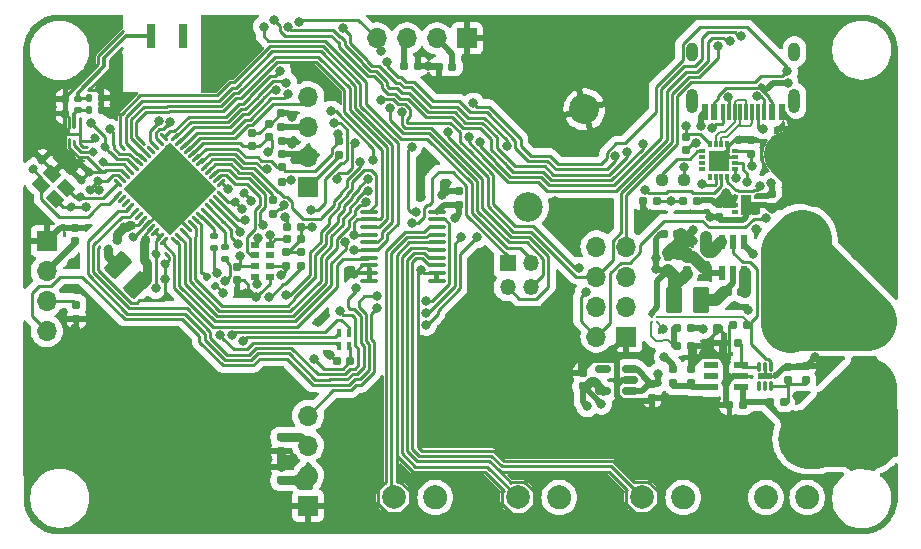
<source format=gtl>
G04 #@! TF.GenerationSoftware,KiCad,Pcbnew,8.0.4*
G04 #@! TF.CreationDate,2024-09-20T11:31:12-05:00*
G04 #@! TF.ProjectId,spudglo_driver_v8p0,73707564-676c-46f5-9f64-72697665725f,rev?*
G04 #@! TF.SameCoordinates,Original*
G04 #@! TF.FileFunction,Copper,L1,Top*
G04 #@! TF.FilePolarity,Positive*
%FSLAX46Y46*%
G04 Gerber Fmt 4.6, Leading zero omitted, Abs format (unit mm)*
G04 Created by KiCad (PCBNEW 8.0.4) date 2024-09-20 11:31:12*
%MOMM*%
%LPD*%
G01*
G04 APERTURE LIST*
G04 Aperture macros list*
%AMRoundRect*
0 Rectangle with rounded corners*
0 $1 Rounding radius*
0 $2 $3 $4 $5 $6 $7 $8 $9 X,Y pos of 4 corners*
0 Add a 4 corners polygon primitive as box body*
4,1,4,$2,$3,$4,$5,$6,$7,$8,$9,$2,$3,0*
0 Add four circle primitives for the rounded corners*
1,1,$1+$1,$2,$3*
1,1,$1+$1,$4,$5*
1,1,$1+$1,$6,$7*
1,1,$1+$1,$8,$9*
0 Add four rect primitives between the rounded corners*
20,1,$1+$1,$2,$3,$4,$5,0*
20,1,$1+$1,$4,$5,$6,$7,0*
20,1,$1+$1,$6,$7,$8,$9,0*
20,1,$1+$1,$8,$9,$2,$3,0*%
%AMRotRect*
0 Rectangle, with rotation*
0 The origin of the aperture is its center*
0 $1 length*
0 $2 width*
0 $3 Rotation angle, in degrees counterclockwise*
0 Add horizontal line*
21,1,$1,$2,0,0,$3*%
G04 Aperture macros list end*
G04 #@! TA.AperFunction,ComponentPad*
%ADD10R,1.700000X1.700000*%
G04 #@! TD*
G04 #@! TA.AperFunction,ComponentPad*
%ADD11O,1.700000X1.700000*%
G04 #@! TD*
G04 #@! TA.AperFunction,SMDPad,CuDef*
%ADD12R,0.355600X0.711200*%
G04 #@! TD*
G04 #@! TA.AperFunction,SMDPad,CuDef*
%ADD13RoundRect,0.160000X-0.044194X-0.270468X0.270468X0.044194X0.044194X0.270468X-0.270468X-0.044194X0*%
G04 #@! TD*
G04 #@! TA.AperFunction,SMDPad,CuDef*
%ADD14RoundRect,0.072500X0.532500X0.217500X-0.532500X0.217500X-0.532500X-0.217500X0.532500X-0.217500X0*%
G04 #@! TD*
G04 #@! TA.AperFunction,ComponentPad*
%ADD15R,1.350000X1.350000*%
G04 #@! TD*
G04 #@! TA.AperFunction,ComponentPad*
%ADD16O,1.350000X1.350000*%
G04 #@! TD*
G04 #@! TA.AperFunction,SMDPad,CuDef*
%ADD17RoundRect,0.155000X-0.259862X0.040659X0.040659X-0.259862X0.259862X-0.040659X-0.040659X0.259862X0*%
G04 #@! TD*
G04 #@! TA.AperFunction,SMDPad,CuDef*
%ADD18RoundRect,0.155000X0.155000X-0.212500X0.155000X0.212500X-0.155000X0.212500X-0.155000X-0.212500X0*%
G04 #@! TD*
G04 #@! TA.AperFunction,SMDPad,CuDef*
%ADD19RoundRect,0.155000X0.212500X0.155000X-0.212500X0.155000X-0.212500X-0.155000X0.212500X-0.155000X0*%
G04 #@! TD*
G04 #@! TA.AperFunction,SMDPad,CuDef*
%ADD20RoundRect,0.155000X-0.155000X0.212500X-0.155000X-0.212500X0.155000X-0.212500X0.155000X0.212500X0*%
G04 #@! TD*
G04 #@! TA.AperFunction,SMDPad,CuDef*
%ADD21RoundRect,0.160000X0.160000X-0.197500X0.160000X0.197500X-0.160000X0.197500X-0.160000X-0.197500X0*%
G04 #@! TD*
G04 #@! TA.AperFunction,SMDPad,CuDef*
%ADD22RoundRect,0.062500X0.220971X0.309359X-0.309359X-0.220971X-0.220971X-0.309359X0.309359X0.220971X0*%
G04 #@! TD*
G04 #@! TA.AperFunction,SMDPad,CuDef*
%ADD23RoundRect,0.062500X-0.220971X0.309359X-0.309359X0.220971X0.220971X-0.309359X0.309359X-0.220971X0*%
G04 #@! TD*
G04 #@! TA.AperFunction,HeatsinkPad*
%ADD24RotRect,5.600000X5.600000X225.000000*%
G04 #@! TD*
G04 #@! TA.AperFunction,SMDPad,CuDef*
%ADD25RoundRect,0.250001X0.928076X0.274004X0.274004X0.928076X-0.928076X-0.274004X-0.274004X-0.928076X0*%
G04 #@! TD*
G04 #@! TA.AperFunction,SMDPad,CuDef*
%ADD26R,4.000000X3.000000*%
G04 #@! TD*
G04 #@! TA.AperFunction,SMDPad,CuDef*
%ADD27RoundRect,0.160000X-0.197500X-0.160000X0.197500X-0.160000X0.197500X0.160000X-0.197500X0.160000X0*%
G04 #@! TD*
G04 #@! TA.AperFunction,SMDPad,CuDef*
%ADD28RoundRect,0.160000X0.197500X0.160000X-0.197500X0.160000X-0.197500X-0.160000X0.197500X-0.160000X0*%
G04 #@! TD*
G04 #@! TA.AperFunction,SMDPad,CuDef*
%ADD29RoundRect,0.237500X-0.250000X-0.237500X0.250000X-0.237500X0.250000X0.237500X-0.250000X0.237500X0*%
G04 #@! TD*
G04 #@! TA.AperFunction,SMDPad,CuDef*
%ADD30RoundRect,0.155000X0.259862X-0.040659X-0.040659X0.259862X-0.259862X0.040659X0.040659X-0.259862X0*%
G04 #@! TD*
G04 #@! TA.AperFunction,SMDPad,CuDef*
%ADD31R,0.203200X0.203200*%
G04 #@! TD*
G04 #@! TA.AperFunction,SMDPad,CuDef*
%ADD32RoundRect,0.147500X0.172500X-0.147500X0.172500X0.147500X-0.172500X0.147500X-0.172500X-0.147500X0*%
G04 #@! TD*
G04 #@! TA.AperFunction,SMDPad,CuDef*
%ADD33RoundRect,0.155000X0.040659X0.259862X-0.259862X-0.040659X-0.040659X-0.259862X0.259862X0.040659X0*%
G04 #@! TD*
G04 #@! TA.AperFunction,SMDPad,CuDef*
%ADD34R,0.620000X1.220000*%
G04 #@! TD*
G04 #@! TA.AperFunction,SMDPad,CuDef*
%ADD35RoundRect,0.155000X-0.212500X-0.155000X0.212500X-0.155000X0.212500X0.155000X-0.212500X0.155000X0*%
G04 #@! TD*
G04 #@! TA.AperFunction,SMDPad,CuDef*
%ADD36RoundRect,0.160000X-0.160000X0.197500X-0.160000X-0.197500X0.160000X-0.197500X0.160000X0.197500X0*%
G04 #@! TD*
G04 #@! TA.AperFunction,SMDPad,CuDef*
%ADD37RoundRect,0.147500X0.147500X0.172500X-0.147500X0.172500X-0.147500X-0.172500X0.147500X-0.172500X0*%
G04 #@! TD*
G04 #@! TA.AperFunction,ComponentPad*
%ADD38C,2.500000*%
G04 #@! TD*
G04 #@! TA.AperFunction,ComponentPad*
%ADD39C,2.540000*%
G04 #@! TD*
G04 #@! TA.AperFunction,ComponentPad*
%ADD40C,3.000000*%
G04 #@! TD*
G04 #@! TA.AperFunction,ComponentPad*
%ADD41R,1.800000X4.400000*%
G04 #@! TD*
G04 #@! TA.AperFunction,ComponentPad*
%ADD42O,1.800000X4.000000*%
G04 #@! TD*
G04 #@! TA.AperFunction,ComponentPad*
%ADD43O,4.000000X1.800000*%
G04 #@! TD*
G04 #@! TA.AperFunction,SMDPad,CuDef*
%ADD44R,0.600000X1.450000*%
G04 #@! TD*
G04 #@! TA.AperFunction,SMDPad,CuDef*
%ADD45R,0.300000X1.450000*%
G04 #@! TD*
G04 #@! TA.AperFunction,ComponentPad*
%ADD46O,1.000000X2.100000*%
G04 #@! TD*
G04 #@! TA.AperFunction,ComponentPad*
%ADD47O,1.000000X1.600000*%
G04 #@! TD*
G04 #@! TA.AperFunction,SMDPad,CuDef*
%ADD48RoundRect,0.155000X-0.040659X-0.259862X0.259862X0.040659X0.040659X0.259862X-0.259862X-0.040659X0*%
G04 #@! TD*
G04 #@! TA.AperFunction,SMDPad,CuDef*
%ADD49R,0.470000X0.400000*%
G04 #@! TD*
G04 #@! TA.AperFunction,SMDPad,CuDef*
%ADD50R,0.950000X1.700000*%
G04 #@! TD*
G04 #@! TA.AperFunction,SMDPad,CuDef*
%ADD51R,0.625000X0.300000*%
G04 #@! TD*
G04 #@! TA.AperFunction,SMDPad,CuDef*
%ADD52R,0.300000X0.625000*%
G04 #@! TD*
G04 #@! TA.AperFunction,SMDPad,CuDef*
%ADD53R,1.700000X1.700000*%
G04 #@! TD*
G04 #@! TA.AperFunction,SMDPad,CuDef*
%ADD54RoundRect,0.250001X0.462499X0.849999X-0.462499X0.849999X-0.462499X-0.849999X0.462499X-0.849999X0*%
G04 #@! TD*
G04 #@! TA.AperFunction,SMDPad,CuDef*
%ADD55RoundRect,0.160000X0.252791X-0.026517X-0.026517X0.252791X-0.252791X0.026517X0.026517X-0.252791X0*%
G04 #@! TD*
G04 #@! TA.AperFunction,SMDPad,CuDef*
%ADD56RotRect,1.000000X1.200000X225.000000*%
G04 #@! TD*
G04 #@! TA.AperFunction,SMDPad,CuDef*
%ADD57RoundRect,0.135000X0.226274X0.035355X0.035355X0.226274X-0.226274X-0.035355X-0.035355X-0.226274X0*%
G04 #@! TD*
G04 #@! TA.AperFunction,SMDPad,CuDef*
%ADD58RoundRect,0.135000X0.185000X-0.135000X0.185000X0.135000X-0.185000X0.135000X-0.185000X-0.135000X0*%
G04 #@! TD*
G04 #@! TA.AperFunction,SMDPad,CuDef*
%ADD59C,0.203200*%
G04 #@! TD*
G04 #@! TA.AperFunction,ComponentPad*
%ADD60C,2.000000*%
G04 #@! TD*
G04 #@! TA.AperFunction,SMDPad,CuDef*
%ADD61RoundRect,0.033750X-0.101250X0.346250X-0.101250X-0.346250X0.101250X-0.346250X0.101250X0.346250X0*%
G04 #@! TD*
G04 #@! TA.AperFunction,SMDPad,CuDef*
%ADD62R,1.260000X0.500000*%
G04 #@! TD*
G04 #@! TA.AperFunction,SMDPad,CuDef*
%ADD63RoundRect,0.150000X0.512500X0.150000X-0.512500X0.150000X-0.512500X-0.150000X0.512500X-0.150000X0*%
G04 #@! TD*
G04 #@! TA.AperFunction,SMDPad,CuDef*
%ADD64RoundRect,0.100000X-0.637500X-0.100000X0.637500X-0.100000X0.637500X0.100000X-0.637500X0.100000X0*%
G04 #@! TD*
G04 #@! TA.AperFunction,SMDPad,CuDef*
%ADD65R,0.800000X0.500000*%
G04 #@! TD*
G04 #@! TA.AperFunction,SMDPad,CuDef*
%ADD66R,0.800000X2.000000*%
G04 #@! TD*
G04 #@! TA.AperFunction,ViaPad*
%ADD67C,0.800000*%
G04 #@! TD*
G04 #@! TA.AperFunction,ViaPad*
%ADD68C,4.000000*%
G04 #@! TD*
G04 #@! TA.AperFunction,ViaPad*
%ADD69C,5.000000*%
G04 #@! TD*
G04 #@! TA.AperFunction,Conductor*
%ADD70C,0.250000*%
G04 #@! TD*
G04 #@! TA.AperFunction,Conductor*
%ADD71C,0.500000*%
G04 #@! TD*
G04 #@! TA.AperFunction,Conductor*
%ADD72C,0.750000*%
G04 #@! TD*
G04 #@! TA.AperFunction,Conductor*
%ADD73C,0.300000*%
G04 #@! TD*
G04 #@! TA.AperFunction,Conductor*
%ADD74C,0.200000*%
G04 #@! TD*
G04 #@! TA.AperFunction,Conductor*
%ADD75C,1.000000*%
G04 #@! TD*
G04 #@! TA.AperFunction,Conductor*
%ADD76C,4.500000*%
G04 #@! TD*
G04 #@! TA.AperFunction,Conductor*
%ADD77C,4.000000*%
G04 #@! TD*
G04 #@! TA.AperFunction,Conductor*
%ADD78C,5.000000*%
G04 #@! TD*
G04 APERTURE END LIST*
D10*
X92660003Y-175530003D03*
D11*
X92660003Y-172990003D03*
X92660003Y-170450003D03*
X92660003Y-167910003D03*
D10*
X92685005Y-148547503D03*
D11*
X92685005Y-146007503D03*
X92685005Y-143467503D03*
X92685005Y-140927503D03*
D10*
X106107503Y-135964996D03*
D11*
X103567503Y-135964996D03*
X101027503Y-135964996D03*
X98487503Y-135964996D03*
D10*
X70529997Y-153109997D03*
D11*
X70529997Y-155649997D03*
X70529997Y-158189997D03*
X70529997Y-160729997D03*
D12*
X96109998Y-162040000D03*
X95310000Y-162040000D03*
X95310000Y-160941602D03*
X96109998Y-160941602D03*
D13*
X75695181Y-153834819D03*
X76504819Y-153025181D03*
D14*
X129300000Y-165490000D03*
X129300000Y-164540000D03*
X129300000Y-163590000D03*
X126790000Y-163590000D03*
X126790000Y-164540000D03*
X126790000Y-165490000D03*
D15*
X109550000Y-155020000D03*
D16*
X111550000Y-155020000D03*
X109550000Y-157020000D03*
X111550000Y-157020000D03*
D17*
X79751283Y-154231283D03*
X80553849Y-155033849D03*
D18*
X125080000Y-165127500D03*
X125080000Y-163992500D03*
D19*
X96235000Y-163280000D03*
X95100000Y-163280000D03*
D20*
X86680000Y-155312500D03*
X86680000Y-156447500D03*
D21*
X134820000Y-164885000D03*
X134820000Y-163690000D03*
D22*
X85305122Y-148233813D03*
X84951569Y-147880260D03*
X84598015Y-147526706D03*
X84244462Y-147173153D03*
X83890909Y-146819600D03*
X83537355Y-146466046D03*
X83183802Y-146112493D03*
X82830248Y-145758939D03*
X82476695Y-145405386D03*
X82123141Y-145051833D03*
X81769588Y-144698279D03*
X81416035Y-144344726D03*
D23*
X80443763Y-144344726D03*
X80090210Y-144698279D03*
X79736656Y-145051833D03*
X79383103Y-145405386D03*
X79029550Y-145758939D03*
X78675996Y-146112493D03*
X78322443Y-146466046D03*
X77968889Y-146819600D03*
X77615336Y-147173153D03*
X77261783Y-147526707D03*
X76908229Y-147880260D03*
X76554676Y-148233813D03*
D22*
X76554676Y-149206085D03*
X76908229Y-149559638D03*
X77261783Y-149913192D03*
X77615336Y-150266745D03*
X77968889Y-150620298D03*
X78322443Y-150973852D03*
X78675996Y-151327405D03*
X79029550Y-151680959D03*
X79383103Y-152034512D03*
X79736657Y-152388065D03*
X80090210Y-152741619D03*
X80443763Y-153095172D03*
D23*
X81416035Y-153095172D03*
X81769588Y-152741619D03*
X82123142Y-152388065D03*
X82476695Y-152034512D03*
X82830248Y-151680959D03*
X83183802Y-151327405D03*
X83537355Y-150973852D03*
X83890909Y-150620298D03*
X84244462Y-150266745D03*
X84598015Y-149913191D03*
X84951569Y-149559638D03*
X85305122Y-149206085D03*
D24*
X80929899Y-148719949D03*
D20*
X95280000Y-144680000D03*
X95280000Y-145815000D03*
D25*
X78174024Y-156834024D03*
X76530000Y-155190000D03*
D20*
X121811250Y-165243750D03*
X121811250Y-166378750D03*
D18*
X133270000Y-164880000D03*
X133270000Y-163745000D03*
D21*
X90400000Y-143460000D03*
X90400000Y-142265000D03*
D18*
X72920000Y-153115000D03*
X72920000Y-151980000D03*
D20*
X126380000Y-153995000D03*
X126380000Y-155130000D03*
D19*
X129325001Y-157439998D03*
X128190001Y-157439998D03*
D26*
X139960000Y-159880000D03*
X139960000Y-165480000D03*
D27*
X131750000Y-166790000D03*
X132945000Y-166790000D03*
D18*
X87950000Y-145110000D03*
X87950000Y-143975000D03*
D28*
X129065000Y-161750000D03*
X127870000Y-161750000D03*
D29*
X122627500Y-147980000D03*
X124452500Y-147980000D03*
D27*
X100805000Y-138320000D03*
X102000000Y-138320000D03*
D30*
X75452566Y-145182566D03*
X74650000Y-144380000D03*
D28*
X121040000Y-149700000D03*
X122235000Y-149700000D03*
D19*
X104885000Y-138360000D03*
X103750000Y-138360000D03*
D31*
X72870000Y-143503001D03*
X72870000Y-144090000D03*
X72870000Y-144676999D03*
X73378000Y-144676999D03*
X73378000Y-144090000D03*
X73378000Y-143503001D03*
D32*
X73150000Y-142050000D03*
X73150000Y-141080000D03*
D30*
X74202566Y-148762566D03*
X73400000Y-147960000D03*
D33*
X73351283Y-149398717D03*
X72548717Y-150201283D03*
D34*
X129600000Y-153240000D03*
X128650000Y-153240000D03*
X127700000Y-153240000D03*
X127700000Y-155840000D03*
X128650000Y-155840000D03*
X129600000Y-155840000D03*
D35*
X122772500Y-152560000D03*
X123907500Y-152560000D03*
D21*
X123540000Y-165137500D03*
X123540000Y-163942500D03*
D28*
X125625000Y-149700000D03*
X124430000Y-149700000D03*
D36*
X90820000Y-154030000D03*
X90820000Y-155225000D03*
D18*
X123150000Y-155565000D03*
X123150000Y-154430000D03*
D36*
X90330000Y-169735000D03*
X90330000Y-170930000D03*
D37*
X75110000Y-141010000D03*
X74140000Y-141010000D03*
D19*
X129475000Y-167040000D03*
X128340000Y-167040000D03*
D18*
X90330000Y-173370000D03*
X90330000Y-172235000D03*
D11*
X117075000Y-153585000D03*
X119615000Y-153585000D03*
X117075000Y-156125000D03*
X119615000Y-156125000D03*
X117075000Y-158665000D03*
X119615000Y-158665000D03*
X117075000Y-161205000D03*
D10*
X119615000Y-161205000D03*
D36*
X92050000Y-154070000D03*
X92050000Y-155265000D03*
D38*
X111294999Y-150223223D03*
D39*
X116060000Y-141970000D03*
D37*
X75105000Y-142010000D03*
X74135000Y-142010000D03*
D40*
X132960000Y-160260000D03*
D35*
X123920000Y-162000000D03*
X125055000Y-162000000D03*
D28*
X92045000Y-151970000D03*
X90850000Y-151970000D03*
D20*
X124620000Y-145455000D03*
X124620000Y-144320000D03*
D21*
X90430000Y-148080000D03*
X90430000Y-146885000D03*
D41*
X134480000Y-152980000D03*
D42*
X140280000Y-152980000D03*
D43*
X137480000Y-148180000D03*
D17*
X77048717Y-151958717D03*
X77851283Y-152761283D03*
D44*
X132770000Y-142185000D03*
X131970000Y-142185000D03*
D45*
X130770000Y-142185000D03*
X129770000Y-142185000D03*
X129270000Y-142185000D03*
X128270000Y-142185000D03*
D44*
X127070000Y-142185000D03*
X126270000Y-142185000D03*
X126270000Y-142185000D03*
X127070000Y-142185000D03*
D45*
X127770001Y-142185000D03*
X128770000Y-142185000D03*
X130270000Y-142185000D03*
X131269999Y-142185000D03*
D44*
X131970000Y-142185000D03*
X132770000Y-142185000D03*
D46*
X133840000Y-141270001D03*
D47*
X133840000Y-137090000D03*
D46*
X125200000Y-141270001D03*
D47*
X125200000Y-137090000D03*
D20*
X131980000Y-149122500D03*
X131980000Y-150257500D03*
D48*
X69348717Y-147051283D03*
X70151283Y-146248717D03*
D27*
X123890000Y-160460000D03*
X125085000Y-160460000D03*
D30*
X74882566Y-148052566D03*
X74080000Y-147250000D03*
D49*
X130635000Y-150690001D03*
X130634999Y-150040001D03*
X130635000Y-149390001D03*
X128805000Y-149390001D03*
X128805000Y-150040001D03*
X128805000Y-150690001D03*
D50*
X129720000Y-150040000D03*
D36*
X89720000Y-149645000D03*
X89720000Y-150840000D03*
D51*
X126052306Y-145530000D03*
X126052306Y-146030000D03*
X126052306Y-146530000D03*
X126052306Y-147030000D03*
D52*
X126659806Y-147697500D03*
X127159806Y-147697500D03*
X127659806Y-147697500D03*
X128159806Y-147697500D03*
D51*
X128827305Y-147030000D03*
X128827305Y-146530000D03*
X128827305Y-146030000D03*
X128827306Y-145530000D03*
D52*
X128159807Y-144922500D03*
X127659806Y-144922500D03*
X127159806Y-144922500D03*
X126659805Y-144922500D03*
D53*
X127434806Y-146305000D03*
D18*
X90410000Y-145780000D03*
X90410000Y-144645000D03*
D28*
X92035000Y-152980000D03*
X90840000Y-152980000D03*
D54*
X125950000Y-158110000D03*
X123625000Y-158110000D03*
D55*
X75280000Y-146420000D03*
X74435008Y-145575008D03*
D56*
X72179239Y-148640761D03*
X70977158Y-147438680D03*
X70057919Y-148357919D03*
X71260000Y-149560000D03*
D57*
X84801248Y-156911248D03*
X84080000Y-156190000D03*
D36*
X73050000Y-158500000D03*
X73050000Y-159695000D03*
D58*
X85660000Y-154610000D03*
X85660000Y-153590002D03*
D48*
X86450000Y-149820000D03*
X87252566Y-149017434D03*
D18*
X115901250Y-165436250D03*
X115901250Y-164301250D03*
X89320000Y-144305000D03*
X89320000Y-143170000D03*
D59*
X121763600Y-159990000D03*
X121763600Y-159583600D03*
X122170000Y-159990000D03*
X122170000Y-159583600D03*
D28*
X129807500Y-160190000D03*
X128612500Y-160190000D03*
D36*
X72120000Y-141130000D03*
X72120000Y-142325000D03*
D60*
X134930000Y-174830000D03*
X131430000Y-174830000D03*
X127930000Y-174830000D03*
X124430000Y-174830000D03*
X120930000Y-174830000D03*
X117430000Y-174830000D03*
X113930000Y-174830000D03*
X110430000Y-174830000D03*
X106930000Y-174830000D03*
X103430000Y-174830000D03*
X99930000Y-174830000D03*
X96430000Y-174830000D03*
D58*
X84700000Y-153689998D03*
X84700000Y-152670000D03*
D61*
X131860000Y-163800000D03*
X131360000Y-163800000D03*
X130860000Y-163800000D03*
X130860000Y-165360000D03*
X131360000Y-165360000D03*
X131860000Y-165360000D03*
D62*
X131360000Y-164580000D03*
D63*
X119938750Y-165831250D03*
X119938750Y-164881250D03*
X119938750Y-163931250D03*
X117663750Y-163931250D03*
X117663750Y-165831250D03*
D64*
X97832499Y-150636396D03*
X97832499Y-151286396D03*
X97832499Y-151936396D03*
X97832499Y-152586396D03*
X97832499Y-153236396D03*
X97832499Y-153886396D03*
X97832499Y-154536396D03*
X97832499Y-155186396D03*
X97832499Y-155836396D03*
X97832499Y-156486396D03*
X103557499Y-156486396D03*
X103557499Y-155836396D03*
X103557499Y-155186396D03*
X103557499Y-154536396D03*
X103557499Y-153886396D03*
X103557499Y-153236396D03*
X103557499Y-152586396D03*
X103557499Y-151936396D03*
X103557499Y-151286396D03*
X103557499Y-150636396D03*
D65*
X88200000Y-153440000D03*
X88200000Y-154340000D03*
X88200000Y-155240000D03*
X88200000Y-156140000D03*
X89399999Y-156140000D03*
X89399999Y-155240000D03*
X89400000Y-154340000D03*
X89400000Y-153440000D03*
D66*
X79345000Y-135740000D03*
X82045000Y-135740000D03*
D40*
X133220000Y-145790000D03*
D20*
X127470000Y-149952500D03*
X127470000Y-151087500D03*
D18*
X124700000Y-155595000D03*
X124700000Y-154460000D03*
X105424999Y-150028896D03*
X105424999Y-148893896D03*
X130140000Y-145717500D03*
X130140000Y-144582500D03*
D67*
X93160000Y-139350000D03*
X72650000Y-154990000D03*
X91235003Y-147925000D03*
X79761367Y-157098466D03*
X76200000Y-134620000D03*
X76200000Y-139700000D03*
X84260000Y-137640000D03*
X84260000Y-136570000D03*
X84260000Y-135590000D03*
X84280000Y-134530000D03*
X95640000Y-135095000D03*
X91370000Y-171530000D03*
X129910001Y-158987551D03*
X93500000Y-159970000D03*
X134090000Y-166250000D03*
X130590000Y-152110000D03*
X98864292Y-137050287D03*
X69190000Y-142770000D03*
X69230000Y-141640000D03*
X74200000Y-135450000D03*
X102250000Y-149410000D03*
X113030000Y-151670000D03*
X113570000Y-149760000D03*
X124495000Y-146875000D03*
X122119592Y-154520047D03*
X122140000Y-155500000D03*
X131880000Y-148190000D03*
X133270000Y-139750000D03*
X92994658Y-151945000D03*
X126070000Y-160540000D03*
X126380000Y-152782500D03*
X106660153Y-141456274D03*
X117500000Y-166900000D03*
X105123617Y-151135897D03*
X125280000Y-152155000D03*
X125220000Y-153130000D03*
X99323641Y-137938546D03*
X118675750Y-145960569D03*
X121220000Y-148780000D03*
X102850000Y-138320000D03*
X72960000Y-146710000D03*
X128072607Y-149058901D03*
X123350000Y-149700000D03*
X119686357Y-145586357D03*
X90969506Y-134995000D03*
X89733269Y-134427933D03*
X106245628Y-144286427D03*
X120989555Y-144919555D03*
X116290000Y-167120000D03*
X118380000Y-162380000D03*
X122770000Y-166370000D03*
X115800000Y-162420000D03*
X116180000Y-157400000D03*
X115606156Y-155363844D03*
X98867384Y-141140895D03*
X95190000Y-144053547D03*
X104486885Y-143913115D03*
X128351062Y-136175000D03*
X126727500Y-151087500D03*
X131399068Y-151172999D03*
X127384369Y-136625000D03*
X130926058Y-148490001D03*
X133212951Y-138751626D03*
X101419999Y-145168816D03*
X101769999Y-150659799D03*
X105630000Y-152770000D03*
X102675000Y-159228112D03*
X98525000Y-157804085D03*
X100599799Y-142236915D03*
X99574492Y-141848003D03*
X97090000Y-146434300D03*
X96639999Y-144782497D03*
X98169999Y-146265000D03*
X95142090Y-147832114D03*
X88889522Y-134964678D03*
X101419999Y-151611396D03*
X102681170Y-158228130D03*
X93185850Y-163104150D03*
X94512405Y-162765000D03*
X80587000Y-156302222D03*
X72080000Y-143900000D03*
X74320000Y-143120000D03*
X92910000Y-150495000D03*
X94892666Y-143098771D03*
X94628258Y-142134361D03*
X97719999Y-147850948D03*
X97719999Y-148850950D03*
X97550000Y-149836397D03*
X96694999Y-157079085D03*
X90820000Y-157680000D03*
X95338499Y-159063202D03*
X95811248Y-153213732D03*
X72900000Y-160520000D03*
X91860000Y-134540000D03*
X89260000Y-145590000D03*
X89217341Y-147041210D03*
X85202666Y-161105000D03*
X87178491Y-161555000D03*
X86202669Y-161105000D03*
X85656304Y-156494003D03*
X85477669Y-157477921D03*
X90400001Y-156020000D03*
X89387294Y-157818266D03*
X90594343Y-150110664D03*
X90740000Y-151100000D03*
X102224999Y-155570513D03*
X96520000Y-155900000D03*
X96570000Y-153886396D03*
X90278969Y-138728967D03*
X89955728Y-140325000D03*
X90954646Y-140690049D03*
X80998541Y-143083489D03*
X80011418Y-142923515D03*
X91270000Y-142610000D03*
X91270000Y-144930000D03*
X122830000Y-162940000D03*
X122300000Y-164360000D03*
X80920000Y-145330000D03*
X84320000Y-148730000D03*
X122740000Y-160560000D03*
X127890000Y-146710000D03*
X96590000Y-152586396D03*
X135620000Y-162980000D03*
X128045000Y-165115000D03*
X125478615Y-144814503D03*
X87840000Y-149740000D03*
D68*
X140280000Y-145584432D03*
D67*
X73841311Y-150235000D03*
X127010000Y-145880000D03*
X77580000Y-148680000D03*
X88280797Y-157842903D03*
X127931614Y-145822507D03*
D68*
X136700000Y-143430000D03*
D67*
X133672500Y-143087500D03*
X121060000Y-150580000D03*
X125893601Y-143367586D03*
X103980000Y-149190000D03*
X128045000Y-163400000D03*
X80930000Y-152010000D03*
X75868177Y-142331823D03*
X87060000Y-150420000D03*
X74922566Y-148762566D03*
X85890000Y-148710000D03*
X128228037Y-140936968D03*
X130205480Y-146770174D03*
X87352157Y-151376373D03*
X88448719Y-152835000D03*
X128909808Y-147816927D03*
X130630002Y-140860000D03*
X125976400Y-148284735D03*
X130360000Y-154249619D03*
X131211699Y-143608926D03*
X126883489Y-143509999D03*
X86882779Y-152365204D03*
X89423380Y-152611314D03*
D69*
X140076613Y-169958879D03*
X134980000Y-169850000D03*
D67*
X75852788Y-143659457D03*
X88855000Y-151788547D03*
X88310000Y-156800000D03*
X86855728Y-154391998D03*
X84946015Y-155790090D03*
X124650000Y-143370000D03*
X129856181Y-148140000D03*
X98525000Y-158804088D03*
X129340000Y-135725000D03*
X102675000Y-160228115D03*
X106932347Y-152817653D03*
X86748618Y-153356166D03*
X109490960Y-145080071D03*
X107212879Y-144711177D03*
X90812867Y-139700149D03*
D70*
X73841311Y-150235000D02*
X73807594Y-150201283D01*
X73807594Y-150201283D02*
X72548717Y-150201283D01*
X91235003Y-147925000D02*
X90585000Y-147925000D01*
X90585000Y-147925000D02*
X90570000Y-147940000D01*
X83890909Y-146819600D02*
X84524780Y-146185729D01*
X84524780Y-146185729D02*
X86300222Y-146185729D01*
X90894648Y-149385664D02*
X91319343Y-149810359D01*
X95944624Y-148507280D02*
X95944624Y-147964622D01*
X90645664Y-149385664D02*
X90894648Y-149385664D01*
X88048197Y-146924535D02*
X90082499Y-148958837D01*
X91319343Y-150319343D02*
X92220000Y-151220000D01*
X94833456Y-149748543D02*
X95475000Y-149106999D01*
X87039028Y-146924535D02*
X88048197Y-146924535D01*
X86300222Y-146185729D02*
X87039028Y-146924535D01*
X90082499Y-148958837D02*
X90218837Y-148958837D01*
X91319343Y-149810359D02*
X91319343Y-150319343D01*
X93740000Y-151184268D02*
X94833456Y-150090812D01*
X90218837Y-148958837D02*
X90645664Y-149385664D01*
X92220000Y-151220000D02*
X93740000Y-151220000D01*
X93740000Y-151220000D02*
X93740000Y-151184268D01*
X94833456Y-150090812D02*
X94833456Y-149748543D01*
X95475000Y-148976904D02*
X95944624Y-148507280D01*
X95475000Y-149106999D02*
X95475000Y-148976904D01*
X95944624Y-147964622D02*
X97090000Y-146819246D01*
X97090000Y-146819246D02*
X97090000Y-146434300D01*
D71*
X91270000Y-144930000D02*
X90985000Y-144645000D01*
X90985000Y-144645000D02*
X90410000Y-144645000D01*
D70*
X80587000Y-157923000D02*
X80380000Y-158130000D01*
X80380000Y-158130000D02*
X78345294Y-158130000D01*
X80587000Y-156302222D02*
X80587000Y-157923000D01*
X74900000Y-155575254D02*
X74900000Y-153676396D01*
X74923604Y-153676396D02*
X74995181Y-153604819D01*
X78345294Y-158130000D02*
X78133294Y-158342000D01*
X78133294Y-158342000D02*
X77666746Y-158342000D01*
X77666746Y-158342000D02*
X74900000Y-155575254D01*
X74900000Y-153676396D02*
X74923604Y-153676396D01*
X74995181Y-153604819D02*
X74995181Y-153581215D01*
X79751283Y-157088382D02*
X79761367Y-157098466D01*
X79761367Y-157098466D02*
X79761367Y-157311367D01*
X79751283Y-154231283D02*
X79751283Y-157088382D01*
X79761367Y-157311367D02*
X79820000Y-157370000D01*
D72*
X90330000Y-173370000D02*
X92280006Y-173370000D01*
X92280006Y-173370000D02*
X92670006Y-172980000D01*
X92670006Y-172980000D02*
X92750000Y-172980000D01*
X90330000Y-169735000D02*
X91945000Y-169735000D01*
X91945000Y-169735000D02*
X92660003Y-170450003D01*
X92660003Y-170450003D02*
X92750000Y-170360006D01*
D70*
X92660003Y-167910003D02*
X94809876Y-165760130D01*
X97149514Y-165325292D02*
X98277500Y-164197306D01*
X94809876Y-165760130D02*
X96300454Y-165760130D01*
X98277500Y-161661918D02*
X98013896Y-161398314D01*
X96300454Y-165760130D02*
X96735292Y-165325292D01*
X98013896Y-161398314D02*
X98020000Y-161392210D01*
X96735292Y-165325292D02*
X97149514Y-165325292D01*
X98277500Y-164197306D02*
X98277500Y-161661918D01*
X98020000Y-161392210D02*
X98020000Y-159309088D01*
X98020000Y-159309088D02*
X98525000Y-158804088D01*
X97435915Y-157804085D02*
X96940000Y-158300000D01*
X96940000Y-158300000D02*
X96940000Y-158679016D01*
X97827500Y-164010910D02*
X97023410Y-164815000D01*
X96940000Y-158679016D02*
X97560000Y-159299016D01*
X70926701Y-156925000D02*
X69865000Y-156925000D01*
X97827500Y-161848314D02*
X97827500Y-164010910D01*
X90863604Y-163080000D02*
X88587984Y-163080000D01*
X97023410Y-164815000D02*
X96609188Y-164815000D01*
X69865000Y-156925000D02*
X69265000Y-157525000D01*
X96114058Y-165310130D02*
X93093734Y-165310130D01*
X97560000Y-159299016D02*
X97560000Y-161580814D01*
X77125558Y-159710000D02*
X73550000Y-156134442D01*
X97560000Y-161580814D02*
X97827500Y-161848314D01*
X85429569Y-163630000D02*
X83465000Y-161665431D01*
X73550000Y-156134442D02*
X71717258Y-156134442D01*
X88037984Y-163630000D02*
X85429569Y-163630000D01*
X83465000Y-161665431D02*
X83465000Y-161157792D01*
X83465000Y-161157792D02*
X82017208Y-159710000D01*
X71717258Y-156134442D02*
X71665850Y-156185850D01*
X88587984Y-163080000D02*
X88037984Y-163630000D01*
X98525000Y-157804085D02*
X97435915Y-157804085D01*
X71665850Y-156185850D02*
X70926701Y-156925000D01*
X82017208Y-159710000D02*
X77125558Y-159710000D01*
X93093734Y-165310130D02*
X90863604Y-163080000D01*
X96609188Y-164815000D02*
X96114058Y-165310130D01*
X69265000Y-157525000D02*
X69265000Y-159465000D01*
X69265000Y-159465000D02*
X70529997Y-160729997D01*
X70440000Y-158279994D02*
X70529997Y-158189997D01*
X70529997Y-158189997D02*
X72739997Y-158189997D01*
X72739997Y-158189997D02*
X73050000Y-158500000D01*
D71*
X72920000Y-153115000D02*
X72920000Y-153259994D01*
X70519994Y-155660000D02*
X70440000Y-155660000D01*
X72920000Y-153259994D02*
X70519994Y-155660000D01*
X70440000Y-153120000D02*
X70519994Y-153120000D01*
X70519994Y-153120000D02*
X71659994Y-151980000D01*
X71659994Y-151980000D02*
X72920000Y-151980000D01*
D70*
X95280000Y-146032502D02*
X95200006Y-146032502D01*
X95200006Y-146032502D02*
X92775002Y-148457506D01*
X92775002Y-148457506D02*
X92775002Y-148537500D01*
X90430000Y-146885000D02*
X90745000Y-147200000D01*
X90745000Y-147200000D02*
X93234203Y-147200000D01*
X94645000Y-145789203D02*
X94645000Y-145315000D01*
X93234203Y-147200000D02*
X94645000Y-145789203D01*
X94645000Y-145315000D02*
X95280000Y-144680000D01*
D71*
X90410000Y-145780000D02*
X92457502Y-145780000D01*
X92457502Y-145780000D02*
X92685005Y-146007503D01*
X92685005Y-146007503D02*
X92764999Y-146007503D01*
X92764999Y-146007503D02*
X92775002Y-145997500D01*
X90400000Y-143460000D02*
X92677502Y-143460000D01*
X92677502Y-143460000D02*
X92685005Y-143467503D01*
X92685005Y-143467503D02*
X92775002Y-143377506D01*
D70*
X82476695Y-145405386D02*
X83496352Y-144385729D01*
X87913896Y-143282500D02*
X89696396Y-141500000D01*
X83496352Y-144385729D02*
X86484271Y-144385729D01*
X86484271Y-144385729D02*
X87587500Y-143282500D01*
X87587500Y-143282500D02*
X87913896Y-143282500D01*
X89696396Y-141500000D02*
X92112508Y-141500000D01*
X92112508Y-141500000D02*
X92685005Y-140927503D01*
X91860000Y-134540000D02*
X92030000Y-134370000D01*
X92030000Y-134370000D02*
X96892507Y-134370000D01*
X96892507Y-134370000D02*
X98487503Y-135964996D01*
D71*
X101027503Y-135964996D02*
X100805000Y-136187499D01*
X100805000Y-136187499D02*
X100805000Y-138320000D01*
X104885000Y-138360000D02*
X104885000Y-137282493D01*
X104885000Y-137282493D02*
X103557500Y-135954993D01*
X103557500Y-135954993D02*
X103557500Y-135874999D01*
D70*
X97377500Y-163824514D02*
X96837014Y-164365000D01*
X96000000Y-158699398D02*
X96211604Y-158911002D01*
X82203604Y-159260000D02*
X77311954Y-159260000D01*
X96694999Y-157317793D02*
X96000000Y-158012792D01*
X96211604Y-158911002D02*
X96535590Y-158911002D01*
X77270805Y-150611276D02*
X77615336Y-150266745D01*
X96837014Y-164365000D02*
X96422792Y-164365000D01*
X96694999Y-157079085D02*
X96694999Y-157317793D01*
X96535590Y-158911002D02*
X97110000Y-159485412D01*
X97110000Y-161767210D02*
X97377500Y-162034710D01*
X77311954Y-159260000D02*
X74000000Y-155948046D01*
X91050000Y-162630000D02*
X88401588Y-162630000D01*
X96000000Y-158012792D02*
X96000000Y-158699398D01*
X96422792Y-164365000D02*
X95972792Y-164815000D01*
X97110000Y-159485412D02*
X97110000Y-161767210D01*
X94506195Y-164815000D02*
X94461065Y-164860130D01*
X85615965Y-163180000D02*
X83915000Y-161479035D01*
X94461065Y-164860130D02*
X93280130Y-164860130D01*
X93280130Y-164860130D02*
X91050000Y-162630000D01*
X88401588Y-162630000D02*
X87851588Y-163180000D01*
X87851588Y-163180000D02*
X85615965Y-163180000D01*
X83915000Y-161479035D02*
X83915000Y-160971396D01*
X95972792Y-164815000D02*
X94506195Y-164815000D01*
X83915000Y-160971396D02*
X82203604Y-159260000D01*
X97377500Y-162034710D02*
X97377500Y-163824514D01*
X74000000Y-155948046D02*
X74000000Y-153140000D01*
X74000000Y-153140000D02*
X76528724Y-150611276D01*
X76528724Y-150611276D02*
X77270805Y-150611276D01*
X88215192Y-162180000D02*
X87665192Y-162730000D01*
X87665192Y-162730000D02*
X85802361Y-162730000D01*
X84365000Y-160785000D02*
X82390000Y-158810000D01*
X96349194Y-159361002D02*
X96660000Y-159671808D01*
X95786396Y-164365000D02*
X94319799Y-164365000D01*
X96660000Y-159671808D02*
X96660000Y-161953606D01*
X85802361Y-162730000D02*
X84365000Y-161292639D01*
X96927500Y-162221106D02*
X96927500Y-163638118D01*
X95338499Y-159063202D02*
X95636299Y-159361002D01*
X96650618Y-163915000D02*
X96236396Y-163915000D01*
X96236396Y-163915000D02*
X95786396Y-164365000D01*
X94319799Y-164365000D02*
X94274669Y-164410130D01*
X82390000Y-158810000D02*
X77498350Y-158810000D01*
X96927500Y-163638118D02*
X96650618Y-163915000D01*
X93466526Y-164410130D02*
X91236396Y-162180000D01*
X91236396Y-162180000D02*
X88215192Y-162180000D01*
X84365000Y-161292639D02*
X84365000Y-160785000D01*
X77498350Y-158810000D02*
X74450000Y-155761650D01*
X76878724Y-151061276D02*
X77527911Y-151061276D01*
X74450000Y-155761650D02*
X74450000Y-153490000D01*
X94274669Y-164410130D02*
X93466526Y-164410130D01*
X74450000Y-153490000D02*
X76878724Y-151061276D01*
X95636299Y-159361002D02*
X96349194Y-159361002D01*
X96660000Y-161953606D02*
X96927500Y-162221106D01*
X77527911Y-151061276D02*
X77968889Y-150620298D01*
X80862000Y-154580000D02*
X80862000Y-154450326D01*
X80862000Y-154450326D02*
X80510837Y-154099163D01*
X80553849Y-155033849D02*
X80862000Y-154725698D01*
X80862000Y-154725698D02*
X80862000Y-154580000D01*
X80553849Y-155033849D02*
X80553849Y-156269071D01*
X80553849Y-156269071D02*
X80587000Y-156302222D01*
X79751283Y-154231283D02*
X79745679Y-154225679D01*
X79745679Y-153086150D02*
X80090210Y-152741619D01*
X79745679Y-154225679D02*
X79745679Y-153086150D01*
X77851283Y-152761283D02*
X77949226Y-152761283D01*
X77949226Y-152761283D02*
X79029550Y-151680959D01*
X78675996Y-151327405D02*
X78235017Y-151768384D01*
X78235017Y-151768384D02*
X77685083Y-151768384D01*
D72*
X77511286Y-151768384D02*
X77685083Y-151768384D01*
X77048717Y-151958717D02*
X77320953Y-151958717D01*
X77320953Y-151958717D02*
X77511286Y-151768384D01*
X76504819Y-153025181D02*
X76504819Y-152502615D01*
X76504819Y-152502615D02*
X77048717Y-151958717D01*
D70*
X79383103Y-152034512D02*
X78848350Y-152569265D01*
X78848350Y-152569265D02*
X78848350Y-152931650D01*
D72*
X78758384Y-154738384D02*
X78758384Y-153191616D01*
X79010000Y-154990000D02*
X78758384Y-154738384D01*
X78565976Y-156834024D02*
X78870000Y-156530000D01*
X78565976Y-156834024D02*
X79010000Y-156390000D01*
X78848350Y-153101650D02*
X78848350Y-152931650D01*
X78758384Y-153191616D02*
X78848350Y-153101650D01*
X78174024Y-156834024D02*
X78565976Y-156834024D01*
X79010000Y-156390000D02*
X79010000Y-154990000D01*
X75695181Y-153834819D02*
X75695181Y-154355181D01*
X75695181Y-154355181D02*
X76530000Y-155190000D01*
D70*
X73378000Y-144900203D02*
X73602805Y-145125008D01*
X73602805Y-145125008D02*
X73900000Y-145125008D01*
X73378000Y-144480000D02*
X73378000Y-144900203D01*
X75108758Y-147160926D02*
X73973916Y-146026084D01*
X73973916Y-146026084D02*
X73231089Y-146026084D01*
X75579473Y-147085729D02*
X75504276Y-147160926D01*
X75190000Y-147160926D02*
X75108758Y-147160926D01*
X75504276Y-147160926D02*
X75190000Y-147160926D01*
X72420000Y-145214995D02*
X72420000Y-144490603D01*
X72966409Y-145761404D02*
X72420000Y-145214995D01*
X73231089Y-146026084D02*
X72966409Y-145761404D01*
X72120000Y-142325000D02*
X72395000Y-142600000D01*
X72395000Y-143585000D02*
X72080000Y-143900000D01*
X72395000Y-142600000D02*
X72395000Y-143585000D01*
X77261783Y-147526707D02*
X76820805Y-147085729D01*
X76820805Y-147085729D02*
X75579473Y-147085729D01*
X75579473Y-147085729D02*
X75415202Y-147250000D01*
X75415202Y-147250000D02*
X74080000Y-147250000D01*
X77615336Y-147173153D02*
X77077912Y-146635729D01*
X75495729Y-146635729D02*
X75280000Y-146420000D01*
X77077912Y-146635729D02*
X75495729Y-146635729D01*
X76908229Y-147880260D02*
X76563698Y-147535729D01*
X76563698Y-147535729D02*
X76174422Y-147535729D01*
X75657585Y-148052566D02*
X74882566Y-148052566D01*
X76174422Y-147535729D02*
X75657585Y-148052566D01*
X73345000Y-143160000D02*
X73345000Y-142670000D01*
X73378000Y-143503001D02*
X73345000Y-143503001D01*
X73345000Y-143503001D02*
X73345000Y-143160000D01*
X75129125Y-137199124D02*
X77014125Y-135314124D01*
X72120000Y-141130000D02*
X72120000Y-140948248D01*
X72120000Y-140948248D02*
X73039124Y-140029124D01*
X74904124Y-137424125D02*
X75129125Y-137199124D01*
X73039124Y-140029124D02*
X74904124Y-138164124D01*
X74904124Y-138164124D02*
X74904124Y-137424125D01*
X75875000Y-137796752D02*
X76910876Y-136760876D01*
X75875000Y-138143248D02*
X75875000Y-137796752D01*
X74784999Y-140365000D02*
X74046752Y-140365000D01*
X75110000Y-140690001D02*
X74784999Y-140365000D01*
X75110000Y-141010000D02*
X75110000Y-140690001D01*
X74046752Y-140365000D02*
X75875000Y-138536752D01*
X75875000Y-138536752D02*
X75875000Y-138143248D01*
X73540000Y-146710000D02*
X74080000Y-147250000D01*
X72960000Y-146710000D02*
X73540000Y-146710000D01*
X73378000Y-144480000D02*
X73378000Y-144676999D01*
X73378000Y-144090000D02*
X73378000Y-144480000D01*
X73378000Y-143970000D02*
X73378000Y-144090000D01*
X73378000Y-143503001D02*
X73378000Y-143970000D01*
D73*
X75400000Y-137600000D02*
X75400000Y-138340000D01*
X75400000Y-138340000D02*
X73150000Y-140590000D01*
X73150000Y-140590000D02*
X73150000Y-141080000D01*
X77260000Y-135740000D02*
X75400000Y-137600000D01*
X79345000Y-135740000D02*
X77260000Y-135740000D01*
D70*
X88889522Y-135792475D02*
X89267047Y-136170000D01*
X106509999Y-150733603D02*
X109466396Y-153690000D01*
X89267047Y-136170000D02*
X94085507Y-136170000D01*
X97540507Y-141475720D02*
X100508603Y-144443816D01*
X94085507Y-136170000D02*
X97540507Y-139625000D01*
X100508603Y-144443816D02*
X102719488Y-144443816D01*
X97540507Y-139625000D02*
X97540507Y-141475720D01*
X102719488Y-144443816D02*
X106509999Y-148234327D01*
X88889522Y-134964678D02*
X88889522Y-135792475D01*
X106509999Y-148234327D02*
X106509999Y-150733603D01*
X109466396Y-153690000D02*
X110616396Y-153690000D01*
X110616396Y-153690000D02*
X111550000Y-154623604D01*
X90244506Y-135295305D02*
X90669201Y-135720000D01*
X95268753Y-136716850D02*
X97726903Y-139175000D01*
X101086500Y-141061915D02*
X102668401Y-142643816D01*
X95153299Y-136270000D02*
X95263604Y-136270000D01*
X90669201Y-135720000D02*
X94603299Y-135720000D01*
X113248604Y-147955812D02*
X118342208Y-147955812D01*
X100061193Y-140673003D02*
X100450105Y-141061915D01*
X95268753Y-136275149D02*
X95268753Y-136716850D01*
X99424797Y-140673003D02*
X100061193Y-140673003D01*
X108164594Y-145415406D02*
X109380222Y-146631034D01*
X105796897Y-143561427D02*
X107211427Y-143561427D01*
X108164594Y-144514594D02*
X108164594Y-145415406D01*
X95263604Y-136270000D02*
X95268753Y-136275149D01*
X90244506Y-134939170D02*
X90244506Y-135295305D01*
X98261998Y-139175000D02*
X98904085Y-139817087D01*
X98904085Y-139817087D02*
X98904085Y-140152291D01*
X97726903Y-139175000D02*
X98261998Y-139175000D01*
X98904085Y-140152291D02*
X99424797Y-140673003D01*
X89733269Y-134427933D02*
X90244506Y-134939170D01*
X100450105Y-141061915D02*
X101086500Y-141061915D01*
X102668401Y-142643816D02*
X104879287Y-142643816D01*
X109380222Y-146631034D02*
X109380222Y-146649778D01*
X104879287Y-142643816D02*
X105796897Y-143561427D01*
X107211427Y-143561427D02*
X108164594Y-144514594D01*
X94603299Y-135720000D02*
X95153299Y-136270000D01*
X109380222Y-146649778D02*
X109970444Y-147240000D01*
X109970444Y-147240000D02*
X112532792Y-147240000D01*
X112532792Y-147240000D02*
X113248604Y-147955812D01*
X118342208Y-147955812D02*
X120989555Y-145308465D01*
X120989555Y-145308465D02*
X120989555Y-144919555D01*
X90969506Y-134995000D02*
X91244506Y-135270000D01*
X118155812Y-147505812D02*
X119686357Y-145975267D01*
X95775000Y-136145000D02*
X95775000Y-136551396D01*
X97225000Y-138001396D02*
X97225000Y-138036701D01*
X94789695Y-135270000D02*
X95339695Y-135820000D01*
X95339695Y-135820000D02*
X95450000Y-135820000D01*
X95450000Y-135820000D02*
X95775000Y-136145000D01*
X97225000Y-138036701D02*
X97913299Y-138725000D01*
X99354085Y-139630691D02*
X99354085Y-139965895D01*
X91244506Y-135270000D02*
X94789695Y-135270000D01*
X95775000Y-136551396D02*
X97225000Y-138001396D01*
X97913299Y-138725000D02*
X98448394Y-138725000D01*
X99354085Y-139965895D02*
X99541494Y-140153304D01*
X98448394Y-138725000D02*
X99354085Y-139630691D01*
X99541494Y-140153304D02*
X100177890Y-140153304D01*
X105065683Y-142193816D02*
X105983294Y-143111427D01*
X100177890Y-140153304D02*
X100582293Y-140557707D01*
X100582293Y-140557707D02*
X101218688Y-140557707D01*
X101218688Y-140557707D02*
X102854797Y-142193816D01*
X102854797Y-142193816D02*
X105065683Y-142193816D01*
X105983294Y-143111427D02*
X107397823Y-143111427D01*
X107397823Y-143111427D02*
X108614594Y-144328198D01*
X108614594Y-144328198D02*
X108614594Y-145229010D01*
X108614594Y-145229010D02*
X110175584Y-146790000D01*
X110175584Y-146790000D02*
X112719188Y-146790000D01*
X112719188Y-146790000D02*
X113435000Y-147505812D01*
X113435000Y-147505812D02*
X118155812Y-147505812D01*
X119686357Y-145975267D02*
X119686357Y-145586357D01*
D71*
X115800000Y-162420000D02*
X115800000Y-164077316D01*
X115800000Y-164077316D02*
X115901250Y-164178566D01*
X115901250Y-164178566D02*
X115901250Y-164301250D01*
X119555000Y-161205000D02*
X119615000Y-161205000D01*
X118380000Y-162380000D02*
X118801250Y-162801250D01*
X118380000Y-162380000D02*
X119555000Y-161205000D01*
X118801250Y-162801250D02*
X118801250Y-165356251D01*
D70*
X107957011Y-141761427D02*
X110665960Y-144470376D01*
X106965306Y-141761427D02*
X107957011Y-141761427D01*
X110665960Y-144470376D02*
X110665960Y-145049564D01*
X110665960Y-145049564D02*
X111506396Y-145890000D01*
X111506396Y-145890000D02*
X113100584Y-145890000D01*
X124375000Y-136448274D02*
X125823274Y-135000000D01*
X113100584Y-145890000D02*
X113816396Y-146605812D01*
X117464188Y-146605812D02*
X117950750Y-146119250D01*
X117950750Y-145660264D02*
X118749657Y-144861357D01*
X113816396Y-146605812D02*
X117464188Y-146605812D01*
X117950750Y-146119250D02*
X117950750Y-145660264D01*
X119468643Y-144861357D02*
X122125000Y-142205000D01*
X129860000Y-135000000D02*
X133212951Y-138352951D01*
X118749657Y-144861357D02*
X119468643Y-144861357D01*
X106660153Y-141456274D02*
X106965306Y-141761427D01*
X122125000Y-142205000D02*
X122125000Y-140082691D01*
X133212951Y-138352951D02*
X133212951Y-138751626D01*
X124375000Y-137832691D02*
X124375000Y-136448274D01*
X125823274Y-135000000D02*
X129860000Y-135000000D01*
X122125000Y-140082691D02*
X124375000Y-137832691D01*
X116180000Y-157400000D02*
X115753543Y-157826457D01*
X115753543Y-157826457D02*
X115753543Y-159883543D01*
X115753543Y-159883543D02*
X117075000Y-161205000D01*
D71*
X133270000Y-163745000D02*
X134765000Y-163745000D01*
X134765000Y-163745000D02*
X134820000Y-163690000D01*
D70*
X131360000Y-164580000D02*
X132212560Y-164580000D01*
D71*
X133270000Y-163745000D02*
X133047560Y-163745000D01*
X133047560Y-163745000D02*
X132212560Y-164580000D01*
X134820000Y-163690000D02*
X134910000Y-163690000D01*
X134910000Y-163690000D02*
X135620000Y-162980000D01*
D70*
X102290000Y-170860000D02*
X108369188Y-170860000D01*
X108369188Y-170860000D02*
X109267792Y-171758604D01*
X101959487Y-155570513D02*
X101950000Y-155580000D01*
X118495000Y-171758604D02*
X120253198Y-173516802D01*
X101950000Y-155580000D02*
X101950000Y-170520000D01*
X102224999Y-155570513D02*
X101959487Y-155570513D01*
X102224999Y-155570513D02*
X102490882Y-155836396D01*
X101950000Y-170520000D02*
X102290000Y-170860000D01*
X109267792Y-171758604D02*
X118495000Y-171758604D01*
X102490882Y-155836396D02*
X103557499Y-155836396D01*
X90278969Y-138728967D02*
X89857936Y-139150000D01*
X85670812Y-142585729D02*
X82538636Y-142585729D01*
X89857936Y-139150000D02*
X89469027Y-139150000D01*
X82538636Y-142585729D02*
X81315876Y-143808489D01*
X89469027Y-139150000D02*
X87757208Y-140861819D01*
X87757208Y-140861819D02*
X87757208Y-140893604D01*
X87757208Y-140893604D02*
X87168312Y-141482500D01*
X87168312Y-141482500D02*
X86774041Y-141482500D01*
X81315876Y-143808489D02*
X80980000Y-143808489D01*
X86774041Y-141482500D02*
X85670812Y-142585729D01*
X80980000Y-143808489D02*
X80443763Y-144344726D01*
X98894999Y-145375796D02*
X95724601Y-142205399D01*
X98894999Y-151105001D02*
X98894999Y-145375796D01*
X95724601Y-140565399D02*
X95740507Y-140549493D01*
X95724601Y-142205399D02*
X95724601Y-140565399D01*
X86950131Y-141032500D02*
X86587645Y-141032500D01*
X80924271Y-142135729D02*
X80861485Y-142198515D01*
X78120000Y-144212993D02*
X78773504Y-144866497D01*
X97832499Y-151286396D02*
X98713604Y-151286396D01*
X93339923Y-137970000D02*
X90012631Y-137970000D01*
X98713604Y-151286396D02*
X98894999Y-151105001D01*
X80861485Y-142198515D02*
X78927881Y-142198515D01*
X95740507Y-140370584D02*
X93339923Y-137970000D01*
X86587645Y-141032500D02*
X85484416Y-142135729D01*
X90012631Y-137970000D02*
X86950131Y-141032500D01*
X95740507Y-140549493D02*
X95740507Y-140370584D01*
X85484416Y-142135729D02*
X80924271Y-142135729D01*
X78927881Y-142198515D02*
X78120000Y-143006396D01*
X78120000Y-143006396D02*
X78120000Y-144212993D01*
X97832499Y-151936396D02*
X98700000Y-151936396D01*
X99344999Y-151291397D02*
X99344999Y-145189400D01*
X99344999Y-145189400D02*
X96287799Y-142132201D01*
X77670000Y-144399389D02*
X79029550Y-145758939D01*
X93526319Y-137520000D02*
X89826235Y-137520000D01*
X96287799Y-142132201D02*
X96190507Y-142034909D01*
X77670000Y-142820000D02*
X77670000Y-144399389D01*
X96190507Y-142034909D02*
X96190507Y-140184188D01*
X86763735Y-140582500D02*
X86401249Y-140582500D01*
X98700000Y-151936396D02*
X99344999Y-151291397D01*
X96190507Y-140184188D02*
X93526319Y-137520000D01*
X89826235Y-137520000D02*
X86763735Y-140582500D01*
X86401249Y-140582500D02*
X85298020Y-141685729D01*
X85298020Y-141685729D02*
X80737875Y-141685729D01*
X80737875Y-141685729D02*
X80675089Y-141748515D01*
X80675089Y-141748515D02*
X78741485Y-141748515D01*
X78741485Y-141748515D02*
X77670000Y-142820000D01*
X78605286Y-146112493D02*
X78260755Y-145767962D01*
X78260755Y-145767962D02*
X78190043Y-145767962D01*
X77220000Y-144797919D02*
X77220000Y-142633604D01*
X77220000Y-142633604D02*
X78617875Y-141235729D01*
X78190043Y-145767962D02*
X77220000Y-144797919D01*
X85111624Y-141235729D02*
X86214853Y-140132500D01*
X86577339Y-140132500D02*
X89639839Y-137070000D01*
X78617875Y-141235729D02*
X85111624Y-141235729D01*
X86214853Y-140132500D02*
X86577339Y-140132500D01*
X98894999Y-152865208D02*
X98523811Y-153236396D01*
X89639839Y-137070000D02*
X93712715Y-137070000D01*
X78675996Y-146112493D02*
X78605286Y-146112493D01*
X93712715Y-137070000D02*
X96640507Y-139997792D01*
X96640507Y-139997792D02*
X96640507Y-141848512D01*
X98894999Y-152377793D02*
X98894999Y-152865208D01*
X96640507Y-141848512D02*
X99794999Y-145003004D01*
X99794999Y-145003004D02*
X99794999Y-151477793D01*
X99794999Y-151477793D02*
X98894999Y-152377793D01*
X98523811Y-153236396D02*
X97832499Y-153236396D01*
X76885385Y-142331823D02*
X78431479Y-140785729D01*
X97090507Y-141662116D02*
X100244999Y-144816608D01*
X100244999Y-144816608D02*
X100244999Y-151664189D01*
X84925228Y-140785729D02*
X86028457Y-139682500D01*
X93899111Y-136620000D02*
X97090507Y-139811396D01*
X78431479Y-140785729D02*
X84925228Y-140785729D01*
X86028457Y-139682500D02*
X86390943Y-139682500D01*
X86390943Y-139682500D02*
X89453443Y-136620000D01*
X89453443Y-136620000D02*
X93899111Y-136620000D01*
X97090507Y-139811396D02*
X97090507Y-141662116D01*
X100244999Y-151664189D02*
X99344999Y-152564189D01*
X99344999Y-152564189D02*
X99344999Y-153065208D01*
X99344999Y-153065208D02*
X98523811Y-153886396D01*
X98523811Y-153886396D02*
X97832499Y-153886396D01*
X95640000Y-135095000D02*
X96225000Y-135680000D01*
X96225000Y-135680000D02*
X96225000Y-136365000D01*
X101405084Y-140107707D02*
X103041193Y-141743816D01*
X103041193Y-141743816D02*
X105252079Y-141743816D01*
X96225000Y-136365000D02*
X97675000Y-137815000D01*
X97675000Y-137815000D02*
X97675000Y-137850305D01*
X98099695Y-138275000D02*
X98634790Y-138275000D01*
X97675000Y-137850305D02*
X98099695Y-138275000D01*
X100768689Y-140107707D02*
X101405084Y-140107707D01*
X106169690Y-142661427D02*
X107584219Y-142661427D01*
X98634790Y-138275000D02*
X100063094Y-139703304D01*
X100063094Y-139703304D02*
X100364286Y-139703304D01*
X100364286Y-139703304D02*
X100768689Y-140107707D01*
X105252079Y-141743816D02*
X106169690Y-142661427D01*
X107584219Y-142661427D02*
X109490960Y-144568168D01*
X109490960Y-144568168D02*
X109490960Y-145080071D01*
D71*
X129475000Y-167040000D02*
X129475000Y-165665000D01*
X129475000Y-165665000D02*
X129300000Y-165490000D01*
X134980000Y-169850000D02*
X134495000Y-169850000D01*
X131435000Y-166790000D02*
X129725000Y-166790000D01*
X134495000Y-169850000D02*
X131435000Y-166790000D01*
X129725000Y-166790000D02*
X129475000Y-167040000D01*
D70*
X93537502Y-150495000D02*
X94119449Y-149913053D01*
X94119449Y-147829449D02*
X95441398Y-146507500D01*
X94119449Y-149913053D02*
X94119449Y-147829449D01*
X92910000Y-150495000D02*
X93537502Y-150495000D01*
X95638118Y-146507500D02*
X95915000Y-146230618D01*
X95441398Y-146507500D02*
X95638118Y-146507500D01*
X95915000Y-146230618D02*
X95915000Y-143668589D01*
X95345182Y-143098771D02*
X94892666Y-143098771D01*
X95915000Y-143668589D02*
X95345182Y-143098771D01*
X91147208Y-157680000D02*
X92820000Y-156007208D01*
X94400000Y-151160664D02*
X95283456Y-150277208D01*
X94400000Y-151690487D02*
X94400000Y-151160664D01*
X92820000Y-154080812D02*
X93736248Y-153164564D01*
X93736248Y-153164564D02*
X93736248Y-152354239D01*
X90820000Y-157680000D02*
X91147208Y-157680000D01*
X92820000Y-156007208D02*
X92820000Y-154080812D01*
X93736248Y-152354239D02*
X94400000Y-151690487D01*
X96394624Y-148693676D02*
X96394624Y-148151018D01*
X98444999Y-150023896D02*
X97832499Y-150636396D01*
X95925000Y-149293395D02*
X95925000Y-149163300D01*
X95283456Y-150277208D02*
X95283456Y-149934939D01*
X98444999Y-147550643D02*
X98444999Y-150023896D01*
X95283456Y-149934939D02*
X95925000Y-149293395D01*
X95925000Y-149163300D02*
X96394624Y-148693676D01*
X96394624Y-148151018D02*
X97419694Y-147125948D01*
X97419694Y-147125948D02*
X98020304Y-147125948D01*
X98020304Y-147125948D02*
X98444999Y-147550643D01*
X97719999Y-147850948D02*
X97694696Y-147850948D01*
X97694696Y-147850948D02*
X96994999Y-148550645D01*
X96994999Y-148729697D02*
X96375000Y-149349696D01*
X83112000Y-152740527D02*
X83174779Y-152677748D01*
X83174779Y-152025490D02*
X82830248Y-151680959D01*
X96375000Y-149349696D02*
X96375000Y-149479791D01*
X96375000Y-149479791D02*
X95733456Y-150121335D01*
X94186248Y-153350960D02*
X93270000Y-154267208D01*
X94186248Y-152540635D02*
X94186248Y-153350960D01*
X95186248Y-151540635D02*
X94186248Y-152540635D01*
X91509010Y-158049010D02*
X90978020Y-158580000D01*
X95733456Y-150463604D02*
X95186248Y-151010812D01*
X95186248Y-151010812D02*
X95186248Y-151540635D01*
X83174779Y-152677748D02*
X83174779Y-152025490D01*
X96994999Y-148550645D02*
X96994999Y-148729697D01*
X85341980Y-158580000D02*
X83112000Y-156350020D01*
X93270000Y-154267208D02*
X93270000Y-156288020D01*
X93270000Y-156288020D02*
X93269010Y-156289010D01*
X93269010Y-156289010D02*
X93174594Y-156289010D01*
X90978020Y-158580000D02*
X85341980Y-158580000D01*
X93174594Y-156289010D02*
X91509010Y-157954594D01*
X95733456Y-150121335D02*
X95733456Y-150463604D01*
X83112000Y-156350020D02*
X83112000Y-152740527D01*
X91509010Y-157954594D02*
X91509010Y-158049010D01*
X82123142Y-152388065D02*
X82662000Y-152926923D01*
X93720000Y-154453604D02*
X94636248Y-153537356D01*
X95636248Y-151197208D02*
X96183456Y-150650000D01*
X96183456Y-150307731D02*
X96825000Y-149666187D01*
X94636248Y-153537356D02*
X94636248Y-152727031D01*
X82662000Y-152926923D02*
X82662000Y-156536416D01*
X94636248Y-152727031D02*
X95636248Y-151727031D01*
X95636248Y-151727031D02*
X95636248Y-151197208D01*
X91164416Y-159030000D02*
X93720000Y-156474416D01*
X85155584Y-159030000D02*
X91164416Y-159030000D01*
X93720000Y-156474416D02*
X93720000Y-154453604D01*
X82662000Y-156536416D02*
X85155584Y-159030000D01*
X96183456Y-150650000D02*
X96183456Y-150307731D01*
X96825000Y-149666187D02*
X96825000Y-149536092D01*
X96825000Y-149536092D02*
X97510142Y-148850950D01*
X97510142Y-148850950D02*
X97719999Y-148850950D01*
X97550000Y-149836397D02*
X97275001Y-150111396D01*
X82212000Y-156722812D02*
X82212000Y-153184031D01*
X97275001Y-150111396D02*
X97016187Y-150111396D01*
X94170000Y-156660812D02*
X91350812Y-159480000D01*
X97016187Y-150111396D02*
X96633456Y-150494127D01*
X96633456Y-150836396D02*
X96086248Y-151383604D01*
X95086248Y-152913427D02*
X95086248Y-153723752D01*
X96633456Y-150494127D02*
X96633456Y-150836396D01*
X96086248Y-151383604D02*
X96086248Y-151913427D01*
X96086248Y-151913427D02*
X95086248Y-152913427D01*
X91350812Y-159480000D02*
X84969188Y-159480000D01*
X95086248Y-153723752D02*
X94170000Y-154640000D01*
X94170000Y-154640000D02*
X94170000Y-156660812D01*
X84969188Y-159480000D02*
X82212000Y-156722812D01*
X82212000Y-153184031D02*
X81769588Y-152741619D01*
X96536248Y-151570000D02*
X96536248Y-152532644D01*
X96536248Y-152532644D02*
X96590000Y-152586396D01*
X74140000Y-141010000D02*
X73220000Y-141010000D01*
X73220000Y-141010000D02*
X73150000Y-141080000D01*
X90954646Y-140690049D02*
X90594695Y-141050000D01*
X89510000Y-141050000D02*
X87727500Y-142832500D01*
X87727500Y-142832500D02*
X87333229Y-142832500D01*
X90594695Y-141050000D02*
X89510000Y-141050000D01*
X87333229Y-142832500D02*
X86230000Y-143935729D01*
X86230000Y-143935729D02*
X83239245Y-143935729D01*
X83239245Y-143935729D02*
X82123141Y-145051833D01*
X96639999Y-144782497D02*
X96365000Y-145057496D01*
X96365000Y-146907850D02*
X95952850Y-147320000D01*
X96365000Y-145057496D02*
X96365000Y-146907850D01*
X95952850Y-147320000D02*
X95265294Y-147320000D01*
X95265294Y-147320000D02*
X95142090Y-147443204D01*
X95142090Y-147443204D02*
X95142090Y-147832114D01*
X94628258Y-142134361D02*
X95017168Y-142134361D01*
X95017168Y-142134361D02*
X98169999Y-145287192D01*
X98169999Y-145287192D02*
X98169999Y-146265000D01*
X95190000Y-144053547D02*
X95190000Y-144590000D01*
D71*
X121680000Y-159290000D02*
X122240000Y-158730000D01*
X122240000Y-158730000D02*
X122240000Y-156475000D01*
X122240000Y-156475000D02*
X123150000Y-155565000D01*
D74*
X121680000Y-159290000D02*
X121680000Y-159338451D01*
X121763600Y-159422051D02*
X121763600Y-159583600D01*
X121680000Y-159338451D02*
X121763600Y-159422051D01*
X122740000Y-160560000D02*
X122170000Y-159990000D01*
D72*
X91340000Y-171560000D02*
X91370000Y-171530000D01*
X90330000Y-171560000D02*
X91340000Y-171560000D01*
X90330000Y-172235000D02*
X90330000Y-171560000D01*
X90330000Y-171560000D02*
X90330000Y-170930000D01*
D71*
X116290000Y-167120000D02*
X115901250Y-166731250D01*
X115901250Y-166731250D02*
X115901250Y-165436250D01*
X117500000Y-166900000D02*
X117460000Y-166900000D01*
X117460000Y-166900000D02*
X115996250Y-165436250D01*
X115996250Y-165436250D02*
X115901250Y-165436250D01*
D72*
X117663750Y-165831250D02*
X116842500Y-165010000D01*
X116842500Y-165010000D02*
X116620000Y-165010000D01*
X116620000Y-165010000D02*
X116193750Y-165436250D01*
X116193750Y-165436250D02*
X115901250Y-165436250D01*
D74*
X130122500Y-160190000D02*
X129502500Y-159570000D01*
X122183600Y-159570000D02*
X122170000Y-159583600D01*
X129502500Y-159570000D02*
X122183600Y-159570000D01*
D70*
X130050000Y-154905000D02*
X129455000Y-154905000D01*
X129455000Y-154905000D02*
X128650000Y-154100000D01*
X130122500Y-159997500D02*
X130635000Y-159485000D01*
X130122500Y-160190000D02*
X130122500Y-159997500D01*
X130635000Y-159485000D02*
X130635000Y-155490000D01*
X128650000Y-154100000D02*
X128650000Y-153240000D01*
X130635000Y-155490000D02*
X130050000Y-154905000D01*
D71*
X125893601Y-142561399D02*
X126270000Y-142185000D01*
X125893601Y-143367586D02*
X125893601Y-142561399D01*
D70*
X86202669Y-161105000D02*
X86477669Y-160830000D01*
X86477669Y-160830000D02*
X94070000Y-160830000D01*
X94070000Y-160830000D02*
X95111798Y-159788202D01*
X95111798Y-159788202D02*
X95476194Y-159788202D01*
X95476194Y-159788202D02*
X96109998Y-160422006D01*
X96109998Y-160422006D02*
X96109998Y-160941602D01*
X93185850Y-163104150D02*
X93996700Y-163915000D01*
X93996700Y-163915000D02*
X95600000Y-163915000D01*
X95600000Y-163915000D02*
X96235000Y-163280000D01*
X85477669Y-161380003D02*
X85477669Y-161405305D01*
X85202666Y-161105000D02*
X85477669Y-161380003D01*
X88028796Y-161730000D02*
X95000000Y-161730000D01*
X85477669Y-161405305D02*
X86352364Y-162280000D01*
X86352364Y-162280000D02*
X87478796Y-162280000D01*
X87478796Y-162280000D02*
X88028796Y-161730000D01*
X95000000Y-161730000D02*
X95310000Y-162040000D01*
X87178491Y-161555000D02*
X87453491Y-161280000D01*
X87453491Y-161280000D02*
X94971602Y-161280000D01*
X94971602Y-161280000D02*
X95310000Y-160941602D01*
X80443763Y-153395693D02*
X81312000Y-154263930D01*
X81312000Y-154263930D02*
X81312000Y-156541604D01*
X81310000Y-157093604D02*
X84596396Y-160380000D01*
X81310000Y-156543604D02*
X81310000Y-157093604D01*
X80443763Y-153095172D02*
X80443763Y-153395693D01*
X84596396Y-160380000D02*
X91723604Y-160380000D01*
X81312000Y-156541604D02*
X81310000Y-156543604D01*
X91723604Y-160380000D02*
X95070000Y-157033604D01*
X95070000Y-157033604D02*
X95070000Y-155174695D01*
X95070000Y-155174695D02*
X95633299Y-154611396D01*
X95633299Y-154611396D02*
X97757499Y-154611396D01*
X75868177Y-142331823D02*
X76885385Y-142331823D01*
X115606156Y-155363844D02*
X115217246Y-155363844D01*
X104692891Y-143093816D02*
X101067791Y-143093816D01*
X99874797Y-141123003D02*
X98885276Y-141123003D01*
X115217246Y-155363844D02*
X111725610Y-151872208D01*
X111725610Y-151872208D02*
X110194188Y-151872208D01*
X101067791Y-143093816D02*
X101049799Y-143075824D01*
X106341256Y-145520000D02*
X105520628Y-144699372D01*
X108309999Y-149988019D02*
X108309999Y-147488743D01*
X108309999Y-147488743D02*
X106360000Y-145538744D01*
X101049799Y-142812220D02*
X101324799Y-142537220D01*
X106360000Y-145538744D02*
X106360000Y-145520000D01*
X106360000Y-145520000D02*
X106341256Y-145520000D01*
X105520628Y-144699372D02*
X105520628Y-143921553D01*
X105520628Y-143921553D02*
X104692891Y-143093816D01*
X110194188Y-151872208D02*
X108309999Y-149988019D01*
X101049799Y-143075824D02*
X101049799Y-142812220D01*
X98885276Y-141123003D02*
X98867384Y-141140895D01*
X101324799Y-142537220D02*
X101324799Y-141936610D01*
X101324799Y-141936610D02*
X100900104Y-141511915D01*
X100900104Y-141511915D02*
X100263709Y-141511915D01*
X100263709Y-141511915D02*
X99874797Y-141123003D01*
X111964214Y-158020000D02*
X113000000Y-156984214D01*
X100599799Y-143262220D02*
X100599799Y-142236915D01*
X103092280Y-143543816D02*
X100881395Y-143543816D01*
X110550000Y-158020000D02*
X111964214Y-158020000D01*
X113000000Y-156984214D02*
X113000000Y-154419390D01*
X111370610Y-152790000D02*
X109839188Y-152790000D01*
X109550000Y-157020000D02*
X110550000Y-158020000D01*
X109839188Y-152790000D02*
X107409999Y-150360811D01*
X100881395Y-143543816D02*
X100599799Y-143262220D01*
X107409999Y-150360811D02*
X107409999Y-147861535D01*
X113000000Y-154419390D02*
X111370610Y-152790000D01*
X107409999Y-147861535D02*
X103092280Y-143543816D01*
X111550000Y-157020000D02*
X112550000Y-156020000D01*
X100694999Y-143993816D02*
X99574492Y-142873309D01*
X112550000Y-156020000D02*
X112550000Y-154605786D01*
X106959999Y-150547207D02*
X106959999Y-148047931D01*
X112550000Y-154605786D02*
X111184214Y-153240000D01*
X111184214Y-153240000D02*
X109652792Y-153240000D01*
X106959999Y-148047931D02*
X102905884Y-143993816D01*
X109652792Y-153240000D02*
X106959999Y-150547207D01*
X99574492Y-142873309D02*
X99574492Y-141848003D01*
X102905884Y-143993816D02*
X100694999Y-143993816D01*
D71*
X103980000Y-149190000D02*
X104276104Y-148893896D01*
X104276104Y-148893896D02*
X105424999Y-148893896D01*
D70*
X72548717Y-150201283D02*
X71901283Y-150201283D01*
X71901283Y-150201283D02*
X71260000Y-149560000D01*
X75278489Y-149510000D02*
X73462566Y-149510000D01*
X73351283Y-149398717D02*
X72937195Y-149398717D01*
X72937195Y-149398717D02*
X72179239Y-148640761D01*
X126659805Y-144922500D02*
X125826808Y-144089503D01*
X125826808Y-144089503D02*
X124850497Y-144089503D01*
X124850497Y-144089503D02*
X124620000Y-144320000D01*
X125478615Y-144814503D02*
X125260497Y-144814503D01*
X125260497Y-144814503D02*
X124620000Y-145455000D01*
X124452500Y-146917500D02*
X124495000Y-146875000D01*
X124452500Y-147980000D02*
X124452500Y-146917500D01*
X124975618Y-146150000D02*
X123930000Y-146150000D01*
X125595618Y-145530000D02*
X124975618Y-146150000D01*
X126052306Y-145530000D02*
X125595618Y-145530000D01*
X123930000Y-146150000D02*
X122627500Y-147452500D01*
X122627500Y-147452500D02*
X122627500Y-147980000D01*
X124620000Y-144320000D02*
X124620000Y-143400000D01*
X124620000Y-143400000D02*
X124650000Y-143370000D01*
X125976400Y-148284735D02*
X126134541Y-148284735D01*
X126134541Y-148284735D02*
X126184806Y-148335000D01*
X127159806Y-148310000D02*
X127159806Y-147697500D01*
X126184806Y-148335000D02*
X127134806Y-148335000D01*
X127134806Y-148335000D02*
X127159806Y-148310000D01*
X122672828Y-149090000D02*
X122934695Y-149090000D01*
X121530000Y-149090000D02*
X121797172Y-149090000D01*
X121832172Y-149055000D02*
X122637828Y-149055000D01*
X122934695Y-149090000D02*
X123134695Y-148890000D01*
X125057172Y-148890000D02*
X125222172Y-149055000D01*
X121797172Y-149090000D02*
X121832172Y-149055000D01*
X123134695Y-148890000D02*
X125057172Y-148890000D01*
X121220000Y-148780000D02*
X121530000Y-149090000D01*
X127051202Y-149055000D02*
X127659806Y-148446396D01*
X122637828Y-149055000D02*
X122672828Y-149090000D01*
X125222172Y-149055000D02*
X127051202Y-149055000D01*
X127659806Y-148446396D02*
X127659806Y-147697500D01*
D75*
X126380000Y-152782500D02*
X126380000Y-153890000D01*
X126380000Y-153890000D02*
X126552500Y-154062500D01*
X126817500Y-154062500D02*
X127640000Y-153240000D01*
X126552500Y-154062500D02*
X126817500Y-154062500D01*
X124700000Y-154460000D02*
X125226552Y-154460000D01*
X125226552Y-154460000D02*
X126191552Y-155425000D01*
X126191552Y-155425000D02*
X126380000Y-155425000D01*
X124202500Y-152560000D02*
X124202500Y-153082500D01*
X124700000Y-154165000D02*
X124700000Y-154460000D01*
X124202500Y-153082500D02*
X123150000Y-154135000D01*
X123150000Y-154135000D02*
X124670000Y-154135000D01*
X124670000Y-154135000D02*
X124700000Y-154165000D01*
D71*
X122119592Y-154520047D02*
X122119592Y-155479592D01*
X122119592Y-155479592D02*
X122140000Y-155500000D01*
X123150000Y-155565000D02*
X122205000Y-155565000D01*
X122205000Y-155565000D02*
X122140000Y-155500000D01*
D70*
X131307066Y-151265001D02*
X130378172Y-151265001D01*
X120790000Y-153434327D02*
X120790000Y-154071701D01*
X119128299Y-154950000D02*
X118250000Y-155828299D01*
X129685673Y-151957500D02*
X126572195Y-151957500D01*
X130378172Y-151265001D02*
X129685673Y-151957500D01*
X126572195Y-151957500D02*
X126044695Y-151430000D01*
X118250000Y-155828299D02*
X118250000Y-160030000D01*
X126044695Y-151430000D02*
X122794327Y-151430000D01*
X122794327Y-151430000D02*
X120790000Y-153434327D01*
X120790000Y-154071701D02*
X119911701Y-154950000D01*
X119911701Y-154950000D02*
X119128299Y-154950000D01*
X131399068Y-151172999D02*
X131307066Y-151265001D01*
X118250000Y-160030000D02*
X117075000Y-161205000D01*
D71*
X122119592Y-154520047D02*
X122119592Y-152917908D01*
X122119592Y-152917908D02*
X122477500Y-152560000D01*
D75*
X123625000Y-156040000D02*
X123625000Y-158110000D01*
X123150000Y-155565000D02*
X123625000Y-156040000D01*
D70*
X124881881Y-139234998D02*
X123475000Y-140641879D01*
X118440000Y-153085000D02*
X118440000Y-154760000D01*
X127384369Y-137645149D02*
X125794520Y-139234998D01*
X127384369Y-136625000D02*
X127384369Y-137645149D01*
X125794520Y-139234998D02*
X124881881Y-139234998D01*
X123475000Y-140641879D02*
X123475000Y-144732208D01*
X123475000Y-144732208D02*
X119165000Y-149042208D01*
X119165000Y-149042208D02*
X119165000Y-152360000D01*
X119165000Y-152360000D02*
X118440000Y-153085000D01*
X118440000Y-154760000D02*
X117075000Y-156125000D01*
X128351062Y-136175000D02*
X128351062Y-136448938D01*
X112160000Y-148140000D02*
X109597652Y-148140000D01*
X126890000Y-135900000D02*
X126503122Y-136286878D01*
X126503122Y-137890000D02*
X125608124Y-138784998D01*
X125608124Y-138784998D02*
X124695485Y-138784998D01*
X127802124Y-135900000D02*
X126890000Y-135900000D01*
X107633826Y-146157430D02*
X106245628Y-144769232D01*
X106245628Y-144769232D02*
X106245628Y-144286427D01*
X126503122Y-136286878D02*
X126503122Y-137890000D01*
X128351062Y-136448938D02*
X127802124Y-135900000D01*
X124695485Y-138784998D02*
X123025000Y-140455483D01*
X123025000Y-140455483D02*
X123025000Y-144545812D01*
X123025000Y-144545812D02*
X118715000Y-148855812D01*
X118715000Y-148855812D02*
X112875812Y-148855812D01*
X112875812Y-148855812D02*
X112160000Y-148140000D01*
X109597652Y-148140000D02*
X107633826Y-146176174D01*
X107633826Y-146176174D02*
X107633826Y-146157430D01*
X131003912Y-139175000D02*
X130493914Y-139684998D01*
X123925000Y-140828275D02*
X123925000Y-144918604D01*
X123925000Y-144918604D02*
X119615000Y-149228604D01*
X132789577Y-139175000D02*
X131003912Y-139175000D01*
X130493914Y-139684998D02*
X125068277Y-139684998D01*
X125068277Y-139684998D02*
X123925000Y-140828275D01*
X119615000Y-149228604D02*
X119615000Y-153585000D01*
X133212951Y-138751626D02*
X132789577Y-139175000D01*
D71*
X133270000Y-139750000D02*
X132040000Y-139750000D01*
X132040000Y-139750000D02*
X131500000Y-140290000D01*
X131500000Y-140290000D02*
X131262084Y-140290000D01*
X131262084Y-140290000D02*
X130982084Y-140010000D01*
D70*
X130140000Y-145717500D02*
X130140000Y-146704694D01*
X130140000Y-146704694D02*
X130205480Y-146770174D01*
X128827306Y-145530000D02*
X129952500Y-145530000D01*
X129952500Y-145530000D02*
X130140000Y-145717500D01*
X128909808Y-147816927D02*
X128827305Y-147734424D01*
X128827305Y-147734424D02*
X128827305Y-147030000D01*
X129083172Y-148865000D02*
X129033173Y-148815001D01*
X128159806Y-148120794D02*
X128159806Y-147697500D01*
X130651058Y-148765001D02*
X130446825Y-148765002D01*
X129033173Y-148815001D02*
X128854013Y-148815001D01*
X130446825Y-148765002D02*
X130346828Y-148865000D01*
X130926058Y-148490001D02*
X130651058Y-148765001D01*
X130346828Y-148865000D02*
X129083172Y-148865000D01*
X128854013Y-148815001D02*
X128159806Y-148120794D01*
X127931614Y-145822507D02*
X128189806Y-145564315D01*
X128957306Y-144287500D02*
X130140000Y-144287500D01*
X128159807Y-145594314D02*
X128159807Y-144922500D01*
X128189806Y-145564315D02*
X128189806Y-145055000D01*
X128189806Y-145055000D02*
X128957306Y-144287500D01*
D71*
X131980000Y-149122500D02*
X131980000Y-148290000D01*
X131980000Y-148290000D02*
X131880000Y-148190000D01*
D70*
X131211699Y-143608926D02*
X131072701Y-143747924D01*
X131072701Y-143747924D02*
X130940000Y-143747924D01*
X130940000Y-143747924D02*
X130770000Y-143577924D01*
X130770000Y-143577924D02*
X130770000Y-142185000D01*
X92994658Y-151945000D02*
X92969658Y-151970000D01*
X92969658Y-151970000D02*
X92045000Y-151970000D01*
X73378000Y-144090000D02*
X72870000Y-144090000D01*
X75548854Y-141010000D02*
X75110000Y-141010000D01*
X75868177Y-142331823D02*
X75426823Y-142331823D01*
X75426823Y-142331823D02*
X75105000Y-142010000D01*
X75452566Y-145182566D02*
X75452566Y-144284540D01*
X75452566Y-144284540D02*
X74320000Y-143151974D01*
X74320000Y-143151974D02*
X74320000Y-143120000D01*
X75852788Y-143659457D02*
X76127787Y-143934456D01*
X78251731Y-146466046D02*
X78322443Y-146466046D01*
X76195465Y-145027439D02*
X76195465Y-145259069D01*
X76127787Y-143934456D02*
X76127787Y-144959761D01*
X76195465Y-145259069D02*
X76672125Y-145735729D01*
X76127787Y-144959761D02*
X76195465Y-145027439D01*
X76672125Y-145735729D02*
X77521414Y-145735729D01*
X77521414Y-145735729D02*
X78251731Y-146466046D01*
D71*
X125990000Y-160460000D02*
X126070000Y-160540000D01*
X125085000Y-160460000D02*
X125990000Y-160460000D01*
X124875000Y-152560000D02*
X124870000Y-152560000D01*
X125280000Y-152155000D02*
X124875000Y-152560000D01*
X125220000Y-153130000D02*
X125220000Y-152910000D01*
X125220000Y-152910000D02*
X124870000Y-152560000D01*
X122761250Y-166378750D02*
X121811250Y-166378750D01*
X122770000Y-166370000D02*
X122761250Y-166378750D01*
X105123617Y-151135897D02*
X105424999Y-150834515D01*
X105424999Y-150834515D02*
X105424999Y-150028896D01*
X103557499Y-150636396D02*
X104164999Y-150028896D01*
X104164999Y-150028896D02*
X105129999Y-150028896D01*
X105129999Y-150028896D02*
X105424999Y-150323896D01*
D70*
X105630000Y-152770000D02*
X105069999Y-153330001D01*
X105069999Y-153330001D02*
X105069999Y-156951604D01*
X105069999Y-156951604D02*
X102793491Y-159228112D01*
X102793491Y-159228112D02*
X102675000Y-159228112D01*
D71*
X124870000Y-152560000D02*
X123907500Y-152560000D01*
D70*
X99323641Y-138327456D02*
X100249489Y-139253304D01*
X100550682Y-139253304D02*
X100955085Y-139657707D01*
X100955085Y-139657707D02*
X101591480Y-139657707D01*
X101591480Y-139657707D02*
X103227589Y-141293816D01*
X106390000Y-142211427D02*
X107770615Y-142211427D01*
X112914188Y-146340000D02*
X113630000Y-147055812D01*
X103227589Y-141293816D02*
X105472389Y-141293816D01*
X110215960Y-145235960D02*
X111320000Y-146340000D01*
X100249489Y-139253304D02*
X100550682Y-139253304D01*
X105472389Y-141293816D02*
X106390000Y-142211427D01*
X99323641Y-137938546D02*
X99323641Y-138327456D01*
X111320000Y-146340000D02*
X112914188Y-146340000D01*
X118675750Y-146349478D02*
X118675750Y-145960569D01*
X107770615Y-142211427D02*
X110215960Y-144656772D01*
X110215960Y-144656772D02*
X110215960Y-145235960D01*
X113630000Y-147055812D02*
X117969416Y-147055812D01*
X117969416Y-147055812D02*
X118675750Y-146349478D01*
X121060000Y-150580000D02*
X121040000Y-150560000D01*
X121040000Y-150560000D02*
X121040000Y-149700000D01*
D71*
X102850000Y-138320000D02*
X103710000Y-138320000D01*
X102000000Y-138320000D02*
X102850000Y-138320000D01*
X128671206Y-149657500D02*
X128742500Y-149657500D01*
X127474008Y-149657500D02*
X128072607Y-149058901D01*
X127470000Y-149657500D02*
X127474008Y-149657500D01*
X128072607Y-149058901D02*
X128671206Y-149657500D01*
D70*
X123350000Y-149700000D02*
X122235000Y-149700000D01*
X90594343Y-150110664D02*
X90330007Y-150375000D01*
X90330007Y-150375000D02*
X90185000Y-150375000D01*
X90185000Y-150375000D02*
X89720000Y-150840000D01*
X88598700Y-157525000D02*
X88610305Y-157525000D01*
X88280797Y-157842903D02*
X87584234Y-157146340D01*
X87585000Y-156815000D02*
X87217500Y-156447500D01*
X88280797Y-157842903D02*
X88598700Y-157525000D01*
X88280797Y-157842903D02*
X87585000Y-157147106D01*
X87585000Y-157147106D02*
X87585000Y-156815000D01*
X87217500Y-156447500D02*
X86680000Y-156447500D01*
D71*
X122300000Y-164360000D02*
X122300000Y-165060000D01*
X122300000Y-165060000D02*
X122360000Y-165120000D01*
X122236250Y-165243750D02*
X121811250Y-165243750D01*
X122360000Y-165120000D02*
X122236250Y-165243750D01*
X121640000Y-165120000D02*
X121051250Y-164531250D01*
X121051250Y-164531250D02*
X121051250Y-164478566D01*
X119938750Y-165831250D02*
X120928750Y-165831250D01*
X121051250Y-164478566D02*
X120503934Y-163931250D01*
X120928750Y-165831250D02*
X121640000Y-165120000D01*
X120503934Y-163931250D02*
X119938750Y-163931250D01*
D70*
X104486885Y-143913115D02*
X104486885Y-144302025D01*
X104486885Y-144302025D02*
X107859999Y-147675139D01*
X107859999Y-147675139D02*
X107859999Y-150174415D01*
X107859999Y-150174415D02*
X110007792Y-152322208D01*
X110007792Y-152322208D02*
X111539214Y-152322208D01*
X111539214Y-152322208D02*
X115342006Y-156125000D01*
X115342006Y-156125000D02*
X117075000Y-156125000D01*
X103724694Y-147276396D02*
X103182499Y-147818591D01*
X109635000Y-154495000D02*
X106059999Y-150919999D01*
X106059999Y-150919999D02*
X106059999Y-148420723D01*
X104915672Y-147276396D02*
X103724694Y-147276396D01*
X103182499Y-147818591D02*
X103182499Y-149827501D01*
X102494999Y-151085001D02*
X101968604Y-151611396D01*
X103182499Y-149827501D02*
X102898604Y-150111396D01*
X106059999Y-148420723D02*
X104915672Y-147276396D01*
X102741187Y-150111396D02*
X102494999Y-150357584D01*
X102898604Y-150111396D02*
X102741187Y-150111396D01*
X102494999Y-150357584D02*
X102494999Y-151085001D01*
X101968604Y-151611396D02*
X101419999Y-151611396D01*
X101419999Y-145168816D02*
X101144999Y-145443816D01*
X101144999Y-145443816D02*
X101144999Y-150434999D01*
X101369799Y-150659799D02*
X101769999Y-150659799D01*
X101144999Y-150434999D02*
X101369799Y-150659799D01*
D71*
X126727500Y-151087500D02*
X127470000Y-151087500D01*
X130360000Y-154249619D02*
X129600000Y-153489619D01*
X127512499Y-151340001D02*
X129490000Y-151340001D01*
X129490000Y-151340001D02*
X129720000Y-151110001D01*
X129720000Y-151110001D02*
X129720000Y-150040000D01*
X127470000Y-149657500D02*
X127175000Y-149952500D01*
X127171414Y-149952500D02*
X126876414Y-149657500D01*
X127175000Y-149952500D02*
X127171414Y-149952500D01*
X126876414Y-149657500D02*
X125982500Y-149657500D01*
X125982500Y-149657500D02*
X125940000Y-149700000D01*
X127470000Y-149657500D02*
X127892500Y-150080000D01*
X127892500Y-150080000D02*
X127932499Y-150040001D01*
X127932499Y-150040001D02*
X128795000Y-150040001D01*
D70*
X96536248Y-151570000D02*
X96819852Y-151286396D01*
X96819852Y-151286396D02*
X97832499Y-151286396D01*
X102681170Y-158228130D02*
X103157077Y-158228130D01*
X103157077Y-158228130D02*
X104619999Y-156765208D01*
X104619999Y-156765208D02*
X104619999Y-151657584D01*
X104619999Y-151657584D02*
X104248811Y-151286396D01*
X104248811Y-151286396D02*
X103557499Y-151286396D01*
X96235000Y-163280000D02*
X96235000Y-162165002D01*
X96235000Y-162165002D02*
X96109998Y-162040000D01*
X94512405Y-162765000D02*
X95027405Y-163280000D01*
X72120000Y-142325000D02*
X72120000Y-141130000D01*
D73*
X72870000Y-143503001D02*
X72870000Y-142330000D01*
X72870000Y-142330000D02*
X73150000Y-142050000D01*
D70*
X75872566Y-145572566D02*
X75842566Y-145572566D01*
X75842566Y-145572566D02*
X75452566Y-145182566D01*
X72080000Y-143900000D02*
X72270000Y-144090000D01*
X72270000Y-144090000D02*
X72870000Y-144090000D01*
X73378000Y-144676999D02*
X74353001Y-144676999D01*
X74353001Y-144676999D02*
X74650000Y-144380000D01*
X72870000Y-144676999D02*
X72870000Y-145028599D01*
X72870000Y-145028599D02*
X73416409Y-145575008D01*
X73416409Y-145575008D02*
X74435008Y-145575008D01*
D71*
X91270000Y-142610000D02*
X90925000Y-142265000D01*
X90925000Y-142265000D02*
X90400000Y-142265000D01*
D70*
X94620000Y-156847208D02*
X91537208Y-159930000D01*
X95845000Y-153247484D02*
X95845000Y-153763299D01*
X95811248Y-153213732D02*
X95845000Y-153247484D01*
X81762000Y-156728000D02*
X81762000Y-153370427D01*
X95845000Y-153763299D02*
X94620000Y-154988299D01*
X94620000Y-154988299D02*
X94620000Y-156847208D01*
X91537208Y-159930000D02*
X84782792Y-159930000D01*
X84782792Y-159930000D02*
X81760000Y-156907208D01*
X81760000Y-156907208D02*
X81760000Y-156730000D01*
X81762000Y-153370427D02*
X81486745Y-153095172D01*
X81760000Y-156730000D02*
X81762000Y-156728000D01*
X81486745Y-153095172D02*
X81416035Y-153095172D01*
X97832499Y-153886396D02*
X96445000Y-153886396D01*
X73050000Y-160370000D02*
X72900000Y-160520000D01*
X73050000Y-159695000D02*
X73050000Y-160370000D01*
X89495000Y-143170000D02*
X90400000Y-142265000D01*
X87950000Y-143975000D02*
X88515000Y-143975000D01*
X88515000Y-143975000D02*
X89320000Y-143170000D01*
X89260000Y-145590000D02*
X89590000Y-145260000D01*
X89590000Y-145260000D02*
X89590000Y-144575000D01*
X89590000Y-144575000D02*
X89320000Y-144305000D01*
X87950000Y-145110000D02*
X88515000Y-145110000D01*
X88515000Y-145110000D02*
X89320000Y-144305000D01*
X90430000Y-146885000D02*
X89942341Y-146885000D01*
X86673014Y-145285729D02*
X84010566Y-145285729D01*
X89517646Y-146316210D02*
X88712664Y-146316210D01*
X87411820Y-146024535D02*
X86673014Y-145285729D01*
X89942341Y-146885000D02*
X89942341Y-146740905D01*
X89942341Y-146740905D02*
X89517646Y-146316210D01*
X88712664Y-146316210D02*
X88420989Y-146024535D01*
X88420989Y-146024535D02*
X87411820Y-146024535D01*
X84010566Y-145285729D02*
X83183802Y-146112493D01*
X84338384Y-145735729D02*
X83608067Y-146466046D01*
X89217341Y-147041210D02*
X88801268Y-147041210D01*
X86486618Y-145735729D02*
X84338384Y-145735729D01*
X88801268Y-147041210D02*
X88234593Y-146474535D01*
X88234593Y-146474535D02*
X87225424Y-146474535D01*
X87225424Y-146474535D02*
X86486618Y-145735729D01*
X83608067Y-146466046D02*
X83537355Y-146466046D01*
X85477669Y-157477921D02*
X84850000Y-156850252D01*
X84946015Y-155790090D02*
X84700000Y-155544075D01*
X84700000Y-155544075D02*
X84700000Y-153689998D01*
X85830000Y-154780000D02*
X85660000Y-154610000D01*
X85830000Y-154930000D02*
X85830000Y-154780000D01*
X85656304Y-156494003D02*
X86045000Y-156105307D01*
X86045000Y-156105307D02*
X86045000Y-155145000D01*
X86045000Y-155145000D02*
X85830000Y-154930000D01*
X83624779Y-151724779D02*
X83624779Y-155784779D01*
X83624779Y-155784779D02*
X83700000Y-155860000D01*
X83227405Y-151327405D02*
X83624779Y-151724779D01*
X83183802Y-151327405D02*
X83227405Y-151327405D01*
X83700000Y-155860000D02*
X83750000Y-155860000D01*
X83750000Y-155860000D02*
X84080000Y-156190000D01*
X88610305Y-157525000D02*
X89399999Y-156735306D01*
X89399999Y-156735306D02*
X89399999Y-156140000D01*
X90570000Y-156745000D02*
X90700306Y-156745000D01*
X89387294Y-157818266D02*
X89496734Y-157818266D01*
X89496734Y-157818266D02*
X90570000Y-156745000D01*
X90700306Y-156745000D02*
X92050000Y-155395306D01*
X90805000Y-155615001D02*
X90805000Y-155240000D01*
X90400001Y-156020000D02*
X90805000Y-155615001D01*
X92050000Y-154070000D02*
X90860000Y-154070000D01*
X92035000Y-152980000D02*
X92035000Y-151980000D01*
X90850000Y-151970000D02*
X90850000Y-151210000D01*
X90850000Y-151210000D02*
X90740000Y-151100000D01*
X88855000Y-151788547D02*
X88580000Y-151513547D01*
X85927430Y-147085729D02*
X85038992Y-147085729D01*
X88580000Y-151513547D02*
X88580000Y-150661701D01*
X89015000Y-149164130D02*
X87675405Y-147824535D01*
X85038992Y-147085729D02*
X84598015Y-147526706D01*
X88580000Y-150661701D02*
X89015000Y-150226701D01*
X89015000Y-150226701D02*
X89015000Y-149164130D01*
X87675405Y-147824535D02*
X86666236Y-147824535D01*
X86666236Y-147824535D02*
X85927430Y-147085729D01*
X90985000Y-154030000D02*
X92035000Y-152980000D01*
X89400000Y-153440000D02*
X89860000Y-152980000D01*
X89860000Y-152980000D02*
X90840000Y-152980000D01*
X103557499Y-155836396D02*
X102820000Y-155836396D01*
X103557499Y-155836396D02*
X103557499Y-156486396D01*
X120325000Y-173505000D02*
X120283198Y-173546802D01*
X121478833Y-176155000D02*
X122255000Y-175378833D01*
X121478833Y-173505000D02*
X120325000Y-173505000D01*
X122255000Y-175378833D02*
X122255000Y-174281167D01*
X122255000Y-174281167D02*
X121478833Y-173505000D01*
X119674886Y-174211282D02*
X119605000Y-174281167D01*
X115258604Y-172658604D02*
X118122208Y-172658604D01*
X119605000Y-174281167D02*
X119605000Y-175378833D01*
X119605000Y-175378833D02*
X120381167Y-176155000D01*
X118122208Y-172658604D02*
X119674886Y-174211282D01*
X120381167Y-176155000D02*
X121478833Y-176155000D01*
X109811282Y-173574886D02*
X108783198Y-172546802D01*
X108783198Y-172546802D02*
X107996396Y-171760000D01*
X117430000Y-174830000D02*
X115258604Y-172658604D01*
X115258604Y-172658604D02*
X108895000Y-172658604D01*
X108895000Y-172658604D02*
X108783198Y-172546802D01*
X109081396Y-172208604D02*
X118308604Y-172208604D01*
X108182792Y-171310000D02*
X109081396Y-172208604D01*
X118308604Y-172208604D02*
X120930000Y-174830000D01*
X101500000Y-170727208D02*
X102082792Y-171310000D01*
X101570990Y-154800990D02*
X101500000Y-154871980D01*
X101500000Y-154871980D02*
X101500000Y-170727208D01*
X102269791Y-154590000D02*
X102866187Y-155186396D01*
X102269791Y-154590000D02*
X101781980Y-154590000D01*
X101781980Y-154590000D02*
X101570990Y-154800990D01*
X102082792Y-171310000D02*
X108182792Y-171310000D01*
X103557499Y-155186396D02*
X102866187Y-155186396D01*
X109105000Y-174281167D02*
X109105000Y-175378833D01*
X109105000Y-175378833D02*
X109956167Y-176230000D01*
X107996396Y-171760000D02*
X101896396Y-171760000D01*
X109956167Y-176230000D02*
X110980000Y-176230000D01*
X110978833Y-173505000D02*
X109881167Y-173505000D01*
X111755000Y-175455000D02*
X111755000Y-174281167D01*
X111755000Y-174281167D02*
X110978833Y-173505000D01*
X109881167Y-173505000D02*
X109811282Y-173574886D01*
X110980000Y-176230000D02*
X111755000Y-175455000D01*
X101896396Y-171760000D02*
X101050000Y-170913604D01*
X101050000Y-170913604D02*
X101050000Y-154685584D01*
X101050000Y-154685584D02*
X101599188Y-154136396D01*
X101599188Y-154136396D02*
X102466187Y-154136396D01*
X102466187Y-154136396D02*
X102866187Y-154536396D01*
X102866187Y-154536396D02*
X103557499Y-154536396D01*
X100230000Y-173490000D02*
X100463833Y-173490000D01*
X100463833Y-173490000D02*
X101255000Y-174281167D01*
X99381167Y-176155000D02*
X98605000Y-175378833D01*
X101255000Y-174281167D02*
X101255000Y-175415000D01*
X101255000Y-175415000D02*
X100515000Y-176155000D01*
X100515000Y-176155000D02*
X99381167Y-176155000D01*
X98605000Y-175378833D02*
X98605000Y-174145000D01*
X98605000Y-174145000D02*
X99250000Y-173500000D01*
X104760000Y-172660000D02*
X107623604Y-172660000D01*
X107623604Y-172660000D02*
X109216802Y-174253198D01*
X101523604Y-172660000D02*
X100150000Y-171286396D01*
X106930000Y-174830000D02*
X104760000Y-172660000D01*
X101523604Y-172660000D02*
X104760000Y-172660000D01*
X103557499Y-153886396D02*
X102866187Y-153886396D01*
X102866187Y-153886396D02*
X102666187Y-153686396D01*
X102666187Y-153686396D02*
X101412792Y-153686396D01*
X101412792Y-153686396D02*
X100600000Y-154499188D01*
X100600000Y-154499188D02*
X100600000Y-171100000D01*
X101710000Y-172210000D02*
X107810000Y-172210000D01*
X100600000Y-171100000D02*
X101710000Y-172210000D01*
X107810000Y-172210000D02*
X110430000Y-174830000D01*
X100853604Y-152336396D02*
X102466187Y-152336396D01*
X100830000Y-152360000D02*
X99250000Y-153940000D01*
X100853604Y-152336396D02*
X100830000Y-152360000D01*
X103557499Y-151936396D02*
X102866187Y-151936396D01*
X102866187Y-151936396D02*
X102466187Y-152336396D01*
X103557499Y-152586396D02*
X102866187Y-152586396D01*
X102666187Y-152786396D02*
X101040000Y-152786396D01*
X102866187Y-152586396D02*
X102666187Y-152786396D01*
X99700000Y-154126396D02*
X99700000Y-174600000D01*
X101040000Y-152786396D02*
X99700000Y-154126396D01*
X103557499Y-153236396D02*
X101226396Y-153236396D01*
X101226396Y-153236396D02*
X100150000Y-154312792D01*
X100150000Y-173410000D02*
X100230000Y-173490000D01*
X100150000Y-154312792D02*
X100150000Y-173410000D01*
X99250000Y-153940000D02*
X99250000Y-173500000D01*
X99250000Y-173500000D02*
X97920000Y-174830000D01*
X97920000Y-174830000D02*
X96430000Y-174830000D01*
X84700000Y-152670000D02*
X84700000Y-152100000D01*
X84700000Y-152100000D02*
X83573852Y-150973852D01*
X83573852Y-150973852D02*
X83537355Y-150973852D01*
X83890909Y-150620298D02*
X85660000Y-152389389D01*
X85660000Y-152389389D02*
X85660000Y-153590002D01*
X86855728Y-154391998D02*
X86855728Y-155136772D01*
X96520000Y-155900000D02*
X97233604Y-155186396D01*
X89955728Y-140325000D02*
X89566819Y-140325000D01*
X87146833Y-142382500D02*
X86043604Y-143485729D01*
X89566819Y-140325000D02*
X88840000Y-141051819D01*
X88840000Y-141051819D02*
X88840000Y-141083604D01*
X88840000Y-141083604D02*
X87541104Y-142382500D01*
X87541104Y-142382500D02*
X87146833Y-142382500D01*
X86043604Y-143485729D02*
X82982138Y-143485729D01*
X82982138Y-143485729D02*
X81769588Y-144698279D01*
X96590000Y-152586396D02*
X97832499Y-152586396D01*
X96570000Y-153886396D02*
X97832499Y-153886396D01*
X80998541Y-143083489D02*
X80723541Y-143358489D01*
X80723541Y-143358489D02*
X80670228Y-143358489D01*
X80670228Y-143358489D02*
X80382075Y-143646642D01*
X79745679Y-144353748D02*
X80090210Y-144698279D01*
X80382075Y-143646642D02*
X80063509Y-143646642D01*
X80063509Y-143646642D02*
X79745679Y-143964472D01*
X79745679Y-143964472D02*
X79745679Y-144353748D01*
X80011418Y-142923515D02*
X80011418Y-143048582D01*
X80011418Y-143048582D02*
X79295679Y-143764321D01*
X79295679Y-143764321D02*
X79295679Y-144610856D01*
X79295679Y-144610856D02*
X79736656Y-145051833D01*
X89423380Y-152611314D02*
X89400000Y-152634694D01*
X89400000Y-152634694D02*
X89400000Y-153440000D01*
X88448719Y-152835000D02*
X88448719Y-153191281D01*
X88448719Y-153191281D02*
X88200000Y-153440000D01*
X89720000Y-149645000D02*
X89720000Y-149287501D01*
X89720000Y-149287501D02*
X89632499Y-149200000D01*
X89632499Y-149145233D02*
X87861801Y-147374535D01*
X87861801Y-147374535D02*
X86852632Y-147374535D01*
X89632499Y-149200000D02*
X89632499Y-149145233D01*
X86852632Y-147374535D02*
X86113826Y-146635729D01*
X86113826Y-146635729D02*
X84781886Y-146635729D01*
X84781886Y-146635729D02*
X84244462Y-147173153D01*
X87950000Y-145110000D02*
X87133681Y-145110000D01*
X87133681Y-145110000D02*
X86859410Y-144835729D01*
X86859410Y-144835729D02*
X83753458Y-144835729D01*
X83753458Y-144835729D02*
X82830248Y-145758939D01*
X88200000Y-155240000D02*
X86752500Y-155240000D01*
X79736657Y-152388066D02*
X80090210Y-152741619D01*
D71*
X122852500Y-162940000D02*
X123540000Y-163627500D01*
X122830000Y-162940000D02*
X122852500Y-162940000D01*
D76*
X136730000Y-148180000D02*
X134340000Y-145790000D01*
X138854432Y-145584432D02*
X140280000Y-145584432D01*
D70*
X97832499Y-156486396D02*
X97832499Y-155836396D01*
D71*
X133672500Y-143087500D02*
X134015000Y-143430000D01*
X130634999Y-150040001D02*
X130634999Y-150690000D01*
D77*
X135341320Y-145790000D02*
X140280000Y-150728680D01*
D71*
X119216066Y-166673750D02*
X118801250Y-166258934D01*
D70*
X87840000Y-149604868D02*
X87252566Y-149017434D01*
D71*
X125350000Y-163427500D02*
X125080000Y-163697500D01*
D70*
X128159807Y-144922500D02*
X128159807Y-145579999D01*
D76*
X137480000Y-148180000D02*
X136730000Y-148180000D01*
X140280000Y-152980000D02*
X140280000Y-150980000D01*
D70*
X131360000Y-163800000D02*
X131360000Y-164580000D01*
X127555000Y-161750000D02*
X127555000Y-162910000D01*
D71*
X130634999Y-150690000D02*
X130635000Y-150690001D01*
D77*
X134340000Y-145790000D02*
X136700000Y-143430000D01*
X135610000Y-148180000D02*
X136730000Y-148180000D01*
D71*
X115901250Y-164006250D02*
X116726250Y-163181250D01*
X128045000Y-163400000D02*
X128045000Y-163354066D01*
D70*
X82476695Y-152034512D02*
X80929899Y-150487716D01*
X73400000Y-147930000D02*
X74080000Y-147250000D01*
D71*
X126795000Y-155840000D02*
X126380000Y-155425000D01*
X119276251Y-164881250D02*
X119938750Y-164881250D01*
X127700000Y-155840000D02*
X126795000Y-155840000D01*
X133220000Y-149312500D02*
X133220000Y-145790000D01*
X130634998Y-150040000D02*
X130634999Y-150040001D01*
D77*
X133220000Y-145790000D02*
X134340000Y-145790000D01*
D71*
X131980000Y-150552500D02*
X133220000Y-149312500D01*
D70*
X87840000Y-149740000D02*
X87840000Y-149604868D01*
D71*
X127540934Y-162850000D02*
X125927500Y-162850000D01*
D76*
X136700000Y-143430000D02*
X138854432Y-145584432D01*
D70*
X128827305Y-146030000D02*
X127709806Y-146030000D01*
D76*
X140280000Y-152980000D02*
X140280000Y-145584432D01*
D70*
X97832499Y-155186396D02*
X97832499Y-155836396D01*
D71*
X132770000Y-142185000D02*
X133672500Y-143087500D01*
X130634999Y-150040001D02*
X131467501Y-150040001D01*
X128620000Y-164540000D02*
X128045000Y-165115000D01*
X130635000Y-150690001D02*
X130370001Y-150690001D01*
X134015000Y-143430000D02*
X136700000Y-143430000D01*
X116726250Y-163181250D02*
X118641250Y-163181250D01*
X129300000Y-164540000D02*
X128620000Y-164540000D01*
D77*
X140280000Y-150728680D02*
X140280000Y-152980000D01*
D70*
X127555000Y-162910000D02*
X128045000Y-163400000D01*
D71*
X128045000Y-163354066D02*
X127540934Y-162850000D01*
D76*
X140280000Y-145584432D02*
X140334508Y-145529924D01*
D71*
X129720000Y-150040000D02*
X130634998Y-150040000D01*
X131467501Y-150040001D02*
X131980000Y-150552500D01*
D76*
X140280000Y-150980000D02*
X137480000Y-148180000D01*
D70*
X70977158Y-147074592D02*
X70151283Y-146248717D01*
D77*
X133220000Y-145790000D02*
X135341320Y-145790000D01*
D71*
X118801250Y-165356251D02*
X119276251Y-164881250D01*
X121811250Y-166673750D02*
X119216066Y-166673750D01*
X128045000Y-165115000D02*
X128045000Y-163400000D01*
X128045000Y-165115000D02*
X128045000Y-167040000D01*
D70*
X128297500Y-160190000D02*
X128297500Y-163147500D01*
D77*
X133220000Y-145790000D02*
X135610000Y-148180000D01*
D71*
X118801250Y-166258934D02*
X118801250Y-165356251D01*
D76*
X136700000Y-143430000D02*
X137480000Y-144210000D01*
D70*
X79029550Y-151680959D02*
X80929899Y-149780610D01*
D71*
X130370001Y-150690001D02*
X129720000Y-150040000D01*
D70*
X128297500Y-163147500D02*
X128045000Y-163400000D01*
D76*
X137480000Y-144210000D02*
X137480000Y-148180000D01*
D71*
X125350000Y-162000000D02*
X125350000Y-163427500D01*
X125927500Y-162850000D02*
X125080000Y-163697500D01*
D70*
X76485729Y-146185729D02*
X77335018Y-146185729D01*
X128228037Y-140936968D02*
X128270000Y-140978931D01*
X128270000Y-140978931D02*
X128270000Y-142185000D01*
X85413813Y-148233813D02*
X85305122Y-148233813D01*
X85890000Y-148710000D02*
X85413813Y-148233813D01*
X86450000Y-149820000D02*
X85919037Y-149820000D01*
X77335018Y-146185729D02*
X77968889Y-146819600D01*
X87050000Y-150420000D02*
X87060000Y-150420000D01*
X74922566Y-148762566D02*
X74202566Y-148762566D01*
X86450000Y-149820000D02*
X87050000Y-150420000D01*
X85919037Y-149820000D02*
X85305122Y-149206085D01*
X74202566Y-148732566D02*
X74882566Y-148052566D01*
X75872566Y-145572566D02*
X76485729Y-146185729D01*
X131719999Y-141135000D02*
X131719999Y-140924692D01*
D71*
X130924948Y-149340001D02*
X130924947Y-149340000D01*
D70*
X127330000Y-141130000D02*
X127070000Y-141390000D01*
X127070000Y-141390000D02*
X127070000Y-142185000D01*
X131719999Y-140924692D02*
X130930305Y-140134998D01*
X127330000Y-140809700D02*
X127330000Y-141130000D01*
D71*
X131980000Y-148970000D02*
X131609999Y-149340001D01*
D70*
X131970000Y-141385001D02*
X131719999Y-141135000D01*
D71*
X131609999Y-149340001D02*
X130924948Y-149340001D01*
X131980000Y-148827500D02*
X131980000Y-148970000D01*
D70*
X128004702Y-140134998D02*
X127330000Y-140809700D01*
X130930305Y-140134998D02*
X128004702Y-140134998D01*
D71*
X130924947Y-149340000D02*
X130685000Y-149340001D01*
D70*
X131970000Y-142185000D02*
X131970000Y-141385001D01*
X131860000Y-163344216D02*
X131610784Y-163095000D01*
X131860000Y-163800000D02*
X131860000Y-163344216D01*
X130192500Y-161832500D02*
X130192500Y-160260000D01*
X130192500Y-160260000D02*
X130122500Y-160190000D01*
X131455000Y-163095000D02*
X130192500Y-161832500D01*
X131610784Y-163095000D02*
X131455000Y-163095000D01*
X84951569Y-149601569D02*
X84951569Y-149559638D01*
X86726373Y-151376373D02*
X84951569Y-149601569D01*
X87352157Y-151376373D02*
X86726373Y-151376373D01*
D74*
X128128200Y-144310000D02*
X129079100Y-143359100D01*
X127634807Y-144385000D02*
X127709807Y-144310000D01*
X130270000Y-143160000D02*
X130270000Y-142185000D01*
X129079100Y-143359100D02*
X129245000Y-143193200D01*
X129079100Y-143359100D02*
X130070900Y-143359100D01*
X127709807Y-144310000D02*
X128128200Y-144310000D01*
X130070900Y-143359100D02*
X130270000Y-143160000D01*
X127634807Y-144897501D02*
X127634807Y-144385000D01*
X129245000Y-143193200D02*
X129245000Y-142785000D01*
X127184805Y-144198634D02*
X127523419Y-143860020D01*
X127523419Y-143860020D02*
X127941780Y-143860020D01*
X129770000Y-141210000D02*
X129720000Y-141160000D01*
X127184805Y-144897501D02*
X127184805Y-144198634D01*
X128990000Y-141160000D02*
X128770000Y-141380000D01*
X129770000Y-142185000D02*
X129770000Y-141210000D01*
X127941780Y-143860020D02*
X128795000Y-143006800D01*
X129720000Y-141160000D02*
X128990000Y-141160000D01*
X128795000Y-143006800D02*
X128795000Y-142785000D01*
X128770000Y-141380000D02*
X128770000Y-142185000D01*
D70*
X130630002Y-140860000D02*
X130970000Y-140860000D01*
X130970000Y-140860000D02*
X131269999Y-141159999D01*
X131269999Y-141159999D02*
X131269999Y-142185000D01*
X85741034Y-147535729D02*
X85296100Y-147535729D01*
X88565000Y-150040305D02*
X88565000Y-149350526D01*
X85296100Y-147535729D02*
X84951569Y-147880260D01*
X87800000Y-154340000D02*
X87475000Y-154015000D01*
X86479840Y-148274535D02*
X85741034Y-147535729D01*
X88565000Y-149350526D02*
X87489009Y-148274535D01*
X88200000Y-154340000D02*
X87800000Y-154340000D01*
X87489009Y-148274535D02*
X86479840Y-148274535D01*
X88130000Y-152128415D02*
X88130000Y-150475305D01*
X87475000Y-154015000D02*
X87475000Y-152783415D01*
X87475000Y-152783415D02*
X88130000Y-152128415D01*
X88130000Y-150475305D02*
X88565000Y-150040305D01*
D75*
X123625000Y-156965000D02*
X124700000Y-155890000D01*
X123625000Y-158110000D02*
X123625000Y-156965000D01*
D70*
X124115000Y-149700000D02*
X123350000Y-149700000D01*
D71*
X128537501Y-149657500D02*
X128795000Y-149400001D01*
X128795000Y-149400001D02*
X128795000Y-149390001D01*
X127470000Y-149657500D02*
X128537501Y-149657500D01*
D74*
X121763600Y-159990000D02*
X121666400Y-160087200D01*
X121666400Y-161199950D02*
X122076450Y-161610000D01*
X121666400Y-160087200D02*
X121666400Y-161199950D01*
X122076450Y-161610000D02*
X122656350Y-161610000D01*
D71*
X123625000Y-162000000D02*
X123625000Y-160510000D01*
D74*
X122783175Y-161483175D02*
X123108175Y-161483175D01*
X122656350Y-161610000D02*
X122783175Y-161483175D01*
X123108175Y-161483175D02*
X123625000Y-162000000D01*
D70*
X127158488Y-143235000D02*
X127695001Y-143235000D01*
X126883489Y-143509999D02*
X127158488Y-143235000D01*
X127770001Y-143160000D02*
X127770001Y-142185000D01*
X127695001Y-143235000D02*
X127770001Y-143160000D01*
X89399999Y-155240000D02*
X90805000Y-155240000D01*
X86814977Y-152297402D02*
X86814977Y-152101373D01*
X84626795Y-149913191D02*
X84598015Y-149913191D01*
X86882779Y-152365204D02*
X86814977Y-152297402D01*
X86814977Y-152101373D02*
X84626795Y-149913191D01*
X129300000Y-163590000D02*
X129300000Y-161830000D01*
X130860000Y-163800000D02*
X129510000Y-163800000D01*
X129510000Y-163800000D02*
X129300000Y-163590000D01*
X133295000Y-165200000D02*
X133270000Y-165175000D01*
X133085000Y-165360000D02*
X133270000Y-165175000D01*
X134820000Y-165200000D02*
X133295000Y-165200000D01*
X131860000Y-165360000D02*
X133085000Y-165360000D01*
X133260000Y-166790000D02*
X133260000Y-165185000D01*
X133260000Y-165185000D02*
X133270000Y-165175000D01*
X74470845Y-150630770D02*
X74046150Y-151055465D01*
X70057919Y-147760485D02*
X69348717Y-147051283D01*
X75820000Y-149960000D02*
X75120000Y-149960000D01*
X70057919Y-149524645D02*
X70057919Y-148357919D01*
X74470845Y-150609155D02*
X74470845Y-150630770D01*
X71588739Y-151055465D02*
X70057919Y-149524645D01*
X76554676Y-149206085D02*
X76554676Y-149225324D01*
X70057919Y-148357919D02*
X70057919Y-147760485D01*
X76554676Y-149225324D02*
X75820000Y-149960000D01*
X74046150Y-151055465D02*
X71588739Y-151055465D01*
X75120000Y-149960000D02*
X74470845Y-150609155D01*
X75278489Y-149510000D02*
X76554676Y-148233813D01*
D78*
X139960000Y-165480000D02*
X139960000Y-169842266D01*
D76*
X135088879Y-169958879D02*
X134980000Y-169850000D01*
X139967734Y-169850000D02*
X140076613Y-169958879D01*
D78*
X135590000Y-169850000D02*
X139960000Y-165480000D01*
D76*
X140076613Y-169958879D02*
X140077637Y-169957855D01*
D78*
X134980000Y-169850000D02*
X135590000Y-169850000D01*
X139960000Y-169842266D02*
X140076613Y-169958879D01*
D76*
X140076613Y-169958879D02*
X135088879Y-169958879D01*
D71*
X128650000Y-156684999D02*
X127895001Y-157439998D01*
D75*
X127224999Y-158110000D02*
X127895001Y-157439998D01*
X125950000Y-158110000D02*
X127224999Y-158110000D01*
D71*
X128650000Y-155840000D02*
X128650000Y-156684999D01*
D75*
X129660000Y-157399999D02*
X129660000Y-155840000D01*
X129620001Y-157439998D02*
X129660000Y-157399999D01*
D78*
X133460000Y-154000000D02*
X134480000Y-152980000D01*
X134480000Y-154400000D02*
X139960000Y-159880000D01*
X133620000Y-159880000D02*
X133460000Y-160040000D01*
X139960000Y-159880000D02*
X133620000Y-159880000D01*
X134480000Y-152980000D02*
X134480000Y-154400000D01*
X133460000Y-160040000D02*
X133460000Y-154000000D01*
D71*
X125147500Y-165490000D02*
X125080000Y-165422500D01*
X125080000Y-165422500D02*
X123570000Y-165422500D01*
X126790000Y-165490000D02*
X125147500Y-165490000D01*
D70*
X73150000Y-142050000D02*
X74095000Y-142050000D01*
X88200000Y-156140000D02*
X88200000Y-156690000D01*
X88200000Y-156690000D02*
X88310000Y-156800000D01*
X129439805Y-146530000D02*
X128827305Y-146530000D01*
X129464805Y-146555000D02*
X129439805Y-146530000D01*
X129464805Y-147054805D02*
X129464805Y-146555000D01*
X129856181Y-147446181D02*
X129464805Y-147054805D01*
X129856181Y-148140000D02*
X129856181Y-147446181D01*
X129340000Y-135725000D02*
X129340000Y-136010000D01*
X129340000Y-136010000D02*
X128780000Y-135450000D01*
X102700302Y-160228115D02*
X102675000Y-160228115D01*
X103654000Y-159274417D02*
X102700302Y-160228115D01*
X128780000Y-135450000D02*
X126510000Y-135450000D01*
X126510000Y-135450000D02*
X126025000Y-135935000D01*
X103654000Y-159003999D02*
X103654000Y-159274417D01*
X105519999Y-157138000D02*
X103654000Y-159003999D01*
X126025000Y-135935000D02*
X126025000Y-137731726D01*
X105519999Y-154230001D02*
X105519999Y-157138000D01*
X106932347Y-152817653D02*
X105519999Y-154230001D01*
X126025000Y-137731726D02*
X125421728Y-138334998D01*
X125421728Y-138334998D02*
X124509089Y-138334998D01*
X124509089Y-138334998D02*
X122575000Y-140269087D01*
X122575000Y-140269087D02*
X122575000Y-144359416D01*
X122575000Y-144359416D02*
X118528604Y-148405812D01*
X118528604Y-148405812D02*
X113062208Y-148405812D01*
X113062208Y-148405812D02*
X112346396Y-147690000D01*
X112346396Y-147690000D02*
X109784048Y-147690000D01*
X85490000Y-151512283D02*
X84244462Y-150266745D01*
X85502283Y-151512283D02*
X85490000Y-151512283D01*
X86157779Y-152167779D02*
X85502283Y-151512283D01*
X86157779Y-152765327D02*
X86157779Y-152167779D01*
X86748618Y-153356166D02*
X86157779Y-152765327D01*
X109784048Y-147690000D02*
X108487024Y-146392976D01*
X82725032Y-143035729D02*
X81416035Y-144344726D01*
X85857208Y-143035729D02*
X82725032Y-143035729D01*
X108487024Y-146392976D02*
X108487024Y-146374232D01*
X108487024Y-146374232D02*
X107212879Y-145100087D01*
X86960437Y-141932500D02*
X85857208Y-143035729D01*
X87354708Y-141932500D02*
X86960437Y-141932500D01*
X88390000Y-140897208D02*
X87354708Y-141932500D01*
X107212879Y-145100087D02*
X107212879Y-144711177D01*
X88390000Y-140865423D02*
X88390000Y-140897208D01*
X89655423Y-139600000D02*
X88390000Y-140865423D01*
X90712718Y-139600000D02*
X89655423Y-139600000D01*
X90812867Y-139700149D02*
X90712718Y-139600000D01*
X124495000Y-146875000D02*
X124510000Y-146860000D01*
X76885385Y-142331823D02*
X76770000Y-142447208D01*
X76770000Y-142447208D02*
X76770000Y-144984315D01*
X76770000Y-144984315D02*
X77071414Y-145285729D01*
X95190000Y-144590000D02*
X95280000Y-144680000D01*
X73462566Y-149510000D02*
X73351283Y-149398717D01*
G04 #@! TA.AperFunction,Conductor*
G36*
X92793345Y-144845688D02*
G01*
X92839100Y-144898492D01*
X92842324Y-144906232D01*
X92843132Y-144908373D01*
X92843134Y-144908380D01*
X92894726Y-145045128D01*
X92894727Y-145045129D01*
X92894727Y-145045130D01*
X92982754Y-145161804D01*
X93032346Y-145211023D01*
X93032349Y-145211025D01*
X93142409Y-145292770D01*
X93144636Y-145294463D01*
X93176881Y-145319561D01*
X93176888Y-145319565D01*
X93251163Y-145377377D01*
X93266227Y-145391245D01*
X93347151Y-145479149D01*
X93359727Y-145495306D01*
X93369489Y-145510246D01*
X93376832Y-145520999D01*
X93381320Y-145527571D01*
X93387201Y-145535816D01*
X93394434Y-145545531D01*
X93399733Y-145552647D01*
X93504909Y-145654136D01*
X93561581Y-145695003D01*
X93561588Y-145695008D01*
X93575584Y-145702329D01*
X93597001Y-145713532D01*
X93647281Y-145762047D01*
X93663349Y-145830044D01*
X93640105Y-145895934D01*
X93627208Y-145911089D01*
X93008118Y-146530181D01*
X92946795Y-146563666D01*
X92920437Y-146566500D01*
X91343740Y-146566500D01*
X91276701Y-146546815D01*
X91230946Y-146494011D01*
X91225355Y-146479390D01*
X91204083Y-146411126D01*
X91204081Y-146411122D01*
X91178374Y-146368597D01*
X91160538Y-146301043D01*
X91169117Y-146262303D01*
X91168731Y-146262191D01*
X91170460Y-146256238D01*
X91170691Y-146255197D01*
X91170909Y-146254691D01*
X91217077Y-146095783D01*
X91217078Y-146095777D01*
X91219999Y-146058657D01*
X91220000Y-146058642D01*
X91220000Y-145962500D01*
X91239685Y-145895461D01*
X91292489Y-145849706D01*
X91344000Y-145838500D01*
X91365487Y-145838500D01*
X91552288Y-145798794D01*
X91726752Y-145721118D01*
X91881253Y-145608866D01*
X92009040Y-145466944D01*
X92010093Y-145465119D01*
X92011075Y-145464142D01*
X92012854Y-145461694D01*
X92013248Y-145461980D01*
X92056020Y-145419420D01*
X92089040Y-145400577D01*
X92110220Y-145384092D01*
X92110225Y-145384088D01*
X92197203Y-145316389D01*
X92197968Y-145315794D01*
X92204393Y-145310792D01*
X92220117Y-145298552D01*
X92225705Y-145294450D01*
X92312207Y-145234634D01*
X92352734Y-145199517D01*
X92428691Y-145117625D01*
X92498256Y-144989084D01*
X92511517Y-144953119D01*
X92526226Y-144913227D01*
X92528617Y-144914108D01*
X92552753Y-144865673D01*
X92612777Y-144829911D01*
X92643662Y-144826003D01*
X92726306Y-144826003D01*
X92793345Y-144845688D01*
G37*
G04 #@! TD.AperFunction*
G04 #@! TA.AperFunction,Conductor*
G36*
X103576413Y-173843445D02*
G01*
X103595623Y-173846488D01*
X103728939Y-173878494D01*
X103747434Y-173884504D01*
X103802168Y-173907175D01*
X103874094Y-173936968D01*
X103891430Y-173945801D01*
X104008334Y-174017439D01*
X104024077Y-174028877D01*
X104128329Y-174117918D01*
X104142078Y-174131667D01*
X104176102Y-174171503D01*
X104193729Y-174192142D01*
X104193750Y-174192166D01*
X104231123Y-174235923D01*
X104242557Y-174251661D01*
X104283281Y-174318116D01*
X104314194Y-174368562D01*
X104323027Y-174385898D01*
X104375489Y-174512554D01*
X104375490Y-174512555D01*
X104381503Y-174531061D01*
X104413509Y-174664375D01*
X104416553Y-174683592D01*
X104427311Y-174820269D01*
X104427311Y-174839729D01*
X104416553Y-174976406D01*
X104413509Y-174995623D01*
X104381504Y-175128935D01*
X104375492Y-175147439D01*
X104325750Y-175267532D01*
X104325742Y-175267550D01*
X104323022Y-175274114D01*
X104314195Y-175291435D01*
X104242561Y-175408331D01*
X104231124Y-175424073D01*
X104142083Y-175528325D01*
X104128325Y-175542083D01*
X104024073Y-175631124D01*
X104008331Y-175642561D01*
X103891439Y-175714193D01*
X103874101Y-175723027D01*
X103747440Y-175775491D01*
X103728935Y-175781504D01*
X103595623Y-175813509D01*
X103576406Y-175816553D01*
X103439729Y-175827311D01*
X103420269Y-175827311D01*
X103283592Y-175816553D01*
X103264375Y-175813509D01*
X103131060Y-175781503D01*
X103112555Y-175775490D01*
X102985901Y-175723029D01*
X102968563Y-175714195D01*
X102851668Y-175642561D01*
X102835935Y-175631131D01*
X102832731Y-175628395D01*
X102832722Y-175628388D01*
X102731673Y-175542083D01*
X102717915Y-175528325D01*
X102643103Y-175440732D01*
X102643086Y-175440713D01*
X102628874Y-175424072D01*
X102617440Y-175408335D01*
X102545805Y-175291438D01*
X102536971Y-175274101D01*
X102527040Y-175250127D01*
X102484505Y-175147436D01*
X102478496Y-175128944D01*
X102446488Y-174995619D01*
X102443445Y-174976407D01*
X102443445Y-174976406D01*
X102432687Y-174839718D01*
X102432687Y-174820279D01*
X102443445Y-174683583D01*
X102446489Y-174664375D01*
X102478497Y-174531049D01*
X102484503Y-174512564D01*
X102536972Y-174385892D01*
X102545805Y-174368559D01*
X102617437Y-174251667D01*
X102617438Y-174251663D01*
X102628874Y-174235924D01*
X102666268Y-174192142D01*
X102717918Y-174131667D01*
X102731667Y-174117918D01*
X102835926Y-174028872D01*
X102851666Y-174017437D01*
X102968562Y-173945803D01*
X102985892Y-173936972D01*
X103112564Y-173884503D01*
X103131049Y-173878497D01*
X103264379Y-173846487D01*
X103283583Y-173843445D01*
X103420279Y-173832687D01*
X103439719Y-173832687D01*
X103576413Y-173843445D01*
G37*
G04 #@! TD.AperFunction*
G04 #@! TA.AperFunction,Conductor*
G36*
X114076413Y-173843445D02*
G01*
X114095623Y-173846488D01*
X114228939Y-173878494D01*
X114247434Y-173884504D01*
X114302168Y-173907175D01*
X114374094Y-173936968D01*
X114391430Y-173945801D01*
X114508334Y-174017439D01*
X114524077Y-174028877D01*
X114628329Y-174117918D01*
X114642078Y-174131667D01*
X114676102Y-174171503D01*
X114693729Y-174192142D01*
X114693750Y-174192166D01*
X114731123Y-174235923D01*
X114742557Y-174251661D01*
X114783281Y-174318116D01*
X114814194Y-174368562D01*
X114823027Y-174385898D01*
X114875489Y-174512554D01*
X114875490Y-174512555D01*
X114881503Y-174531061D01*
X114913509Y-174664375D01*
X114916553Y-174683592D01*
X114927311Y-174820269D01*
X114927311Y-174839729D01*
X114916553Y-174976406D01*
X114913509Y-174995623D01*
X114881504Y-175128935D01*
X114875492Y-175147439D01*
X114825750Y-175267532D01*
X114825742Y-175267550D01*
X114823022Y-175274114D01*
X114814195Y-175291435D01*
X114742561Y-175408331D01*
X114731124Y-175424073D01*
X114642083Y-175528325D01*
X114628325Y-175542083D01*
X114524073Y-175631124D01*
X114508331Y-175642561D01*
X114391439Y-175714193D01*
X114374101Y-175723027D01*
X114247440Y-175775491D01*
X114228935Y-175781504D01*
X114095623Y-175813509D01*
X114076406Y-175816553D01*
X113939729Y-175827311D01*
X113920269Y-175827311D01*
X113783592Y-175816553D01*
X113764375Y-175813509D01*
X113631060Y-175781503D01*
X113612555Y-175775490D01*
X113485901Y-175723029D01*
X113468563Y-175714195D01*
X113351668Y-175642561D01*
X113335935Y-175631131D01*
X113332731Y-175628395D01*
X113332722Y-175628388D01*
X113231673Y-175542083D01*
X113217915Y-175528325D01*
X113143103Y-175440732D01*
X113143086Y-175440713D01*
X113128874Y-175424072D01*
X113117440Y-175408335D01*
X113045805Y-175291438D01*
X113036971Y-175274101D01*
X113027040Y-175250127D01*
X112984505Y-175147436D01*
X112978496Y-175128944D01*
X112946488Y-174995619D01*
X112943445Y-174976407D01*
X112943445Y-174976406D01*
X112932687Y-174839718D01*
X112932687Y-174820279D01*
X112943445Y-174683583D01*
X112946489Y-174664375D01*
X112978497Y-174531049D01*
X112984503Y-174512564D01*
X113036972Y-174385892D01*
X113045805Y-174368559D01*
X113117437Y-174251667D01*
X113117438Y-174251663D01*
X113128874Y-174235924D01*
X113166268Y-174192142D01*
X113217918Y-174131667D01*
X113231667Y-174117918D01*
X113335926Y-174028872D01*
X113351666Y-174017437D01*
X113468562Y-173945803D01*
X113485892Y-173936972D01*
X113612564Y-173884503D01*
X113631049Y-173878497D01*
X113764379Y-173846487D01*
X113783583Y-173843445D01*
X113920279Y-173832687D01*
X113939719Y-173832687D01*
X114076413Y-173843445D01*
G37*
G04 #@! TD.AperFunction*
G04 #@! TA.AperFunction,Conductor*
G36*
X124576413Y-173843445D02*
G01*
X124595623Y-173846488D01*
X124728939Y-173878494D01*
X124747434Y-173884504D01*
X124802168Y-173907175D01*
X124874094Y-173936968D01*
X124891430Y-173945801D01*
X125008334Y-174017439D01*
X125024077Y-174028877D01*
X125128329Y-174117918D01*
X125142078Y-174131667D01*
X125176102Y-174171503D01*
X125193729Y-174192142D01*
X125193750Y-174192166D01*
X125231123Y-174235923D01*
X125242557Y-174251661D01*
X125283281Y-174318116D01*
X125314194Y-174368562D01*
X125323027Y-174385898D01*
X125375489Y-174512554D01*
X125375490Y-174512555D01*
X125381503Y-174531061D01*
X125413509Y-174664375D01*
X125416553Y-174683592D01*
X125427311Y-174820269D01*
X125427311Y-174839729D01*
X125416553Y-174976406D01*
X125413509Y-174995623D01*
X125381504Y-175128935D01*
X125375492Y-175147439D01*
X125325750Y-175267532D01*
X125325742Y-175267550D01*
X125323022Y-175274114D01*
X125314195Y-175291435D01*
X125242561Y-175408331D01*
X125231124Y-175424073D01*
X125142083Y-175528325D01*
X125128325Y-175542083D01*
X125024073Y-175631124D01*
X125008331Y-175642561D01*
X124891439Y-175714193D01*
X124874101Y-175723027D01*
X124747440Y-175775491D01*
X124728935Y-175781504D01*
X124595623Y-175813509D01*
X124576406Y-175816553D01*
X124439729Y-175827311D01*
X124420269Y-175827311D01*
X124283592Y-175816553D01*
X124264375Y-175813509D01*
X124131060Y-175781503D01*
X124112555Y-175775490D01*
X123985901Y-175723029D01*
X123968563Y-175714195D01*
X123851668Y-175642561D01*
X123835935Y-175631131D01*
X123832731Y-175628395D01*
X123832722Y-175628388D01*
X123731673Y-175542083D01*
X123717915Y-175528325D01*
X123643103Y-175440732D01*
X123643086Y-175440713D01*
X123628874Y-175424072D01*
X123617440Y-175408335D01*
X123545805Y-175291438D01*
X123536971Y-175274101D01*
X123527040Y-175250127D01*
X123484505Y-175147436D01*
X123478496Y-175128944D01*
X123446488Y-174995619D01*
X123443445Y-174976407D01*
X123443445Y-174976406D01*
X123432687Y-174839718D01*
X123432687Y-174820279D01*
X123443445Y-174683583D01*
X123446489Y-174664375D01*
X123478497Y-174531049D01*
X123484503Y-174512564D01*
X123536972Y-174385892D01*
X123545805Y-174368559D01*
X123617437Y-174251667D01*
X123617438Y-174251663D01*
X123628874Y-174235924D01*
X123666268Y-174192142D01*
X123717918Y-174131667D01*
X123731667Y-174117918D01*
X123835926Y-174028872D01*
X123851666Y-174017437D01*
X123968562Y-173945803D01*
X123985892Y-173936972D01*
X124112564Y-173884503D01*
X124131049Y-173878497D01*
X124264379Y-173846487D01*
X124283583Y-173843445D01*
X124420279Y-173832687D01*
X124439719Y-173832687D01*
X124576413Y-173843445D01*
G37*
G04 #@! TD.AperFunction*
G04 #@! TA.AperFunction,Conductor*
G36*
X131576413Y-173843445D02*
G01*
X131595623Y-173846488D01*
X131728939Y-173878494D01*
X131747434Y-173884504D01*
X131802168Y-173907175D01*
X131874094Y-173936968D01*
X131891430Y-173945801D01*
X132008334Y-174017439D01*
X132024077Y-174028877D01*
X132128329Y-174117918D01*
X132142078Y-174131667D01*
X132176102Y-174171503D01*
X132193729Y-174192142D01*
X132193750Y-174192166D01*
X132231123Y-174235923D01*
X132242557Y-174251661D01*
X132283281Y-174318116D01*
X132314194Y-174368562D01*
X132323027Y-174385898D01*
X132375489Y-174512554D01*
X132375490Y-174512555D01*
X132381503Y-174531061D01*
X132413509Y-174664375D01*
X132416553Y-174683592D01*
X132427311Y-174820269D01*
X132427311Y-174839729D01*
X132416553Y-174976406D01*
X132413509Y-174995623D01*
X132381504Y-175128935D01*
X132375492Y-175147439D01*
X132325750Y-175267532D01*
X132325742Y-175267550D01*
X132323022Y-175274114D01*
X132314195Y-175291435D01*
X132242561Y-175408331D01*
X132231124Y-175424073D01*
X132142083Y-175528325D01*
X132128325Y-175542083D01*
X132024073Y-175631124D01*
X132008331Y-175642561D01*
X131891439Y-175714193D01*
X131874101Y-175723027D01*
X131747440Y-175775491D01*
X131728935Y-175781504D01*
X131595623Y-175813509D01*
X131576406Y-175816553D01*
X131439729Y-175827311D01*
X131420269Y-175827311D01*
X131283592Y-175816553D01*
X131264375Y-175813509D01*
X131131060Y-175781503D01*
X131112555Y-175775490D01*
X130985901Y-175723029D01*
X130968563Y-175714195D01*
X130851668Y-175642561D01*
X130835935Y-175631131D01*
X130832731Y-175628395D01*
X130832722Y-175628388D01*
X130731673Y-175542083D01*
X130717915Y-175528325D01*
X130643103Y-175440732D01*
X130643086Y-175440713D01*
X130628874Y-175424072D01*
X130617440Y-175408335D01*
X130545805Y-175291438D01*
X130536971Y-175274101D01*
X130527040Y-175250127D01*
X130484505Y-175147436D01*
X130478496Y-175128944D01*
X130446488Y-174995619D01*
X130443445Y-174976407D01*
X130443445Y-174976406D01*
X130432687Y-174839718D01*
X130432687Y-174820279D01*
X130443445Y-174683583D01*
X130446489Y-174664375D01*
X130478497Y-174531049D01*
X130484503Y-174512564D01*
X130536972Y-174385892D01*
X130545805Y-174368559D01*
X130617437Y-174251667D01*
X130617438Y-174251663D01*
X130628874Y-174235924D01*
X130666268Y-174192142D01*
X130717918Y-174131667D01*
X130731667Y-174117918D01*
X130835926Y-174028872D01*
X130851666Y-174017437D01*
X130968562Y-173945803D01*
X130985892Y-173936972D01*
X131112564Y-173884503D01*
X131131049Y-173878497D01*
X131264379Y-173846487D01*
X131283583Y-173843445D01*
X131420279Y-173832687D01*
X131439719Y-173832687D01*
X131576413Y-173843445D01*
G37*
G04 #@! TD.AperFunction*
G04 #@! TA.AperFunction,Conductor*
G36*
X135076413Y-173843445D02*
G01*
X135095623Y-173846488D01*
X135228939Y-173878494D01*
X135247434Y-173884504D01*
X135302168Y-173907175D01*
X135374094Y-173936968D01*
X135391430Y-173945801D01*
X135508334Y-174017439D01*
X135524077Y-174028877D01*
X135628329Y-174117918D01*
X135642078Y-174131667D01*
X135676102Y-174171503D01*
X135693729Y-174192142D01*
X135693750Y-174192166D01*
X135731123Y-174235923D01*
X135742557Y-174251661D01*
X135783281Y-174318116D01*
X135814194Y-174368562D01*
X135823027Y-174385898D01*
X135875489Y-174512554D01*
X135875490Y-174512555D01*
X135881503Y-174531061D01*
X135913509Y-174664375D01*
X135916553Y-174683592D01*
X135927311Y-174820269D01*
X135927311Y-174839729D01*
X135916553Y-174976406D01*
X135913509Y-174995623D01*
X135881504Y-175128935D01*
X135875492Y-175147439D01*
X135825750Y-175267532D01*
X135825742Y-175267550D01*
X135823022Y-175274114D01*
X135814195Y-175291435D01*
X135742561Y-175408331D01*
X135731124Y-175424073D01*
X135642083Y-175528325D01*
X135628325Y-175542083D01*
X135524073Y-175631124D01*
X135508331Y-175642561D01*
X135391439Y-175714193D01*
X135374101Y-175723027D01*
X135247440Y-175775491D01*
X135228935Y-175781504D01*
X135095623Y-175813509D01*
X135076406Y-175816553D01*
X134939729Y-175827311D01*
X134920269Y-175827311D01*
X134783592Y-175816553D01*
X134764375Y-175813509D01*
X134631060Y-175781503D01*
X134612555Y-175775490D01*
X134485901Y-175723029D01*
X134468563Y-175714195D01*
X134351668Y-175642561D01*
X134335935Y-175631131D01*
X134332731Y-175628395D01*
X134332722Y-175628388D01*
X134231673Y-175542083D01*
X134217915Y-175528325D01*
X134143103Y-175440732D01*
X134143086Y-175440713D01*
X134128874Y-175424072D01*
X134117440Y-175408335D01*
X134045805Y-175291438D01*
X134036971Y-175274101D01*
X134027040Y-175250127D01*
X133984505Y-175147436D01*
X133978496Y-175128944D01*
X133946488Y-174995619D01*
X133943445Y-174976407D01*
X133943445Y-174976406D01*
X133932687Y-174839718D01*
X133932687Y-174820279D01*
X133943445Y-174683583D01*
X133946489Y-174664375D01*
X133978497Y-174531049D01*
X133984503Y-174512564D01*
X134036972Y-174385892D01*
X134045805Y-174368559D01*
X134117437Y-174251667D01*
X134117438Y-174251663D01*
X134128874Y-174235924D01*
X134166268Y-174192142D01*
X134217918Y-174131667D01*
X134231667Y-174117918D01*
X134335926Y-174028872D01*
X134351666Y-174017437D01*
X134468562Y-173945803D01*
X134485892Y-173936972D01*
X134612564Y-173884503D01*
X134631049Y-173878497D01*
X134764379Y-173846487D01*
X134783583Y-173843445D01*
X134920279Y-173832687D01*
X134939719Y-173832687D01*
X135076413Y-173843445D01*
G37*
G04 #@! TD.AperFunction*
G04 #@! TA.AperFunction,Conductor*
G36*
X92768343Y-171828188D02*
G01*
X92814098Y-171880992D01*
X92817322Y-171888732D01*
X92818130Y-171890873D01*
X92818132Y-171890880D01*
X92869724Y-172027628D01*
X92869725Y-172027629D01*
X92869725Y-172027630D01*
X92957752Y-172144304D01*
X93007344Y-172193523D01*
X93007347Y-172193526D01*
X93117420Y-172275280D01*
X93119647Y-172276973D01*
X93226160Y-172359876D01*
X93241225Y-172373745D01*
X93322150Y-172461650D01*
X93334728Y-172477809D01*
X93364540Y-172523440D01*
X93400085Y-172577846D01*
X93409832Y-172595857D01*
X93457829Y-172705279D01*
X93464479Y-172724649D01*
X93471347Y-172751770D01*
X93493813Y-172840490D01*
X93497183Y-172860689D01*
X93507050Y-172979760D01*
X93507050Y-173000235D01*
X93501279Y-173069894D01*
X93501279Y-173069895D01*
X93501279Y-173069897D01*
X93497182Y-173119320D01*
X93493812Y-173139516D01*
X93464477Y-173255359D01*
X93457827Y-173274728D01*
X93409834Y-173384143D01*
X93400087Y-173402156D01*
X93334732Y-173502189D01*
X93322153Y-173518350D01*
X93206499Y-173643982D01*
X93166928Y-173692618D01*
X93149344Y-173717149D01*
X93149334Y-173717164D01*
X93116007Y-173770221D01*
X93116006Y-173770223D01*
X93116005Y-173770225D01*
X93089531Y-173841205D01*
X93064925Y-173907175D01*
X93050075Y-173975442D01*
X93049839Y-173977634D01*
X93049760Y-173979861D01*
X93044289Y-174056350D01*
X93019872Y-174121814D01*
X92963938Y-174163685D01*
X92920605Y-174171503D01*
X91943763Y-174171503D01*
X91876724Y-174151818D01*
X91839448Y-174114543D01*
X91759227Y-173989718D01*
X91759221Y-173989711D01*
X91713476Y-173936918D01*
X91713473Y-173936915D01*
X91603020Y-173841205D01*
X91603014Y-173841201D01*
X91470072Y-173780487D01*
X91403027Y-173760800D01*
X91354802Y-173753866D01*
X91258356Y-173740000D01*
X91258354Y-173740000D01*
X90294566Y-173740000D01*
X90276151Y-173738625D01*
X90275585Y-173738540D01*
X90212212Y-173709118D01*
X90174806Y-173650104D01*
X90170000Y-173615915D01*
X90170000Y-173242500D01*
X90189685Y-173175461D01*
X90242489Y-173129706D01*
X90294000Y-173118500D01*
X90417018Y-173118500D01*
X90442746Y-173113382D01*
X90466939Y-173110999D01*
X90538631Y-173110999D01*
X90605471Y-173104926D01*
X90605472Y-173104925D01*
X90605478Y-173104925D01*
X90759309Y-173056989D01*
X90826479Y-173016382D01*
X90890629Y-172998500D01*
X91173561Y-172998500D01*
X91191205Y-172999762D01*
X91192246Y-172999911D01*
X91192862Y-173000000D01*
X91192865Y-173000000D01*
X91316436Y-173000000D01*
X91317391Y-172999996D01*
X91320257Y-172999986D01*
X91322121Y-172999972D01*
X91325982Y-172999928D01*
X91470323Y-172976955D01*
X91537059Y-172956265D01*
X91669078Y-172893560D01*
X91778086Y-172796198D01*
X91819599Y-172746808D01*
X91821035Y-172745243D01*
X91823044Y-172742711D01*
X91823047Y-172742708D01*
X91900207Y-172618578D01*
X91910173Y-172595857D01*
X91919921Y-172577842D01*
X91930141Y-172562200D01*
X91985278Y-172477806D01*
X91997856Y-172461647D01*
X91998503Y-172460945D01*
X92078778Y-172373743D01*
X92093843Y-172359876D01*
X92195109Y-172281056D01*
X92200695Y-172276956D01*
X92287205Y-172217134D01*
X92327732Y-172182017D01*
X92403689Y-172100125D01*
X92473254Y-171971584D01*
X92484195Y-171941910D01*
X92501224Y-171895727D01*
X92503615Y-171896608D01*
X92527751Y-171848173D01*
X92587775Y-171812411D01*
X92618660Y-171808503D01*
X92701304Y-171808503D01*
X92768343Y-171828188D01*
G37*
G04 #@! TD.AperFunction*
G04 #@! TA.AperFunction,Conductor*
G36*
X142106138Y-171475417D02*
G01*
X142104204Y-171476464D01*
X142102643Y-171477459D01*
X141988245Y-171568412D01*
X141988231Y-171568425D01*
X141980786Y-171576316D01*
X141966490Y-171592114D01*
X141959774Y-171599850D01*
X141946042Y-171616354D01*
X141944244Y-171618609D01*
X141934990Y-171628962D01*
X141873107Y-171690844D01*
X141867689Y-171696343D01*
X141865217Y-171698890D01*
X141860159Y-171704175D01*
X141796637Y-171771503D01*
X141786173Y-171781377D01*
X141785134Y-171782249D01*
X141768313Y-171796998D01*
X141760305Y-171804336D01*
X141745186Y-171818811D01*
X141736749Y-171826188D01*
X141662753Y-171885197D01*
X141657579Y-171889377D01*
X141655288Y-171891252D01*
X141650541Y-171895186D01*
X141573880Y-171959513D01*
X141564663Y-171966540D01*
X141548062Y-171978009D01*
X141538907Y-171984648D01*
X141527762Y-171993127D01*
X141518661Y-171999429D01*
X141431573Y-172054150D01*
X141427260Y-172056891D01*
X141425151Y-172058246D01*
X141420411Y-172061327D01*
X141330055Y-172120755D01*
X141320207Y-172126599D01*
X141308618Y-172132770D01*
X141298275Y-172138599D01*
X141292454Y-172142066D01*
X141282818Y-172147241D01*
X141182748Y-172195430D01*
X141182749Y-172195431D01*
X141182655Y-172195476D01*
X141182536Y-172195534D01*
X141180813Y-172196372D01*
X141178705Y-172197397D01*
X141177182Y-172198146D01*
X141173265Y-172200092D01*
X141068893Y-172252511D01*
X141058554Y-172257125D01*
X141053025Y-172259295D01*
X141040242Y-172264683D01*
X141040221Y-172264634D01*
X141032186Y-172267843D01*
X140994708Y-172280958D01*
X140994707Y-172280957D01*
X140978642Y-172286579D01*
X140978625Y-172286586D01*
X140881711Y-172332346D01*
X140881709Y-172332347D01*
X140837719Y-172359057D01*
X140837705Y-172359067D01*
X140752401Y-172423946D01*
X140661275Y-172538214D01*
X140661270Y-172538222D01*
X140647207Y-172562200D01*
X140596311Y-172610068D01*
X140527615Y-172622821D01*
X140499293Y-172616508D01*
X140233319Y-172523440D01*
X140233317Y-172523439D01*
X139959512Y-172460945D01*
X139959494Y-172460942D01*
X139680431Y-172429500D01*
X139680425Y-172429500D01*
X139399575Y-172429500D01*
X139399568Y-172429500D01*
X139120505Y-172460942D01*
X139120487Y-172460945D01*
X138846682Y-172523439D01*
X138846680Y-172523440D01*
X138652284Y-172591462D01*
X138582505Y-172595023D01*
X138521878Y-172560294D01*
X138507015Y-172541460D01*
X138450548Y-172453597D01*
X138450542Y-172453590D01*
X138404797Y-172400797D01*
X138404794Y-172400794D01*
X138294341Y-172305084D01*
X138294335Y-172305080D01*
X138161393Y-172244366D01*
X138160296Y-172244044D01*
X138094351Y-172224680D01*
X138094353Y-172224680D01*
X138094348Y-172224679D01*
X138041869Y-172217134D01*
X137949677Y-172203879D01*
X136525535Y-172203879D01*
X136525529Y-172203879D01*
X136439519Y-172211134D01*
X136398569Y-172218092D01*
X136398542Y-172218098D01*
X136315011Y-172239645D01*
X136314991Y-172239651D01*
X136288369Y-172248965D01*
X136275016Y-172252811D01*
X136043336Y-172305690D01*
X136043319Y-172305695D01*
X136041692Y-172306067D01*
X136041687Y-172306068D01*
X136021256Y-172310731D01*
X136015367Y-172312075D01*
X136001661Y-172314403D01*
X135755710Y-172342115D01*
X135737552Y-172344162D01*
X135737037Y-172344220D01*
X135723153Y-172345000D01*
X134841908Y-172345000D01*
X134827513Y-172344162D01*
X134696416Y-172328839D01*
X134696302Y-172328825D01*
X134694582Y-172328628D01*
X134694303Y-172328596D01*
X134678654Y-172326832D01*
X134622851Y-172320544D01*
X134622851Y-172320543D01*
X134622827Y-172320541D01*
X134558502Y-172313294D01*
X134543787Y-172310731D01*
X134417174Y-172280722D01*
X134417174Y-172280723D01*
X134417031Y-172280689D01*
X134415866Y-172280416D01*
X134414480Y-172280091D01*
X134414079Y-172279998D01*
X134413731Y-172279918D01*
X134413660Y-172279901D01*
X134412823Y-172279709D01*
X134412164Y-172279558D01*
X134293663Y-172252511D01*
X134283928Y-172250289D01*
X134276726Y-172248416D01*
X134271877Y-172246998D01*
X134271862Y-172246994D01*
X134270350Y-172246552D01*
X134270363Y-172246506D01*
X134262692Y-172244044D01*
X134188756Y-172217134D01*
X134144956Y-172201192D01*
X134143650Y-172200721D01*
X134141707Y-172200022D01*
X134139994Y-172199412D01*
X134139994Y-172199411D01*
X134137596Y-172198565D01*
X134137565Y-172198554D01*
X134137491Y-172198528D01*
X134121467Y-172192921D01*
X134056018Y-172170018D01*
X134056006Y-172170015D01*
X134024432Y-172158967D01*
X134016438Y-172155772D01*
X134016417Y-172155825D01*
X134003628Y-172150433D01*
X133998057Y-172148246D01*
X133987726Y-172143635D01*
X133958298Y-172128856D01*
X133954667Y-172125466D01*
X133800899Y-172051415D01*
X133800815Y-172051374D01*
X133773778Y-172038353D01*
X133764143Y-172033178D01*
X133758328Y-172029715D01*
X133748020Y-172023907D01*
X133736412Y-172017725D01*
X133726561Y-172011880D01*
X133707630Y-171999429D01*
X133636091Y-171952377D01*
X133636021Y-171952331D01*
X133635964Y-171952294D01*
X133631595Y-171949454D01*
X133629476Y-171948091D01*
X133624944Y-171945211D01*
X133565624Y-171907937D01*
X133565616Y-171907932D01*
X133565364Y-171907774D01*
X133537930Y-171890536D01*
X133528836Y-171884239D01*
X133517713Y-171875778D01*
X133515809Y-171874397D01*
X133508524Y-171869114D01*
X133491958Y-171857669D01*
X133482746Y-171850647D01*
X133437068Y-171812318D01*
X133420319Y-171798264D01*
X133420316Y-171798262D01*
X133406128Y-171786357D01*
X133401233Y-171782300D01*
X133398851Y-171780351D01*
X133398809Y-171780317D01*
X133393878Y-171776333D01*
X133319860Y-171717306D01*
X133311427Y-171709934D01*
X133303746Y-171702581D01*
X133296307Y-171695460D01*
X133296283Y-171695438D01*
X133288347Y-171688165D01*
X133271453Y-171673349D01*
X133270462Y-171672518D01*
X133259970Y-171662620D01*
X133223572Y-171624041D01*
X133196451Y-171595294D01*
X133193396Y-171592103D01*
X133191264Y-171589876D01*
X133188782Y-171587322D01*
X133188761Y-171587300D01*
X133183531Y-171581994D01*
X133121620Y-171520083D01*
X133112358Y-171509720D01*
X133110540Y-171507440D01*
X133096899Y-171491046D01*
X133090144Y-171483261D01*
X133075873Y-171467492D01*
X133075867Y-171467485D01*
X133075842Y-171467458D01*
X133070426Y-171461718D01*
X133061164Y-171450678D01*
X133060659Y-171450000D01*
X142149628Y-171450000D01*
X142106138Y-171475417D01*
G37*
G04 #@! TD.AperFunction*
G04 #@! TA.AperFunction,Conductor*
G36*
X140695202Y-162818253D02*
G01*
X140751560Y-162859551D01*
X140766876Y-162885667D01*
X140791487Y-162942600D01*
X140815478Y-162998102D01*
X140822200Y-163013651D01*
X140915640Y-163126038D01*
X140915644Y-163126041D01*
X140915646Y-163126044D01*
X140967500Y-163172860D01*
X140967504Y-163172864D01*
X141086888Y-163253074D01*
X141131557Y-163306800D01*
X141140087Y-163376147D01*
X141109772Y-163439097D01*
X141050236Y-163475665D01*
X141017735Y-163480000D01*
X140210000Y-163480000D01*
X140210000Y-167480000D01*
X142007828Y-167480000D01*
X142007844Y-167479999D01*
X142067372Y-167473598D01*
X142067379Y-167473596D01*
X142202086Y-167423354D01*
X142202093Y-167423350D01*
X142317187Y-167337190D01*
X142317188Y-167337189D01*
X142354184Y-167287769D01*
X142410117Y-167245897D01*
X142479809Y-167240913D01*
X142541132Y-167274397D01*
X142574617Y-167335720D01*
X142577451Y-167362119D01*
X142576195Y-171248783D01*
X142556489Y-171315816D01*
X142503670Y-171361554D01*
X142446964Y-171372632D01*
X142443778Y-171372498D01*
X142443776Y-171372498D01*
X142443773Y-171372498D01*
X142443768Y-171372498D01*
X142298365Y-171387163D01*
X142298361Y-171387164D01*
X142166245Y-171440871D01*
X142119549Y-171450000D01*
X133122935Y-171450000D01*
X133055896Y-171430315D01*
X133023472Y-171400048D01*
X133009814Y-171381702D01*
X133009783Y-171381661D01*
X133004682Y-171374926D01*
X133002166Y-171371660D01*
X132996846Y-171364872D01*
X132946309Y-171301501D01*
X132938262Y-171290160D01*
X132933232Y-171282155D01*
X132922103Y-171265197D01*
X132916590Y-171257148D01*
X132904841Y-171240700D01*
X132904833Y-171240690D01*
X132904820Y-171240671D01*
X132896234Y-171229138D01*
X132888313Y-171217093D01*
X132848556Y-171148232D01*
X132843649Y-171139915D01*
X132843622Y-171139870D01*
X132841265Y-171135959D01*
X132836248Y-171127805D01*
X132836230Y-171127776D01*
X132796579Y-171064670D01*
X132789856Y-171052506D01*
X132782954Y-171038175D01*
X132782935Y-171038137D01*
X132774289Y-171021011D01*
X132769958Y-171012816D01*
X132764688Y-171003280D01*
X132760670Y-170996008D01*
X132750216Y-170977901D01*
X132743745Y-170965017D01*
X132714803Y-170897922D01*
X132710490Y-170888201D01*
X132708361Y-170883536D01*
X132703828Y-170873866D01*
X132674309Y-170812572D01*
X132668992Y-170799738D01*
X132661576Y-170778543D01*
X132655281Y-170761525D01*
X132652099Y-170753368D01*
X132645215Y-170736600D01*
X132634344Y-170711398D01*
X132629423Y-170697879D01*
X132610343Y-170634148D01*
X132606856Y-170622965D01*
X132605108Y-170617577D01*
X132604817Y-170616714D01*
X132601372Y-170606493D01*
X132581033Y-170548367D01*
X132577183Y-170535003D01*
X132570741Y-170506773D01*
X132567441Y-170493349D01*
X132566663Y-170490183D01*
X132564561Y-170482209D01*
X132559955Y-170465835D01*
X132555215Y-170450002D01*
X132550204Y-170433262D01*
X132546885Y-170419258D01*
X132536466Y-170360168D01*
X132534086Y-170347592D01*
X132532861Y-170341532D01*
X132530167Y-170329011D01*
X132517923Y-170275365D01*
X132515594Y-170261655D01*
X132511624Y-170226421D01*
X132509579Y-170210509D01*
X132508474Y-170202852D01*
X132505949Y-170187105D01*
X132505946Y-170187084D01*
X132498922Y-170147254D01*
X132497249Y-170132932D01*
X132494140Y-170079549D01*
X132493145Y-170065697D01*
X132492575Y-170059025D01*
X132491210Y-170045242D01*
X132485779Y-169997047D01*
X132485000Y-169983164D01*
X132485000Y-169941158D01*
X132485000Y-169941149D01*
X132484782Y-169926199D01*
X132484572Y-169918989D01*
X132483921Y-169904080D01*
X132483815Y-169902268D01*
X132481191Y-169857207D01*
X132481191Y-169842784D01*
X132483921Y-169795915D01*
X132484572Y-169781003D01*
X132484781Y-169773820D01*
X132484782Y-169773799D01*
X132485000Y-169758849D01*
X132485000Y-169716834D01*
X132485780Y-169702949D01*
X132491211Y-169654746D01*
X132492569Y-169641032D01*
X132492575Y-169640975D01*
X132493145Y-169634303D01*
X132494140Y-169620451D01*
X132497249Y-169567053D01*
X132498923Y-169552739D01*
X132505946Y-169512916D01*
X132506792Y-169507632D01*
X132508476Y-169497131D01*
X132509580Y-169489485D01*
X132511622Y-169473595D01*
X132515594Y-169438332D01*
X132517922Y-169424636D01*
X132530161Y-169371014D01*
X132530326Y-169370248D01*
X132532855Y-169358497D01*
X132534080Y-169352439D01*
X132536466Y-169339831D01*
X132546886Y-169280732D01*
X132550209Y-169266716D01*
X132559942Y-169234204D01*
X132564547Y-169217840D01*
X132564556Y-169217806D01*
X132566656Y-169209838D01*
X132570737Y-169193239D01*
X132577185Y-169164984D01*
X132581033Y-169151632D01*
X132601364Y-169093528D01*
X132605111Y-169082410D01*
X132605123Y-169082375D01*
X132606871Y-169076986D01*
X132610352Y-169065824D01*
X132629423Y-169002117D01*
X132634343Y-168988602D01*
X132645217Y-168963395D01*
X132652112Y-168946598D01*
X132655293Y-168938442D01*
X132661575Y-168921458D01*
X132674019Y-168885896D01*
X132701875Y-168747702D01*
X132706000Y-168680388D01*
X132695226Y-168539827D01*
X132644149Y-168402885D01*
X132610664Y-168341562D01*
X132589701Y-168313558D01*
X132523076Y-168224559D01*
X132523065Y-168224547D01*
X132086685Y-167788168D01*
X132053200Y-167726845D01*
X132058184Y-167657154D01*
X132100055Y-167601220D01*
X132137477Y-167582101D01*
X132220361Y-167556274D01*
X132275132Y-167523163D01*
X132342687Y-167505326D01*
X132403433Y-167523162D01*
X132471122Y-167564081D01*
X132471126Y-167564083D01*
X132525948Y-167581166D01*
X132626114Y-167612379D01*
X132693470Y-167618500D01*
X132693473Y-167618500D01*
X133196527Y-167618500D01*
X133196530Y-167618500D01*
X133263886Y-167612379D01*
X133418876Y-167564082D01*
X133531366Y-167496080D01*
X133557802Y-167480099D01*
X133557802Y-167480098D01*
X133557805Y-167480097D01*
X133584477Y-167453424D01*
X133645799Y-167419939D01*
X133715491Y-167424923D01*
X133732444Y-167432746D01*
X133739669Y-167436766D01*
X133739676Y-167436768D01*
X133739679Y-167436770D01*
X133770409Y-167448510D01*
X133876201Y-167488928D01*
X134021898Y-167500511D01*
X134021899Y-167500511D01*
X134087693Y-167496330D01*
X134089886Y-167496260D01*
X134091620Y-167496080D01*
X134091627Y-167496080D01*
X134091630Y-167496080D01*
X134234689Y-167466146D01*
X134262669Y-167455961D01*
X134270372Y-167453564D01*
X134270340Y-167453453D01*
X134272785Y-167452736D01*
X134276717Y-167451585D01*
X134283931Y-167449708D01*
X134327115Y-167439852D01*
X134335378Y-167437967D01*
X134335378Y-167437966D01*
X134335386Y-167437965D01*
X134469512Y-167386766D01*
X134529600Y-167353556D01*
X134644306Y-167267229D01*
X134883691Y-167027844D01*
X137460000Y-167027844D01*
X137466401Y-167087372D01*
X137466403Y-167087379D01*
X137516645Y-167222086D01*
X137516649Y-167222093D01*
X137602809Y-167337187D01*
X137602812Y-167337190D01*
X137717906Y-167423350D01*
X137717913Y-167423354D01*
X137852620Y-167473596D01*
X137852627Y-167473598D01*
X137912155Y-167479999D01*
X137912172Y-167480000D01*
X139710000Y-167480000D01*
X139710000Y-165730000D01*
X137460000Y-165730000D01*
X137460000Y-167027844D01*
X134883691Y-167027844D01*
X135561097Y-166350438D01*
X135634867Y-166257205D01*
X135664841Y-166208682D01*
X135715196Y-166100973D01*
X135736901Y-165980658D01*
X135768174Y-165918182D01*
X135828262Y-165882528D01*
X135850076Y-165878993D01*
X135892456Y-165875962D01*
X136029398Y-165824885D01*
X136090721Y-165791400D01*
X136207725Y-165703811D01*
X137248320Y-164663215D01*
X137309642Y-164629731D01*
X137379333Y-164634715D01*
X137435267Y-164676586D01*
X137459684Y-164742051D01*
X137460000Y-164750897D01*
X137460000Y-165230000D01*
X139710000Y-165230000D01*
X139710000Y-163480000D01*
X138704767Y-163480000D01*
X138637728Y-163460315D01*
X138591973Y-163407511D01*
X138582029Y-163338353D01*
X138591972Y-163304491D01*
X138615452Y-163253074D01*
X138619682Y-163243811D01*
X138619841Y-163243466D01*
X138619842Y-163243461D01*
X138619844Y-163243459D01*
X138661020Y-163103221D01*
X138661019Y-163012499D01*
X138680703Y-162945462D01*
X138733506Y-162899706D01*
X138785019Y-162888500D01*
X140128957Y-162888500D01*
X140128957Y-162888499D01*
X140451610Y-162852145D01*
X140451610Y-162852146D01*
X140451613Y-162852144D01*
X140464737Y-162850666D01*
X140554750Y-162830121D01*
X140625466Y-162813980D01*
X140695202Y-162818253D01*
G37*
G04 #@! TD.AperFunction*
G04 #@! TA.AperFunction,Conductor*
G36*
X107678847Y-153454633D02*
G01*
X107729341Y-153485245D01*
X108345697Y-154101601D01*
X108379182Y-154162924D01*
X108374515Y-154228175D01*
X108374796Y-154228242D01*
X108374386Y-154229973D01*
X108374198Y-154232615D01*
X108373011Y-154235796D01*
X108373011Y-154235797D01*
X108366500Y-154296345D01*
X108366500Y-155743654D01*
X108373011Y-155804202D01*
X108373011Y-155804204D01*
X108419129Y-155927847D01*
X108424111Y-155941204D01*
X108506402Y-156051132D01*
X108511740Y-156058262D01*
X108591879Y-156118253D01*
X108633751Y-156174186D01*
X108638735Y-156243878D01*
X108616523Y-156292247D01*
X108539458Y-156394296D01*
X108539453Y-156394304D01*
X108441691Y-156590636D01*
X108381667Y-156801603D01*
X108361430Y-157019999D01*
X108361430Y-157020000D01*
X108381667Y-157238396D01*
X108441691Y-157449363D01*
X108539453Y-157645695D01*
X108539458Y-157645703D01*
X108590065Y-157712717D01*
X108671636Y-157820734D01*
X108833727Y-157968499D01*
X108951889Y-158041662D01*
X109013866Y-158080037D01*
X109020209Y-158083964D01*
X109224732Y-158163197D01*
X109440333Y-158203500D01*
X109440335Y-158203500D01*
X109659664Y-158203500D01*
X109659667Y-158203500D01*
X109745325Y-158187487D01*
X109814838Y-158194518D01*
X109855790Y-158221695D01*
X110146163Y-158512069D01*
X110146166Y-158512072D01*
X110249918Y-158581396D01*
X110249925Y-158581401D01*
X110267434Y-158588653D01*
X110319952Y-158610407D01*
X110319957Y-158610408D01*
X110319961Y-158610410D01*
X110365215Y-158629155D01*
X110487601Y-158653499D01*
X110487605Y-158653500D01*
X110487606Y-158653500D01*
X112026609Y-158653500D01*
X112026610Y-158653499D01*
X112148999Y-158629155D01*
X112264289Y-158581400D01*
X112368047Y-158512071D01*
X113492072Y-157388047D01*
X113561401Y-157284289D01*
X113602372Y-157185374D01*
X113609155Y-157168999D01*
X113633500Y-157046608D01*
X113633500Y-155611760D01*
X113653185Y-155544721D01*
X113705989Y-155498966D01*
X113775147Y-155489022D01*
X113838703Y-155518047D01*
X113845181Y-155524079D01*
X114849935Y-156528833D01*
X114899740Y-156578638D01*
X114938174Y-156617072D01*
X115041924Y-156686396D01*
X115041930Y-156686399D01*
X115041931Y-156686400D01*
X115157221Y-156734155D01*
X115267778Y-156756146D01*
X115279607Y-156758499D01*
X115279611Y-156758500D01*
X115279612Y-156758500D01*
X115286551Y-156758500D01*
X115353590Y-156778185D01*
X115399345Y-156830989D01*
X115409289Y-156900147D01*
X115393938Y-156944500D01*
X115345473Y-157028443D01*
X115345470Y-157028450D01*
X115289602Y-157200395D01*
X115286458Y-157210072D01*
X115280560Y-157266187D01*
X115267813Y-157387463D01*
X115247594Y-157443391D01*
X115192149Y-157526370D01*
X115192141Y-157526384D01*
X115144388Y-157641671D01*
X115144386Y-157641679D01*
X115120043Y-157764058D01*
X115120043Y-159945941D01*
X115144386Y-160068320D01*
X115144388Y-160068328D01*
X115192141Y-160183615D01*
X115192146Y-160183624D01*
X115261471Y-160287375D01*
X115261474Y-160287379D01*
X115725936Y-160751840D01*
X115759421Y-160813163D01*
X115758461Y-160869960D01*
X115730435Y-160980633D01*
X115711844Y-161204994D01*
X115711844Y-161205005D01*
X115730434Y-161429359D01*
X115730436Y-161429371D01*
X115785703Y-161647614D01*
X115876140Y-161853792D01*
X115999276Y-162042265D01*
X115999284Y-162042276D01*
X116151756Y-162207902D01*
X116151761Y-162207907D01*
X116202189Y-162247157D01*
X116329424Y-162346189D01*
X116329425Y-162346189D01*
X116329427Y-162346191D01*
X116383303Y-162375347D01*
X116527426Y-162453342D01*
X116740365Y-162526444D01*
X116962431Y-162563500D01*
X117187569Y-162563500D01*
X117409635Y-162526444D01*
X117622574Y-162453342D01*
X117820576Y-162346189D01*
X117998240Y-162207906D01*
X118067908Y-162132226D01*
X118127793Y-162096237D01*
X118197631Y-162098337D01*
X118255247Y-162137860D01*
X118275318Y-162172877D01*
X118321645Y-162297086D01*
X118321649Y-162297093D01*
X118407809Y-162412187D01*
X118407812Y-162412190D01*
X118522906Y-162498350D01*
X118522913Y-162498354D01*
X118657620Y-162548596D01*
X118657627Y-162548598D01*
X118717155Y-162554999D01*
X118717172Y-162555000D01*
X119365000Y-162555000D01*
X119365000Y-161638012D01*
X119422007Y-161670925D01*
X119549174Y-161705000D01*
X119680826Y-161705000D01*
X119807993Y-161670925D01*
X119865000Y-161638012D01*
X119865000Y-162555000D01*
X120512828Y-162555000D01*
X120512844Y-162554999D01*
X120572372Y-162548598D01*
X120572379Y-162548596D01*
X120707086Y-162498354D01*
X120707093Y-162498350D01*
X120822187Y-162412190D01*
X120822190Y-162412187D01*
X120908350Y-162297093D01*
X120908354Y-162297086D01*
X120958596Y-162162379D01*
X120958598Y-162162372D01*
X120964999Y-162102844D01*
X120965000Y-162102827D01*
X120965000Y-161658461D01*
X120984685Y-161591422D01*
X121037489Y-161545667D01*
X121106647Y-161535723D01*
X121170203Y-161564748D01*
X121176681Y-161570780D01*
X121179478Y-161573577D01*
X121702822Y-162096921D01*
X121841577Y-162177032D01*
X121911061Y-162195650D01*
X121996339Y-162218500D01*
X121996340Y-162218500D01*
X121999310Y-162218891D01*
X122001630Y-162219917D01*
X122004189Y-162220603D01*
X122004082Y-162221002D01*
X122063207Y-162247157D01*
X122101678Y-162305482D01*
X122102509Y-162375347D01*
X122090512Y-162403829D01*
X121995475Y-162568438D01*
X121995470Y-162568450D01*
X121936750Y-162749172D01*
X121936458Y-162750072D01*
X121916496Y-162940000D01*
X121936458Y-163129928D01*
X121936459Y-163129931D01*
X121995470Y-163311549D01*
X121995474Y-163311558D01*
X122013674Y-163343082D01*
X122030145Y-163410982D01*
X122007292Y-163477009D01*
X121956722Y-163518359D01*
X121843248Y-163568881D01*
X121688744Y-163681135D01*
X121604548Y-163774645D01*
X121545062Y-163811293D01*
X121475205Y-163809962D01*
X121424718Y-163779353D01*
X120987452Y-163342086D01*
X120987449Y-163342083D01*
X120863225Y-163259080D01*
X120857853Y-163256209D01*
X120857909Y-163256103D01*
X120851300Y-163252800D01*
X120714852Y-163172105D01*
X120714846Y-163172103D01*
X120555085Y-163125688D01*
X120555079Y-163125687D01*
X120517757Y-163122750D01*
X120517752Y-163122750D01*
X119359748Y-163122750D01*
X119359742Y-163122750D01*
X119322420Y-163125687D01*
X119322414Y-163125688D01*
X119162653Y-163172103D01*
X119162648Y-163172105D01*
X119019446Y-163256794D01*
X119019437Y-163256801D01*
X118901797Y-163374441D01*
X118899228Y-163377754D01*
X118896553Y-163379685D01*
X118896280Y-163379959D01*
X118896235Y-163379914D01*
X118842585Y-163418660D01*
X118772818Y-163422448D01*
X118712078Y-163387917D01*
X118703272Y-163377754D01*
X118700702Y-163374441D01*
X118583062Y-163256801D01*
X118583053Y-163256794D01*
X118439851Y-163172105D01*
X118439846Y-163172103D01*
X118280085Y-163125688D01*
X118280079Y-163125687D01*
X118242757Y-163122750D01*
X118242752Y-163122750D01*
X117084748Y-163122750D01*
X117084742Y-163122750D01*
X117047420Y-163125687D01*
X117047414Y-163125688D01*
X116887653Y-163172103D01*
X116887648Y-163172105D01*
X116744446Y-163256794D01*
X116744437Y-163256801D01*
X116626801Y-163374437D01*
X116626794Y-163374446D01*
X116562522Y-163483125D01*
X116511453Y-163530809D01*
X116442711Y-163543312D01*
X116392670Y-163526736D01*
X116318451Y-163482844D01*
X116318444Y-163482840D01*
X116159530Y-163436671D01*
X116159531Y-163436671D01*
X116151250Y-163436019D01*
X116151250Y-164194353D01*
X116131565Y-164261392D01*
X116096143Y-164297454D01*
X116056797Y-164323744D01*
X116056795Y-164323746D01*
X115865612Y-164514931D01*
X115804289Y-164548416D01*
X115777931Y-164551250D01*
X115091250Y-164551250D01*
X115091250Y-164579907D01*
X115094171Y-164617027D01*
X115094172Y-164617033D01*
X115140341Y-164775944D01*
X115140343Y-164775949D01*
X115152693Y-164796833D01*
X115169874Y-164864558D01*
X115152080Y-164924097D01*
X115136760Y-164949440D01*
X115108550Y-165039967D01*
X115104727Y-165050526D01*
X115095790Y-165072103D01*
X115060710Y-165156797D01*
X115051702Y-165178544D01*
X115051700Y-165178551D01*
X115017750Y-165349228D01*
X115017750Y-165523271D01*
X115051699Y-165693949D01*
X115051702Y-165693958D01*
X115073083Y-165745576D01*
X115099418Y-165809156D01*
X115104728Y-165821974D01*
X115108548Y-165832524D01*
X115136761Y-165923059D01*
X115136762Y-165923061D01*
X115137135Y-165924257D01*
X115142750Y-165961149D01*
X115142750Y-166805956D01*
X115147806Y-166831375D01*
X115148282Y-166833764D01*
X115148282Y-166833767D01*
X115171897Y-166952489D01*
X115171899Y-166952497D01*
X115186623Y-166988045D01*
X115229076Y-167090534D01*
X115312084Y-167214765D01*
X115370214Y-167272895D01*
X115400463Y-167322256D01*
X115455471Y-167491552D01*
X115455473Y-167491556D01*
X115550960Y-167656944D01*
X115608755Y-167721132D01*
X115670017Y-167789171D01*
X115678747Y-167798866D01*
X115833248Y-167911118D01*
X116007712Y-167988794D01*
X116194513Y-168028500D01*
X116385487Y-168028500D01*
X116572288Y-167988794D01*
X116746752Y-167911118D01*
X116901253Y-167798866D01*
X116950857Y-167743774D01*
X117010341Y-167707125D01*
X117080198Y-167708454D01*
X117093431Y-167713461D01*
X117217712Y-167768794D01*
X117404513Y-167808500D01*
X117595487Y-167808500D01*
X117782288Y-167768794D01*
X117956752Y-167691118D01*
X118111253Y-167578866D01*
X118239040Y-167436944D01*
X118323878Y-167290000D01*
X127474770Y-167290000D01*
X127475421Y-167298281D01*
X127521590Y-167457194D01*
X127521592Y-167457197D01*
X127605833Y-167599642D01*
X127605839Y-167599650D01*
X127722849Y-167716660D01*
X127722857Y-167716666D01*
X127865302Y-167800907D01*
X127865305Y-167800908D01*
X128024216Y-167847077D01*
X128024222Y-167847078D01*
X128061342Y-167849999D01*
X128061358Y-167850000D01*
X128090000Y-167850000D01*
X128090000Y-167290000D01*
X127474770Y-167290000D01*
X118323878Y-167290000D01*
X118334527Y-167271556D01*
X118393542Y-167089928D01*
X118413504Y-166900000D01*
X118393542Y-166710072D01*
X118393540Y-166710068D01*
X118392862Y-166703609D01*
X118395552Y-166703326D01*
X118399953Y-166645587D01*
X118442084Y-166589849D01*
X118452804Y-166582734D01*
X118583057Y-166505703D01*
X118700703Y-166388057D01*
X118700705Y-166388052D01*
X118703268Y-166384750D01*
X118705943Y-166382817D01*
X118706220Y-166382541D01*
X118706264Y-166382585D01*
X118759909Y-166343841D01*
X118829676Y-166340049D01*
X118890418Y-166374578D01*
X118899232Y-166384750D01*
X118901800Y-166388061D01*
X119019437Y-166505698D01*
X119019446Y-166505705D01*
X119070415Y-166535848D01*
X119162649Y-166590395D01*
X119163324Y-166590591D01*
X119322414Y-166636811D01*
X119322417Y-166636811D01*
X119322419Y-166636812D01*
X119359748Y-166639750D01*
X119359754Y-166639750D01*
X120517746Y-166639750D01*
X120517752Y-166639750D01*
X120555081Y-166636812D01*
X120555083Y-166636811D01*
X120555085Y-166636811D01*
X120700123Y-166594674D01*
X120734718Y-166589750D01*
X120881631Y-166589750D01*
X120948670Y-166609435D01*
X120994425Y-166662239D01*
X121003613Y-166691468D01*
X121004173Y-166694534D01*
X121050341Y-166853444D01*
X121050342Y-166853447D01*
X121134583Y-166995892D01*
X121134589Y-166995900D01*
X121251599Y-167112910D01*
X121251607Y-167112916D01*
X121394052Y-167197157D01*
X121394055Y-167197159D01*
X121552967Y-167243327D01*
X121552974Y-167243329D01*
X121561248Y-167243979D01*
X121561250Y-167243978D01*
X122061250Y-167243978D01*
X122061251Y-167243979D01*
X122069525Y-167243329D01*
X122069532Y-167243327D01*
X122228444Y-167197159D01*
X122228447Y-167197157D01*
X122370892Y-167112916D01*
X122370900Y-167112910D01*
X122487910Y-166995900D01*
X122487916Y-166995892D01*
X122572157Y-166853447D01*
X122572158Y-166853444D01*
X122618327Y-166694533D01*
X122618328Y-166694527D01*
X122621249Y-166657407D01*
X122621250Y-166657392D01*
X122621250Y-166628750D01*
X122061250Y-166628750D01*
X122061250Y-167243978D01*
X121561250Y-167243978D01*
X121561250Y-166322792D01*
X121580935Y-166255753D01*
X121597569Y-166235111D01*
X121667611Y-166165069D01*
X121728934Y-166131584D01*
X121755292Y-166128750D01*
X122621250Y-166128750D01*
X122621250Y-166100107D01*
X122621249Y-166100092D01*
X122618328Y-166062972D01*
X122618327Y-166062969D01*
X122604189Y-166014306D01*
X122604388Y-165944437D01*
X122642329Y-165885766D01*
X122654364Y-165876614D01*
X122719765Y-165832916D01*
X122738456Y-165814225D01*
X122799778Y-165780738D01*
X122869470Y-165785721D01*
X122913815Y-165814218D01*
X122922296Y-165822698D01*
X122937722Y-165841494D01*
X122980831Y-165906011D01*
X122980837Y-165906019D01*
X123086480Y-166011662D01*
X123086484Y-166011665D01*
X123210709Y-166094670D01*
X123210722Y-166094677D01*
X123341468Y-166148833D01*
X123348754Y-166151851D01*
X123348758Y-166151851D01*
X123348759Y-166151852D01*
X123495291Y-166181000D01*
X123495294Y-166181000D01*
X124809002Y-166181000D01*
X124856445Y-166190435D01*
X124866857Y-166194748D01*
X124866861Y-166194751D01*
X124866862Y-166194750D01*
X124926253Y-166219351D01*
X124967598Y-166227575D01*
X124993897Y-166232806D01*
X125072791Y-166248500D01*
X125072794Y-166248500D01*
X125072795Y-166248500D01*
X125222205Y-166248500D01*
X126020700Y-166248500D01*
X126068152Y-166257939D01*
X126085919Y-166265298D01*
X126105829Y-166273545D01*
X126219423Y-166288500D01*
X127360576Y-166288499D01*
X127360578Y-166288499D01*
X127474163Y-166273546D01*
X127474162Y-166273546D01*
X127474171Y-166273545D01*
X127476037Y-166272771D01*
X127477737Y-166272588D01*
X127482017Y-166271442D01*
X127482195Y-166272109D01*
X127545504Y-166265298D01*
X127607986Y-166296568D01*
X127643643Y-166356654D01*
X127641154Y-166426479D01*
X127611182Y-166475006D01*
X127605841Y-166480346D01*
X127605833Y-166480357D01*
X127521592Y-166622802D01*
X127521590Y-166622805D01*
X127475421Y-166781718D01*
X127474770Y-166790000D01*
X128466000Y-166790000D01*
X128533039Y-166809685D01*
X128578794Y-166862489D01*
X128590000Y-166914000D01*
X128590000Y-167850000D01*
X128618642Y-167850000D01*
X128618657Y-167849999D01*
X128655777Y-167847078D01*
X128655783Y-167847077D01*
X128814694Y-167800908D01*
X128814695Y-167800908D01*
X128835580Y-167788557D01*
X128903304Y-167771373D01*
X128962851Y-167789170D01*
X128988191Y-167804489D01*
X128988194Y-167804490D01*
X128988193Y-167804490D01*
X129042605Y-167821445D01*
X129142022Y-167852425D01*
X129208875Y-167858500D01*
X129741124Y-167858499D01*
X129741131Y-167858499D01*
X129807971Y-167852426D01*
X129807972Y-167852425D01*
X129807978Y-167852425D01*
X129961809Y-167804489D01*
X130099698Y-167721132D01*
X130213632Y-167607198D01*
X130213635Y-167607192D01*
X130218262Y-167601289D01*
X130219547Y-167602295D01*
X130264464Y-167561163D01*
X130319053Y-167548500D01*
X131069457Y-167548500D01*
X131136496Y-167568185D01*
X131157138Y-167584819D01*
X132159976Y-168587657D01*
X132193461Y-168648980D01*
X132189336Y-168716294D01*
X132176892Y-168751856D01*
X132173711Y-168760012D01*
X132148139Y-168819296D01*
X132118424Y-168918551D01*
X132116676Y-168923940D01*
X132084527Y-169015821D01*
X132084525Y-169015826D01*
X132070112Y-169078972D01*
X132068012Y-169086940D01*
X132047635Y-169155006D01*
X132047631Y-169155022D01*
X132030767Y-169250663D01*
X132029542Y-169256721D01*
X132009335Y-169345259D01*
X132009331Y-169345277D01*
X132001351Y-169416102D01*
X132000247Y-169423748D01*
X131986780Y-169500126D01*
X131986777Y-169500146D01*
X131981509Y-169590593D01*
X131980939Y-169597265D01*
X131971500Y-169681039D01*
X131971500Y-169758849D01*
X131971290Y-169766059D01*
X131966401Y-169849996D01*
X131966401Y-169850003D01*
X131971290Y-169933939D01*
X131971500Y-169941149D01*
X131971500Y-170018960D01*
X131980939Y-170102735D01*
X131981509Y-170109407D01*
X131986777Y-170199853D01*
X131986780Y-170199873D01*
X132000247Y-170276250D01*
X132001351Y-170283896D01*
X132009332Y-170354731D01*
X132029542Y-170443276D01*
X132030767Y-170449336D01*
X132047629Y-170544966D01*
X132047633Y-170544985D01*
X132068014Y-170613064D01*
X132070114Y-170621033D01*
X132084524Y-170684170D01*
X132084527Y-170684178D01*
X132116669Y-170776038D01*
X132118417Y-170781426D01*
X132148142Y-170880711D01*
X132173710Y-170939985D01*
X132176892Y-170948142D01*
X132196128Y-171003115D01*
X132196132Y-171003124D01*
X132241182Y-171096670D01*
X132243318Y-171101352D01*
X132286950Y-171202501D01*
X132290058Y-171207884D01*
X132315961Y-171252750D01*
X132320292Y-171260945D01*
X132332357Y-171285997D01*
X132342742Y-171307561D01*
X132342743Y-171307562D01*
X132342746Y-171307568D01*
X132401453Y-171401001D01*
X132403840Y-171404962D01*
X132462175Y-171506000D01*
X132462178Y-171506004D01*
X132462181Y-171506009D01*
X132492930Y-171547312D01*
X132498456Y-171555380D01*
X132510850Y-171575104D01*
X132522520Y-171593677D01*
X132595376Y-171685035D01*
X132597892Y-171688301D01*
X132671438Y-171787091D01*
X132671444Y-171787098D01*
X132671446Y-171787100D01*
X132671449Y-171787104D01*
X132702330Y-171819837D01*
X132709072Y-171827606D01*
X132733200Y-171857861D01*
X132820432Y-171945093D01*
X132822945Y-171947680D01*
X132911943Y-172042012D01*
X132929279Y-172056559D01*
X132941407Y-172066735D01*
X132949383Y-172074044D01*
X132972138Y-172096799D01*
X133073674Y-172177771D01*
X133076056Y-172179720D01*
X133106995Y-172205681D01*
X133180403Y-172267278D01*
X133180412Y-172267284D01*
X133207095Y-172284834D01*
X133216267Y-172291485D01*
X133236325Y-172307481D01*
X133290002Y-172341208D01*
X133351804Y-172380041D01*
X133353917Y-172381399D01*
X133473200Y-172459853D01*
X133473210Y-172459858D01*
X133495923Y-172471265D01*
X133506242Y-172477080D01*
X133522439Y-172487258D01*
X133522445Y-172487260D01*
X133522447Y-172487262D01*
X133577257Y-172513657D01*
X133648593Y-172548011D01*
X133651179Y-172549256D01*
X133652925Y-172550114D01*
X133786374Y-172617135D01*
X133804137Y-172623600D01*
X133815518Y-172628398D01*
X133826883Y-172633871D01*
X133896283Y-172658155D01*
X133967891Y-172683212D01*
X133969326Y-172683723D01*
X134115690Y-172736996D01*
X134115693Y-172736996D01*
X134115694Y-172736997D01*
X134115700Y-172736999D01*
X134127722Y-172739848D01*
X134140071Y-172743460D01*
X134145828Y-172745475D01*
X134297902Y-172780184D01*
X134298606Y-172780347D01*
X134456690Y-172817815D01*
X134456692Y-172817815D01*
X134456694Y-172817816D01*
X134462499Y-172818494D01*
X134471829Y-172820100D01*
X134471832Y-172820083D01*
X134475275Y-172820668D01*
X134566758Y-172830974D01*
X134636803Y-172838867D01*
X134804775Y-172858500D01*
X134804782Y-172858500D01*
X135758957Y-172858500D01*
X135758957Y-172858499D01*
X136094737Y-172820666D01*
X136155955Y-172806693D01*
X136424172Y-172745475D01*
X136440253Y-172739848D01*
X136484580Y-172724338D01*
X136525535Y-172717379D01*
X137949677Y-172717379D01*
X138016716Y-172737064D01*
X138062471Y-172789868D01*
X138072415Y-172859026D01*
X138043390Y-172922582D01*
X138026992Y-172938323D01*
X137982611Y-172973717D01*
X137871175Y-173062583D01*
X137672583Y-173261175D01*
X137497476Y-173480753D01*
X137348053Y-173718557D01*
X137226200Y-173971588D01*
X137133443Y-174236670D01*
X137133439Y-174236682D01*
X137070945Y-174510487D01*
X137070942Y-174510505D01*
X137039500Y-174789568D01*
X137039500Y-175070431D01*
X137070942Y-175349494D01*
X137070945Y-175349512D01*
X137133439Y-175623317D01*
X137133443Y-175623329D01*
X137226200Y-175888411D01*
X137348053Y-176141442D01*
X137348055Y-176141445D01*
X137497477Y-176379248D01*
X137672584Y-176598825D01*
X137871175Y-176797416D01*
X138090752Y-176972523D01*
X138328555Y-177121945D01*
X138581592Y-177243801D01*
X138760947Y-177306560D01*
X138846670Y-177336556D01*
X138846682Y-177336560D01*
X139120491Y-177399055D01*
X139120497Y-177399055D01*
X139120505Y-177399057D01*
X139306547Y-177420018D01*
X139399569Y-177430499D01*
X139399572Y-177430500D01*
X139399575Y-177430500D01*
X139680428Y-177430500D01*
X139680429Y-177430499D01*
X139850263Y-177411364D01*
X139959494Y-177399057D01*
X139959499Y-177399056D01*
X139959509Y-177399055D01*
X140233318Y-177336560D01*
X140498408Y-177243801D01*
X140751445Y-177121945D01*
X140989248Y-176972523D01*
X141208825Y-176797416D01*
X141407416Y-176598825D01*
X141582523Y-176379248D01*
X141731945Y-176141445D01*
X141853801Y-175888408D01*
X141946560Y-175623318D01*
X142009055Y-175349509D01*
X142010464Y-175337010D01*
X142033969Y-175128388D01*
X142040500Y-175070425D01*
X142040500Y-174789575D01*
X142030018Y-174696547D01*
X142009057Y-174510505D01*
X142009054Y-174510487D01*
X141982728Y-174395147D01*
X141946560Y-174236682D01*
X141946548Y-174236649D01*
X141901752Y-174108629D01*
X141853801Y-173971592D01*
X141731945Y-173718555D01*
X141582523Y-173480752D01*
X141407416Y-173261175D01*
X141208825Y-173062584D01*
X141208824Y-173062583D01*
X141111863Y-172985259D01*
X141071723Y-172928070D01*
X141068873Y-172858259D01*
X141104219Y-172797989D01*
X141148223Y-172771270D01*
X141164305Y-172765643D01*
X141229730Y-172742750D01*
X141241105Y-172737271D01*
X141252472Y-172732480D01*
X141270239Y-172726014D01*
X141403690Y-172658990D01*
X141405328Y-172658185D01*
X141534175Y-172596138D01*
X141550389Y-172585948D01*
X141560702Y-172580136D01*
X141583413Y-172568732D01*
X141702669Y-172490295D01*
X141704795Y-172488929D01*
X141820281Y-172416365D01*
X141820280Y-172416365D01*
X141820289Y-172416360D01*
X141840353Y-172400357D01*
X141849522Y-172393708D01*
X141876210Y-172376157D01*
X141980579Y-172288579D01*
X141982871Y-172286703D01*
X142084475Y-172205678D01*
X142107242Y-172182909D01*
X142115196Y-172175621D01*
X142144670Y-172150891D01*
X142233667Y-172056559D01*
X142236146Y-172054005D01*
X142323412Y-171966741D01*
X142347547Y-171936474D01*
X142354288Y-171928708D01*
X142361755Y-171920793D01*
X142422075Y-171885539D01*
X142491882Y-171888492D01*
X142549011Y-171928716D01*
X142575324Y-171993442D01*
X142575950Y-172005926D01*
X142575000Y-174949698D01*
X142574998Y-174950344D01*
X142574101Y-175112400D01*
X142573427Y-175124647D01*
X142539640Y-175446815D01*
X142537400Y-175460614D01*
X142467755Y-175776074D01*
X142463977Y-175789533D01*
X142359264Y-176095162D01*
X142353995Y-176108109D01*
X142215553Y-176400002D01*
X142208860Y-176412275D01*
X142038438Y-176686738D01*
X142030406Y-176698179D01*
X141830184Y-176951705D01*
X141820916Y-176962170D01*
X141593418Y-177191562D01*
X141583030Y-177200917D01*
X141331167Y-177403238D01*
X141319793Y-177411364D01*
X141046762Y-177584049D01*
X141034546Y-177590844D01*
X140743799Y-177731708D01*
X140730895Y-177737084D01*
X140426147Y-177844326D01*
X140412734Y-177848211D01*
X140097844Y-177920473D01*
X140084068Y-177922826D01*
X139762205Y-177959281D01*
X139749951Y-177960057D01*
X139588459Y-177962272D01*
X139586720Y-177962284D01*
X71578772Y-177941195D01*
X71578135Y-177941193D01*
X71416084Y-177940311D01*
X71403823Y-177939636D01*
X71081682Y-177905846D01*
X71067884Y-177903607D01*
X70752414Y-177833956D01*
X70738956Y-177830178D01*
X70451555Y-177731708D01*
X70433321Y-177725460D01*
X70420381Y-177720193D01*
X70128491Y-177581748D01*
X70116221Y-177575057D01*
X69883415Y-177430499D01*
X69841754Y-177404629D01*
X69830315Y-177396599D01*
X69795437Y-177369054D01*
X69582541Y-177200917D01*
X69576785Y-177196371D01*
X69566321Y-177187103D01*
X69336934Y-176959609D01*
X69327579Y-176949221D01*
X69322199Y-176942523D01*
X69125253Y-176697351D01*
X69117137Y-176685991D01*
X68944442Y-176412945D01*
X68937649Y-176400731D01*
X68829853Y-176178240D01*
X68796785Y-176109987D01*
X68791417Y-176097106D01*
X68684166Y-175792337D01*
X68680279Y-175778915D01*
X68666623Y-175719410D01*
X68608018Y-175464040D01*
X68605665Y-175450261D01*
X68590853Y-175319494D01*
X68569206Y-175128388D01*
X68568431Y-175116157D01*
X68566212Y-174954495D01*
X68566201Y-174953065D01*
X68566163Y-174759568D01*
X69129500Y-174759568D01*
X69129500Y-175040431D01*
X69160942Y-175319494D01*
X69160945Y-175319512D01*
X69223439Y-175593317D01*
X69223443Y-175593329D01*
X69316200Y-175858411D01*
X69438053Y-176111442D01*
X69438055Y-176111445D01*
X69587477Y-176349248D01*
X69762584Y-176568825D01*
X69961175Y-176767416D01*
X70180752Y-176942523D01*
X70418555Y-177091945D01*
X70671592Y-177213801D01*
X70870680Y-177283465D01*
X70936670Y-177306556D01*
X70936682Y-177306560D01*
X71210491Y-177369055D01*
X71210497Y-177369055D01*
X71210505Y-177369057D01*
X71396547Y-177390018D01*
X71489569Y-177400499D01*
X71489572Y-177400500D01*
X71489575Y-177400500D01*
X71770428Y-177400500D01*
X71770429Y-177400499D01*
X71913055Y-177384429D01*
X72049494Y-177369057D01*
X72049499Y-177369056D01*
X72049509Y-177369055D01*
X72323318Y-177306560D01*
X72588408Y-177213801D01*
X72841445Y-177091945D01*
X73079248Y-176942523D01*
X73298825Y-176767416D01*
X73497416Y-176568825D01*
X73672523Y-176349248D01*
X73821945Y-176111445D01*
X73943801Y-175858408D01*
X74036560Y-175593318D01*
X74099055Y-175319509D01*
X74130500Y-175040425D01*
X74130500Y-174759575D01*
X74102437Y-174510505D01*
X74099057Y-174480505D01*
X74099054Y-174480487D01*
X74089337Y-174437916D01*
X74036560Y-174206682D01*
X74031419Y-174191991D01*
X73969949Y-174016320D01*
X73943801Y-173941592D01*
X73821945Y-173688555D01*
X73672523Y-173450752D01*
X73497416Y-173231175D01*
X73298825Y-173032584D01*
X73079248Y-172857477D01*
X72877298Y-172730583D01*
X72841442Y-172708053D01*
X72588411Y-172586200D01*
X72323329Y-172493443D01*
X72323317Y-172493439D01*
X72049512Y-172430945D01*
X72049494Y-172430942D01*
X71770431Y-172399500D01*
X71770425Y-172399500D01*
X71489575Y-172399500D01*
X71489568Y-172399500D01*
X71210505Y-172430942D01*
X71210487Y-172430945D01*
X70936682Y-172493439D01*
X70936670Y-172493443D01*
X70671588Y-172586200D01*
X70418557Y-172708053D01*
X70180753Y-172857476D01*
X69961175Y-173032583D01*
X69762583Y-173231175D01*
X69587476Y-173450753D01*
X69438053Y-173688557D01*
X69316200Y-173941588D01*
X69223443Y-174206670D01*
X69223439Y-174206682D01*
X69160945Y-174480487D01*
X69160942Y-174480505D01*
X69129500Y-174759568D01*
X68566163Y-174759568D01*
X68565467Y-171180837D01*
X89510000Y-171180837D01*
X89516043Y-171247343D01*
X89563724Y-171400359D01*
X89563726Y-171400363D01*
X89635682Y-171519394D01*
X89653518Y-171586949D01*
X89636297Y-171646663D01*
X89569094Y-171760298D01*
X89569091Y-171760305D01*
X89522922Y-171919216D01*
X89522921Y-171919222D01*
X89520000Y-171956342D01*
X89520000Y-171985000D01*
X90080000Y-171985000D01*
X90580000Y-171985000D01*
X91140000Y-171985000D01*
X91140000Y-171956357D01*
X91139999Y-171956342D01*
X91137078Y-171919222D01*
X91137077Y-171919216D01*
X91090908Y-171760305D01*
X91090907Y-171760302D01*
X91023702Y-171646663D01*
X91006519Y-171578939D01*
X91024317Y-171519392D01*
X91096275Y-171400358D01*
X91143956Y-171247343D01*
X91150000Y-171180837D01*
X91150000Y-171180000D01*
X90580000Y-171180000D01*
X90580000Y-171985000D01*
X90080000Y-171985000D01*
X90080000Y-171180000D01*
X89510000Y-171180000D01*
X89510000Y-171180837D01*
X68565467Y-171180837D01*
X68563283Y-159958569D01*
X68582954Y-159891530D01*
X68635749Y-159845765D01*
X68704905Y-159835808D01*
X68768466Y-159864820D01*
X68774963Y-159870868D01*
X69180933Y-160276837D01*
X69214418Y-160338160D01*
X69213458Y-160394957D01*
X69185432Y-160505630D01*
X69166841Y-160729991D01*
X69166841Y-160730002D01*
X69185431Y-160954356D01*
X69185433Y-160954368D01*
X69240700Y-161172611D01*
X69331137Y-161378789D01*
X69454273Y-161567262D01*
X69454281Y-161567273D01*
X69602082Y-161727825D01*
X69606757Y-161732903D01*
X69784421Y-161871186D01*
X69784422Y-161871186D01*
X69784424Y-161871188D01*
X69815243Y-161887866D01*
X69982423Y-161978339D01*
X70195362Y-162051441D01*
X70417428Y-162088497D01*
X70642566Y-162088497D01*
X70864632Y-162051441D01*
X71077571Y-161978339D01*
X71275573Y-161871186D01*
X71453237Y-161732903D01*
X71583481Y-161591422D01*
X71605712Y-161567273D01*
X71605713Y-161567271D01*
X71605719Y-161567265D01*
X71728857Y-161378788D01*
X71819293Y-161172613D01*
X71874561Y-160954365D01*
X71877040Y-160924450D01*
X71893153Y-160730002D01*
X71893153Y-160729991D01*
X71874562Y-160505637D01*
X71874560Y-160505625D01*
X71850577Y-160410917D01*
X71819293Y-160287381D01*
X71728857Y-160081206D01*
X71720443Y-160068328D01*
X71665884Y-159984819D01*
X71640416Y-159945837D01*
X72230000Y-159945837D01*
X72236043Y-160012343D01*
X72283724Y-160165359D01*
X72283726Y-160165363D01*
X72366639Y-160302519D01*
X72366642Y-160302523D01*
X72479976Y-160415857D01*
X72479980Y-160415860D01*
X72617136Y-160498773D01*
X72617138Y-160498774D01*
X72770155Y-160546456D01*
X72770161Y-160546458D01*
X72799999Y-160549168D01*
X72800000Y-160549168D01*
X73300000Y-160549168D01*
X73329838Y-160546458D01*
X73329844Y-160546456D01*
X73482861Y-160498774D01*
X73482863Y-160498773D01*
X73620019Y-160415860D01*
X73620023Y-160415857D01*
X73733357Y-160302523D01*
X73733360Y-160302519D01*
X73816273Y-160165363D01*
X73816275Y-160165359D01*
X73863956Y-160012343D01*
X73870000Y-159945837D01*
X73870000Y-159945000D01*
X73300000Y-159945000D01*
X73300000Y-160549168D01*
X72800000Y-160549168D01*
X72800000Y-159945000D01*
X72230000Y-159945000D01*
X72230000Y-159945837D01*
X71640416Y-159945837D01*
X71605719Y-159892729D01*
X71605716Y-159892726D01*
X71605712Y-159892720D01*
X71453240Y-159727094D01*
X71453235Y-159727089D01*
X71275574Y-159588809D01*
X71275575Y-159588809D01*
X71275573Y-159588808D01*
X71239067Y-159569052D01*
X71189476Y-159519833D01*
X71174368Y-159451616D01*
X71198538Y-159386061D01*
X71239067Y-159350942D01*
X71239081Y-159350933D01*
X71275573Y-159331186D01*
X71453237Y-159192903D01*
X71586563Y-159048074D01*
X71605712Y-159027273D01*
X71605713Y-159027271D01*
X71605719Y-159027265D01*
X71691488Y-158895986D01*
X71702145Y-158879675D01*
X71755291Y-158834318D01*
X71805953Y-158823497D01*
X72137817Y-158823497D01*
X72204856Y-158843182D01*
X72250611Y-158895986D01*
X72256202Y-158910606D01*
X72275917Y-158973875D01*
X72275918Y-158973877D01*
X72316837Y-159041566D01*
X72334673Y-159109121D01*
X72316838Y-159169864D01*
X72283724Y-159224641D01*
X72236043Y-159377656D01*
X72230000Y-159444162D01*
X72230000Y-159445000D01*
X73870000Y-159445000D01*
X73870000Y-159444162D01*
X73863956Y-159377656D01*
X73816275Y-159224640D01*
X73816273Y-159224636D01*
X73783162Y-159169863D01*
X73765326Y-159102309D01*
X73783162Y-159041566D01*
X73824082Y-158973876D01*
X73872379Y-158818886D01*
X73878500Y-158751530D01*
X73878500Y-158248470D01*
X73872379Y-158181114D01*
X73842106Y-158083964D01*
X73824083Y-158026126D01*
X73824081Y-158026122D01*
X73740100Y-157887199D01*
X73740097Y-157887195D01*
X73625304Y-157772402D01*
X73625300Y-157772399D01*
X73486377Y-157688418D01*
X73486373Y-157688416D01*
X73331386Y-157640121D01*
X73331388Y-157640121D01*
X73304443Y-157637672D01*
X73264030Y-157634000D01*
X73264027Y-157634000D01*
X73077782Y-157634000D01*
X73030329Y-157624561D01*
X72924782Y-157580842D01*
X72924774Y-157580840D01*
X72802395Y-157556497D01*
X72802391Y-157556497D01*
X71805953Y-157556497D01*
X71738914Y-157536812D01*
X71702144Y-157500319D01*
X71700261Y-157497437D01*
X71605719Y-157352729D01*
X71585237Y-157330480D01*
X71554315Y-157267829D01*
X71562174Y-157198403D01*
X71588783Y-157158820D01*
X71943343Y-156804261D01*
X72004666Y-156770776D01*
X72031024Y-156767942D01*
X73236234Y-156767942D01*
X73303273Y-156787627D01*
X73323915Y-156804261D01*
X76721721Y-160202069D01*
X76721725Y-160202072D01*
X76825479Y-160271399D01*
X76825481Y-160271399D01*
X76825483Y-160271401D01*
X76907005Y-160305168D01*
X76940773Y-160319155D01*
X76940775Y-160319155D01*
X76940780Y-160319157D01*
X77063159Y-160343499D01*
X77063163Y-160343500D01*
X77063164Y-160343500D01*
X77063165Y-160343500D01*
X77187952Y-160343500D01*
X81703442Y-160343500D01*
X81770481Y-160363185D01*
X81791123Y-160379819D01*
X82795181Y-161383877D01*
X82828666Y-161445200D01*
X82831500Y-161471558D01*
X82831500Y-161727829D01*
X82855843Y-161850208D01*
X82855845Y-161850216D01*
X82903598Y-161965503D01*
X82903603Y-161965512D01*
X82972928Y-162069263D01*
X82972931Y-162069267D01*
X84937498Y-164033833D01*
X85001786Y-164098121D01*
X85025737Y-164122072D01*
X85129487Y-164191396D01*
X85129493Y-164191399D01*
X85129494Y-164191400D01*
X85244784Y-164239155D01*
X85367170Y-164263499D01*
X85367174Y-164263500D01*
X85367175Y-164263500D01*
X88100379Y-164263500D01*
X88100380Y-164263499D01*
X88222769Y-164239155D01*
X88338059Y-164191400D01*
X88441817Y-164122071D01*
X88814069Y-163749819D01*
X88875392Y-163716334D01*
X88901750Y-163713500D01*
X90549838Y-163713500D01*
X90616877Y-163733185D01*
X90637519Y-163749819D01*
X92689897Y-165802198D01*
X92689901Y-165802201D01*
X92793652Y-165871526D01*
X92793658Y-165871529D01*
X92793659Y-165871530D01*
X92908949Y-165919285D01*
X93031335Y-165943629D01*
X93031339Y-165943630D01*
X93031340Y-165943630D01*
X93156128Y-165943630D01*
X93431109Y-165943630D01*
X93498148Y-165963315D01*
X93543903Y-166016119D01*
X93553847Y-166085277D01*
X93524822Y-166148833D01*
X93518790Y-166155311D01*
X93116994Y-166557106D01*
X93055671Y-166590591D01*
X92998879Y-166589632D01*
X92994644Y-166588559D01*
X92772572Y-166551503D01*
X92547434Y-166551503D01*
X92325365Y-166588559D01*
X92112433Y-166661659D01*
X92112422Y-166661664D01*
X91914430Y-166768811D01*
X91914425Y-166768815D01*
X91736764Y-166907095D01*
X91736759Y-166907100D01*
X91584287Y-167072726D01*
X91584279Y-167072737D01*
X91461143Y-167261210D01*
X91370706Y-167467388D01*
X91315439Y-167685631D01*
X91315437Y-167685643D01*
X91296847Y-167909997D01*
X91296847Y-167910008D01*
X91315437Y-168134362D01*
X91315439Y-168134374D01*
X91370706Y-168352617D01*
X91461142Y-168558793D01*
X91527054Y-168659679D01*
X91547241Y-168726568D01*
X91528061Y-168793754D01*
X91475603Y-168839904D01*
X91423245Y-168851500D01*
X90242982Y-168851500D01*
X90200139Y-168860021D01*
X90166983Y-168866617D01*
X90142793Y-168869000D01*
X90115970Y-168869000D01*
X90075556Y-168872672D01*
X90048612Y-168875121D01*
X89893626Y-168923416D01*
X89893622Y-168923418D01*
X89754699Y-169007399D01*
X89754695Y-169007402D01*
X89639902Y-169122195D01*
X89639899Y-169122199D01*
X89555918Y-169261121D01*
X89555916Y-169261128D01*
X89514844Y-169392932D01*
X89511020Y-169403494D01*
X89480454Y-169477286D01*
X89480450Y-169477299D01*
X89446500Y-169647978D01*
X89446500Y-169822021D01*
X89480449Y-169992699D01*
X89480451Y-169992703D01*
X89480452Y-169992707D01*
X89502702Y-170046424D01*
X89511020Y-170066506D01*
X89514843Y-170077066D01*
X89555916Y-170208871D01*
X89555919Y-170208878D01*
X89596837Y-170276566D01*
X89614673Y-170344121D01*
X89596838Y-170404864D01*
X89563724Y-170459641D01*
X89516043Y-170612656D01*
X89510000Y-170679162D01*
X89510000Y-170680000D01*
X91167596Y-170680000D01*
X91190151Y-170667683D01*
X91259843Y-170672665D01*
X91315778Y-170714534D01*
X91336718Y-170758407D01*
X91370703Y-170892608D01*
X91370706Y-170892616D01*
X91370707Y-170892619D01*
X91408569Y-170978938D01*
X91461143Y-171098795D01*
X91584279Y-171287268D01*
X91584287Y-171287279D01*
X91736759Y-171452905D01*
X91736763Y-171452909D01*
X91914427Y-171591192D01*
X91914432Y-171591194D01*
X91914434Y-171591196D01*
X91950933Y-171610949D01*
X92000523Y-171660168D01*
X92015631Y-171728385D01*
X91991460Y-171793940D01*
X91950933Y-171829057D01*
X91914434Y-171848809D01*
X91914425Y-171848815D01*
X91736764Y-171987095D01*
X91736759Y-171987100D01*
X91584287Y-172152726D01*
X91584279Y-172152737D01*
X91461144Y-172341208D01*
X91429956Y-172412311D01*
X91385000Y-172465796D01*
X91318264Y-172486486D01*
X91316400Y-172486500D01*
X91192862Y-172486500D01*
X91187754Y-172485000D01*
X89520000Y-172485000D01*
X89520000Y-172513657D01*
X89522921Y-172550777D01*
X89522922Y-172550783D01*
X89569091Y-172709694D01*
X89569093Y-172709699D01*
X89581443Y-172730583D01*
X89598624Y-172798308D01*
X89580830Y-172857847D01*
X89565510Y-172883190D01*
X89537300Y-172973717D01*
X89533477Y-172984276D01*
X89480452Y-173112294D01*
X89480450Y-173112301D01*
X89446500Y-173282978D01*
X89446500Y-173457021D01*
X89476099Y-173605824D01*
X89480452Y-173627707D01*
X89518083Y-173718557D01*
X89533478Y-173755724D01*
X89537301Y-173766284D01*
X89565510Y-173856806D01*
X89565511Y-173856809D01*
X89634900Y-173971592D01*
X89648870Y-173994701D01*
X89762798Y-174108629D01*
X89762800Y-174108630D01*
X89762802Y-174108632D01*
X89900691Y-174191989D01*
X89900694Y-174191990D01*
X89900696Y-174191991D01*
X89947842Y-174206682D01*
X90054522Y-174239925D01*
X90121375Y-174246000D01*
X90193061Y-174245999D01*
X90217254Y-174248381D01*
X90228896Y-174250697D01*
X90242982Y-174253500D01*
X90242983Y-174253500D01*
X91258356Y-174253500D01*
X91325395Y-174273185D01*
X91371150Y-174325989D01*
X91381094Y-174395147D01*
X91369639Y-174429563D01*
X91369749Y-174429604D01*
X91368608Y-174432661D01*
X91367190Y-174436924D01*
X91366649Y-174437913D01*
X91316406Y-174572623D01*
X91316404Y-174572630D01*
X91310003Y-174632158D01*
X91310003Y-175280003D01*
X92226991Y-175280003D01*
X92194078Y-175337010D01*
X92160003Y-175464177D01*
X92160003Y-175595829D01*
X92194078Y-175722996D01*
X92226991Y-175780003D01*
X91310003Y-175780003D01*
X91310003Y-176427847D01*
X91316404Y-176487375D01*
X91316406Y-176487382D01*
X91366648Y-176622089D01*
X91366652Y-176622096D01*
X91452812Y-176737190D01*
X91452815Y-176737193D01*
X91567909Y-176823353D01*
X91567916Y-176823357D01*
X91702623Y-176873599D01*
X91702630Y-176873601D01*
X91762158Y-176880002D01*
X91762175Y-176880003D01*
X92410003Y-176880003D01*
X92410003Y-175963015D01*
X92467010Y-175995928D01*
X92594177Y-176030003D01*
X92725829Y-176030003D01*
X92852996Y-175995928D01*
X92910003Y-175963015D01*
X92910003Y-176880003D01*
X93557831Y-176880003D01*
X93557847Y-176880002D01*
X93617375Y-176873601D01*
X93617382Y-176873599D01*
X93752089Y-176823357D01*
X93752096Y-176823353D01*
X93867190Y-176737193D01*
X93867193Y-176737190D01*
X93953353Y-176622096D01*
X93953357Y-176622089D01*
X94003599Y-176487382D01*
X94003601Y-176487375D01*
X94010002Y-176427847D01*
X94010003Y-176427830D01*
X94010003Y-175780003D01*
X93093015Y-175780003D01*
X93125928Y-175722996D01*
X93160003Y-175595829D01*
X93160003Y-175464177D01*
X93125928Y-175337010D01*
X93093015Y-175280003D01*
X94010003Y-175280003D01*
X94010003Y-174632175D01*
X94010002Y-174632158D01*
X94003601Y-174572630D01*
X94003599Y-174572623D01*
X93953357Y-174437916D01*
X93953353Y-174437909D01*
X93867193Y-174322815D01*
X93867190Y-174322812D01*
X93752096Y-174236652D01*
X93752091Y-174236649D01*
X93632191Y-174191929D01*
X93576258Y-174150057D01*
X93551841Y-174084593D01*
X93566693Y-174016320D01*
X93584289Y-173991772D01*
X93735725Y-173827271D01*
X93858863Y-173638794D01*
X93949299Y-173432619D01*
X94004567Y-173214371D01*
X94013025Y-173112301D01*
X94023159Y-172990008D01*
X94023159Y-172989997D01*
X94004568Y-172765643D01*
X94004566Y-172765631D01*
X93969134Y-172625714D01*
X93949299Y-172547387D01*
X93858863Y-172341212D01*
X93858860Y-172341208D01*
X93752946Y-172179094D01*
X93735725Y-172152735D01*
X93735722Y-172152732D01*
X93735718Y-172152726D01*
X93583246Y-171987100D01*
X93583241Y-171987095D01*
X93405580Y-171848815D01*
X93405581Y-171848815D01*
X93405579Y-171848814D01*
X93369073Y-171829058D01*
X93319482Y-171779839D01*
X93304374Y-171711622D01*
X93328544Y-171646067D01*
X93369073Y-171610948D01*
X93369087Y-171610939D01*
X93405579Y-171591192D01*
X93583243Y-171452909D01*
X93735725Y-171287271D01*
X93858863Y-171098794D01*
X93949299Y-170892619D01*
X94004567Y-170674371D01*
X94004568Y-170674362D01*
X94023159Y-170450008D01*
X94023159Y-170449997D01*
X94004568Y-170225643D01*
X94004566Y-170225631D01*
X93966944Y-170077066D01*
X93949299Y-170007387D01*
X93858863Y-169801212D01*
X93835896Y-169766059D01*
X93780350Y-169681039D01*
X93735725Y-169612735D01*
X93735722Y-169612732D01*
X93735718Y-169612726D01*
X93583246Y-169447100D01*
X93583241Y-169447095D01*
X93405580Y-169308815D01*
X93405581Y-169308815D01*
X93405579Y-169308814D01*
X93369073Y-169289058D01*
X93319482Y-169239839D01*
X93304374Y-169171622D01*
X93328544Y-169106067D01*
X93369073Y-169070948D01*
X93369087Y-169070939D01*
X93405579Y-169051192D01*
X93583243Y-168912909D01*
X93723996Y-168760012D01*
X93735718Y-168747279D01*
X93735719Y-168747277D01*
X93735725Y-168747271D01*
X93858863Y-168558794D01*
X93949299Y-168352619D01*
X94004567Y-168134371D01*
X94023159Y-167910003D01*
X94018891Y-167858500D01*
X94004568Y-167685643D01*
X94004566Y-167685631D01*
X93976541Y-167574963D01*
X93979166Y-167505143D01*
X94009064Y-167456844D01*
X95035962Y-166429949D01*
X95097285Y-166396464D01*
X95123643Y-166393630D01*
X96362849Y-166393630D01*
X96362850Y-166393629D01*
X96485239Y-166369285D01*
X96600529Y-166321530D01*
X96704287Y-166252201D01*
X96827738Y-166128750D01*
X96961378Y-165995111D01*
X97022701Y-165961626D01*
X97049059Y-165958792D01*
X97211909Y-165958792D01*
X97211910Y-165958791D01*
X97334299Y-165934447D01*
X97449589Y-165886692D01*
X97553347Y-165817363D01*
X98769571Y-164601139D01*
X98838900Y-164497381D01*
X98838899Y-164497381D01*
X98839398Y-164496636D01*
X98893010Y-164451831D01*
X98962335Y-164443124D01*
X99025362Y-164473278D01*
X99062082Y-164532721D01*
X99066500Y-164565527D01*
X99066500Y-173526525D01*
X99046815Y-173593564D01*
X99023032Y-173620814D01*
X99001981Y-173638794D01*
X98860031Y-173760031D01*
X98705821Y-173940586D01*
X98705820Y-173940589D01*
X98581759Y-174143037D01*
X98581757Y-174143040D01*
X98490895Y-174362402D01*
X98490895Y-174362404D01*
X98435465Y-174593285D01*
X98416835Y-174830000D01*
X98435465Y-175066714D01*
X98490895Y-175297595D01*
X98490895Y-175297597D01*
X98581757Y-175516959D01*
X98581759Y-175516962D01*
X98705820Y-175719410D01*
X98705821Y-175719413D01*
X98754215Y-175776074D01*
X98860031Y-175899969D01*
X98999797Y-176019340D01*
X99040586Y-176054178D01*
X99040589Y-176054179D01*
X99243037Y-176178240D01*
X99243040Y-176178242D01*
X99462403Y-176269104D01*
X99462404Y-176269104D01*
X99462406Y-176269105D01*
X99693289Y-176324535D01*
X99930000Y-176343165D01*
X100166711Y-176324535D01*
X100397594Y-176269105D01*
X100397596Y-176269104D01*
X100397597Y-176269104D01*
X100616959Y-176178242D01*
X100616960Y-176178241D01*
X100616963Y-176178240D01*
X100819416Y-176054176D01*
X100999969Y-175899969D01*
X101154176Y-175719416D01*
X101278240Y-175516963D01*
X101300162Y-175464040D01*
X101369104Y-175297597D01*
X101369104Y-175297596D01*
X101369105Y-175297594D01*
X101424535Y-175066711D01*
X101443165Y-174830000D01*
X101916835Y-174830000D01*
X101935465Y-175066714D01*
X101990895Y-175297595D01*
X101990895Y-175297597D01*
X102081757Y-175516959D01*
X102081759Y-175516962D01*
X102205820Y-175719410D01*
X102205821Y-175719413D01*
X102254215Y-175776074D01*
X102360031Y-175899969D01*
X102499797Y-176019340D01*
X102540586Y-176054178D01*
X102540589Y-176054179D01*
X102743037Y-176178240D01*
X102743040Y-176178242D01*
X102962403Y-176269104D01*
X102962404Y-176269104D01*
X102962406Y-176269105D01*
X103193289Y-176324535D01*
X103430000Y-176343165D01*
X103666711Y-176324535D01*
X103897594Y-176269105D01*
X103897596Y-176269104D01*
X103897597Y-176269104D01*
X104116959Y-176178242D01*
X104116960Y-176178241D01*
X104116963Y-176178240D01*
X104319416Y-176054176D01*
X104499969Y-175899969D01*
X104654176Y-175719416D01*
X104778240Y-175516963D01*
X104800162Y-175464040D01*
X104869104Y-175297597D01*
X104869104Y-175297596D01*
X104869105Y-175297594D01*
X104924535Y-175066711D01*
X104943165Y-174830000D01*
X104924535Y-174593289D01*
X104869105Y-174362406D01*
X104869104Y-174362403D01*
X104869104Y-174362402D01*
X104778242Y-174143040D01*
X104778240Y-174143037D01*
X104654179Y-173940589D01*
X104654178Y-173940586D01*
X104582625Y-173856809D01*
X104499969Y-173760031D01*
X104345038Y-173627707D01*
X104319413Y-173605821D01*
X104319410Y-173605820D01*
X104116962Y-173481759D01*
X104116959Y-173481757D01*
X103897596Y-173390895D01*
X103666714Y-173335465D01*
X103430000Y-173316835D01*
X103193285Y-173335465D01*
X102962404Y-173390895D01*
X102962402Y-173390895D01*
X102743040Y-173481757D01*
X102743037Y-173481759D01*
X102540589Y-173605820D01*
X102540586Y-173605821D01*
X102360031Y-173760031D01*
X102205821Y-173940586D01*
X102205820Y-173940589D01*
X102081759Y-174143037D01*
X102081757Y-174143040D01*
X101990895Y-174362402D01*
X101990895Y-174362404D01*
X101935465Y-174593285D01*
X101916835Y-174830000D01*
X101443165Y-174830000D01*
X101424535Y-174593289D01*
X101369105Y-174362406D01*
X101369104Y-174362403D01*
X101369104Y-174362402D01*
X101278242Y-174143040D01*
X101278240Y-174143037D01*
X101154179Y-173940589D01*
X101154178Y-173940586D01*
X101082625Y-173856809D01*
X100999969Y-173760031D01*
X100845038Y-173627707D01*
X100819413Y-173605821D01*
X100819410Y-173605820D01*
X100616962Y-173481759D01*
X100616959Y-173481757D01*
X100410048Y-173396053D01*
X100355644Y-173352212D01*
X100333579Y-173285918D01*
X100333500Y-173281492D01*
X100333500Y-172028766D01*
X100353185Y-171961727D01*
X100405989Y-171915972D01*
X100475147Y-171906028D01*
X100538703Y-171935053D01*
X100545181Y-171941085D01*
X101306163Y-172702068D01*
X101306167Y-172702071D01*
X101409918Y-172771396D01*
X101409927Y-172771401D01*
X101431636Y-172780393D01*
X101525215Y-172819155D01*
X101647601Y-172843499D01*
X101647605Y-172843500D01*
X101647606Y-172843500D01*
X101772394Y-172843500D01*
X107496234Y-172843500D01*
X107563273Y-172863185D01*
X107583915Y-172879819D01*
X108956428Y-174252333D01*
X108989913Y-174313656D01*
X108989321Y-174368961D01*
X108935465Y-174593285D01*
X108916835Y-174830000D01*
X108935465Y-175066714D01*
X108990895Y-175297595D01*
X108990895Y-175297597D01*
X109081757Y-175516959D01*
X109081759Y-175516962D01*
X109205820Y-175719410D01*
X109205821Y-175719413D01*
X109254215Y-175776074D01*
X109360031Y-175899969D01*
X109499797Y-176019340D01*
X109540586Y-176054178D01*
X109540589Y-176054179D01*
X109743037Y-176178240D01*
X109743040Y-176178242D01*
X109962403Y-176269104D01*
X109962404Y-176269104D01*
X109962406Y-176269105D01*
X110193289Y-176324535D01*
X110430000Y-176343165D01*
X110666711Y-176324535D01*
X110897594Y-176269105D01*
X110897596Y-176269104D01*
X110897597Y-176269104D01*
X111116959Y-176178242D01*
X111116960Y-176178241D01*
X111116963Y-176178240D01*
X111319416Y-176054176D01*
X111499969Y-175899969D01*
X111654176Y-175719416D01*
X111778240Y-175516963D01*
X111800162Y-175464040D01*
X111869104Y-175297597D01*
X111869104Y-175297596D01*
X111869105Y-175297594D01*
X111924535Y-175066711D01*
X111943165Y-174830000D01*
X112416835Y-174830000D01*
X112435465Y-175066714D01*
X112490895Y-175297595D01*
X112490895Y-175297597D01*
X112581757Y-175516959D01*
X112581759Y-175516962D01*
X112705820Y-175719410D01*
X112705821Y-175719413D01*
X112754215Y-175776074D01*
X112860031Y-175899969D01*
X112999797Y-176019340D01*
X113040586Y-176054178D01*
X113040589Y-176054179D01*
X113243037Y-176178240D01*
X113243040Y-176178242D01*
X113462403Y-176269104D01*
X113462404Y-176269104D01*
X113462406Y-176269105D01*
X113693289Y-176324535D01*
X113930000Y-176343165D01*
X114166711Y-176324535D01*
X114397594Y-176269105D01*
X114397596Y-176269104D01*
X114397597Y-176269104D01*
X114616959Y-176178242D01*
X114616960Y-176178241D01*
X114616963Y-176178240D01*
X114819416Y-176054176D01*
X114999969Y-175899969D01*
X115154176Y-175719416D01*
X115278240Y-175516963D01*
X115300162Y-175464040D01*
X115369104Y-175297597D01*
X115369104Y-175297596D01*
X115369105Y-175297594D01*
X115424535Y-175066711D01*
X115443165Y-174830000D01*
X115424535Y-174593289D01*
X115369105Y-174362406D01*
X115369104Y-174362403D01*
X115369104Y-174362402D01*
X115278242Y-174143040D01*
X115278240Y-174143037D01*
X115154179Y-173940589D01*
X115154178Y-173940586D01*
X115082625Y-173856809D01*
X114999969Y-173760031D01*
X114845038Y-173627707D01*
X114819413Y-173605821D01*
X114819410Y-173605820D01*
X114616962Y-173481759D01*
X114616959Y-173481757D01*
X114397596Y-173390895D01*
X114166714Y-173335465D01*
X113930000Y-173316835D01*
X113693285Y-173335465D01*
X113462404Y-173390895D01*
X113462402Y-173390895D01*
X113243040Y-173481757D01*
X113243037Y-173481759D01*
X113040589Y-173605820D01*
X113040586Y-173605821D01*
X112860031Y-173760031D01*
X112705821Y-173940586D01*
X112705820Y-173940589D01*
X112581759Y-174143037D01*
X112581757Y-174143040D01*
X112490895Y-174362402D01*
X112490895Y-174362404D01*
X112435465Y-174593285D01*
X112416835Y-174830000D01*
X111943165Y-174830000D01*
X111924535Y-174593289D01*
X111869105Y-174362406D01*
X111869104Y-174362403D01*
X111869104Y-174362402D01*
X111778242Y-174143040D01*
X111778240Y-174143037D01*
X111654179Y-173940589D01*
X111654178Y-173940586D01*
X111582625Y-173856809D01*
X111499969Y-173760031D01*
X111345038Y-173627707D01*
X111319413Y-173605821D01*
X111319410Y-173605820D01*
X111116962Y-173481759D01*
X111116959Y-173481757D01*
X110897596Y-173390895D01*
X110666714Y-173335465D01*
X110430000Y-173316835D01*
X110193285Y-173335465D01*
X109968960Y-173389321D01*
X109899177Y-173385830D01*
X109852334Y-173356429D01*
X109549688Y-173053784D01*
X109516204Y-172992462D01*
X109521188Y-172922770D01*
X109563060Y-172866837D01*
X109628524Y-172842420D01*
X109637370Y-172842104D01*
X117994838Y-172842104D01*
X118061877Y-172861789D01*
X118082519Y-172878423D01*
X119456428Y-174252333D01*
X119489913Y-174313656D01*
X119489321Y-174368961D01*
X119435465Y-174593285D01*
X119416835Y-174830000D01*
X119435465Y-175066714D01*
X119490895Y-175297595D01*
X119490895Y-175297597D01*
X119581757Y-175516959D01*
X119581759Y-175516962D01*
X119705820Y-175719410D01*
X119705821Y-175719413D01*
X119754215Y-175776074D01*
X119860031Y-175899969D01*
X119999797Y-176019340D01*
X120040586Y-176054178D01*
X120040589Y-176054179D01*
X120243037Y-176178240D01*
X120243040Y-176178242D01*
X120462403Y-176269104D01*
X120462404Y-176269104D01*
X120462406Y-176269105D01*
X120693289Y-176324535D01*
X120930000Y-176343165D01*
X121166711Y-176324535D01*
X121397594Y-176269105D01*
X121397596Y-176269104D01*
X121397597Y-176269104D01*
X121616959Y-176178242D01*
X121616960Y-176178241D01*
X121616963Y-176178240D01*
X121819416Y-176054176D01*
X121999969Y-175899969D01*
X122154176Y-175719416D01*
X122278240Y-175516963D01*
X122300162Y-175464040D01*
X122369104Y-175297597D01*
X122369104Y-175297596D01*
X122369105Y-175297594D01*
X122424535Y-175066711D01*
X122443165Y-174830000D01*
X122916835Y-174830000D01*
X122935465Y-175066714D01*
X122990895Y-175297595D01*
X122990895Y-175297597D01*
X123081757Y-175516959D01*
X123081759Y-175516962D01*
X123205820Y-175719410D01*
X123205821Y-175719413D01*
X123254215Y-175776074D01*
X123360031Y-175899969D01*
X123499797Y-176019340D01*
X123540586Y-176054178D01*
X123540589Y-176054179D01*
X123743037Y-176178240D01*
X123743040Y-176178242D01*
X123962403Y-176269104D01*
X123962404Y-176269104D01*
X123962406Y-176269105D01*
X124193289Y-176324535D01*
X124430000Y-176343165D01*
X124666711Y-176324535D01*
X124897594Y-176269105D01*
X124897596Y-176269104D01*
X124897597Y-176269104D01*
X125116959Y-176178242D01*
X125116960Y-176178241D01*
X125116963Y-176178240D01*
X125319416Y-176054176D01*
X125499969Y-175899969D01*
X125654176Y-175719416D01*
X125778240Y-175516963D01*
X125800162Y-175464040D01*
X125869104Y-175297597D01*
X125869104Y-175297596D01*
X125869105Y-175297594D01*
X125924535Y-175066711D01*
X125943165Y-174830000D01*
X129916835Y-174830000D01*
X129935465Y-175066714D01*
X129990895Y-175297595D01*
X129990895Y-175297597D01*
X130081757Y-175516959D01*
X130081759Y-175516962D01*
X130205820Y-175719410D01*
X130205821Y-175719413D01*
X130254215Y-175776074D01*
X130360031Y-175899969D01*
X130499797Y-176019340D01*
X130540586Y-176054178D01*
X130540589Y-176054179D01*
X130743037Y-176178240D01*
X130743040Y-176178242D01*
X130962403Y-176269104D01*
X130962404Y-176269104D01*
X130962406Y-176269105D01*
X131193289Y-176324535D01*
X131430000Y-176343165D01*
X131666711Y-176324535D01*
X131897594Y-176269105D01*
X131897596Y-176269104D01*
X131897597Y-176269104D01*
X132116959Y-176178242D01*
X132116960Y-176178241D01*
X132116963Y-176178240D01*
X132319416Y-176054176D01*
X132499969Y-175899969D01*
X132654176Y-175719416D01*
X132778240Y-175516963D01*
X132800162Y-175464040D01*
X132869104Y-175297597D01*
X132869104Y-175297596D01*
X132869105Y-175297594D01*
X132924535Y-175066711D01*
X132943165Y-174830000D01*
X133416835Y-174830000D01*
X133435465Y-175066714D01*
X133490895Y-175297595D01*
X133490895Y-175297597D01*
X133581757Y-175516959D01*
X133581759Y-175516962D01*
X133705820Y-175719410D01*
X133705821Y-175719413D01*
X133754215Y-175776074D01*
X133860031Y-175899969D01*
X133999797Y-176019340D01*
X134040586Y-176054178D01*
X134040589Y-176054179D01*
X134243037Y-176178240D01*
X134243040Y-176178242D01*
X134462403Y-176269104D01*
X134462404Y-176269104D01*
X134462406Y-176269105D01*
X134693289Y-176324535D01*
X134930000Y-176343165D01*
X135166711Y-176324535D01*
X135397594Y-176269105D01*
X135397596Y-176269104D01*
X135397597Y-176269104D01*
X135616959Y-176178242D01*
X135616960Y-176178241D01*
X135616963Y-176178240D01*
X135819416Y-176054176D01*
X135999969Y-175899969D01*
X136154176Y-175719416D01*
X136278240Y-175516963D01*
X136300162Y-175464040D01*
X136369104Y-175297597D01*
X136369104Y-175297596D01*
X136369105Y-175297594D01*
X136424535Y-175066711D01*
X136443165Y-174830000D01*
X136424535Y-174593289D01*
X136369105Y-174362406D01*
X136369104Y-174362403D01*
X136369104Y-174362402D01*
X136278242Y-174143040D01*
X136278240Y-174143037D01*
X136154179Y-173940589D01*
X136154178Y-173940586D01*
X136082625Y-173856809D01*
X135999969Y-173760031D01*
X135845038Y-173627707D01*
X135819413Y-173605821D01*
X135819410Y-173605820D01*
X135616962Y-173481759D01*
X135616959Y-173481757D01*
X135397596Y-173390895D01*
X135166714Y-173335465D01*
X134930000Y-173316835D01*
X134693285Y-173335465D01*
X134462404Y-173390895D01*
X134462402Y-173390895D01*
X134243040Y-173481757D01*
X134243037Y-173481759D01*
X134040589Y-173605820D01*
X134040586Y-173605821D01*
X133860031Y-173760031D01*
X133705821Y-173940586D01*
X133705820Y-173940589D01*
X133581759Y-174143037D01*
X133581757Y-174143040D01*
X133490895Y-174362402D01*
X133490895Y-174362404D01*
X133435465Y-174593285D01*
X133416835Y-174830000D01*
X132943165Y-174830000D01*
X132924535Y-174593289D01*
X132869105Y-174362406D01*
X132869104Y-174362403D01*
X132869104Y-174362402D01*
X132778242Y-174143040D01*
X132778240Y-174143037D01*
X132654179Y-173940589D01*
X132654178Y-173940586D01*
X132582625Y-173856809D01*
X132499969Y-173760031D01*
X132345038Y-173627707D01*
X132319413Y-173605821D01*
X132319410Y-173605820D01*
X132116962Y-173481759D01*
X132116959Y-173481757D01*
X131897596Y-173390895D01*
X131666714Y-173335465D01*
X131430000Y-173316835D01*
X131193285Y-173335465D01*
X130962404Y-173390895D01*
X130962402Y-173390895D01*
X130743040Y-173481757D01*
X130743037Y-173481759D01*
X130540589Y-173605820D01*
X130540586Y-173605821D01*
X130360031Y-173760031D01*
X130205821Y-173940586D01*
X130205820Y-173940589D01*
X130081759Y-174143037D01*
X130081757Y-174143040D01*
X129990895Y-174362402D01*
X129990895Y-174362404D01*
X129935465Y-174593285D01*
X129916835Y-174830000D01*
X125943165Y-174830000D01*
X125924535Y-174593289D01*
X125869105Y-174362406D01*
X125869104Y-174362403D01*
X125869104Y-174362402D01*
X125778242Y-174143040D01*
X125778240Y-174143037D01*
X125654179Y-173940589D01*
X125654178Y-173940586D01*
X125582625Y-173856809D01*
X125499969Y-173760031D01*
X125345038Y-173627707D01*
X125319413Y-173605821D01*
X125319410Y-173605820D01*
X125116962Y-173481759D01*
X125116959Y-173481757D01*
X124897596Y-173390895D01*
X124666714Y-173335465D01*
X124430000Y-173316835D01*
X124193285Y-173335465D01*
X123962404Y-173390895D01*
X123962402Y-173390895D01*
X123743040Y-173481757D01*
X123743037Y-173481759D01*
X123540589Y-173605820D01*
X123540586Y-173605821D01*
X123360031Y-173760031D01*
X123205821Y-173940586D01*
X123205820Y-173940589D01*
X123081759Y-174143037D01*
X123081757Y-174143040D01*
X122990895Y-174362402D01*
X122990895Y-174362404D01*
X122935465Y-174593285D01*
X122916835Y-174830000D01*
X122443165Y-174830000D01*
X122424535Y-174593289D01*
X122369105Y-174362406D01*
X122369104Y-174362403D01*
X122369104Y-174362402D01*
X122278242Y-174143040D01*
X122278240Y-174143037D01*
X122154179Y-173940589D01*
X122154178Y-173940586D01*
X122082625Y-173856809D01*
X121999969Y-173760031D01*
X121845038Y-173627707D01*
X121819413Y-173605821D01*
X121819410Y-173605820D01*
X121616962Y-173481759D01*
X121616959Y-173481757D01*
X121397596Y-173390895D01*
X121166714Y-173335465D01*
X120930000Y-173316835D01*
X120693285Y-173335465D01*
X120468961Y-173389321D01*
X120399178Y-173385830D01*
X120352333Y-173356428D01*
X118712440Y-171716535D01*
X118712436Y-171716532D01*
X118608685Y-171647207D01*
X118608676Y-171647202D01*
X118493389Y-171599449D01*
X118493381Y-171599447D01*
X118371002Y-171575104D01*
X118370998Y-171575104D01*
X109395162Y-171575104D01*
X109328123Y-171555419D01*
X109307481Y-171538785D01*
X108586628Y-170817931D01*
X108586624Y-170817928D01*
X108482873Y-170748603D01*
X108482864Y-170748598D01*
X108367577Y-170700845D01*
X108367569Y-170700843D01*
X108245190Y-170676500D01*
X108245186Y-170676500D01*
X102396558Y-170676500D01*
X102329519Y-170656815D01*
X102308877Y-170640181D01*
X102169819Y-170501123D01*
X102136334Y-170439800D01*
X102133500Y-170413442D01*
X102133500Y-164022592D01*
X115091250Y-164022592D01*
X115091250Y-164051250D01*
X115651250Y-164051250D01*
X115651250Y-163436019D01*
X115642968Y-163436671D01*
X115484055Y-163482840D01*
X115484052Y-163482842D01*
X115341607Y-163567083D01*
X115341599Y-163567089D01*
X115224589Y-163684099D01*
X115224583Y-163684107D01*
X115140342Y-163826552D01*
X115140341Y-163826555D01*
X115094172Y-163985466D01*
X115094171Y-163985472D01*
X115091250Y-164022592D01*
X102133500Y-164022592D01*
X102133500Y-161172443D01*
X102153185Y-161105404D01*
X102205989Y-161059649D01*
X102275147Y-161049705D01*
X102307932Y-161059163D01*
X102392712Y-161096909D01*
X102579513Y-161136615D01*
X102770487Y-161136615D01*
X102957288Y-161096909D01*
X103131752Y-161019233D01*
X103286253Y-160906981D01*
X103414040Y-160765059D01*
X103509527Y-160599671D01*
X103568542Y-160418043D01*
X103583009Y-160280389D01*
X103609594Y-160215777D01*
X103618649Y-160205672D01*
X103878381Y-159945941D01*
X104146072Y-159678250D01*
X104215401Y-159574492D01*
X104249168Y-159492969D01*
X104263155Y-159459202D01*
X104287500Y-159336811D01*
X104287500Y-159317765D01*
X104307185Y-159250726D01*
X104323819Y-159230084D01*
X106012067Y-157541836D01*
X106012070Y-157541833D01*
X106081399Y-157438075D01*
X106129154Y-157322785D01*
X106153499Y-157200394D01*
X106153499Y-157075606D01*
X106153499Y-154543767D01*
X106173184Y-154476728D01*
X106189818Y-154456086D01*
X106883433Y-153762472D01*
X106944756Y-153728987D01*
X106971114Y-153726153D01*
X107027834Y-153726153D01*
X107214635Y-153686447D01*
X107389099Y-153608771D01*
X107543600Y-153496519D01*
X107549508Y-153489956D01*
X107608990Y-153453307D01*
X107678847Y-153454633D01*
G37*
G04 #@! TD.AperFunction*
G04 #@! TA.AperFunction,Conductor*
G36*
X135194812Y-165808902D02*
G01*
X135230465Y-165868991D01*
X135227972Y-165938816D01*
X135197998Y-165987339D01*
X134281207Y-166904130D01*
X134221119Y-166937340D01*
X134145828Y-166954525D01*
X134145825Y-166954525D01*
X134145825Y-166954526D01*
X134140062Y-166956542D01*
X134127733Y-166960149D01*
X134115682Y-166963006D01*
X134059062Y-166983614D01*
X133989333Y-166988045D01*
X133928277Y-166954074D01*
X133895280Y-166892487D01*
X133893250Y-166854932D01*
X133893500Y-166852394D01*
X133893500Y-165957500D01*
X133913185Y-165890461D01*
X133965989Y-165844706D01*
X134017500Y-165833500D01*
X134882395Y-165833500D01*
X134882396Y-165833499D01*
X135004785Y-165809155D01*
X135062866Y-165785096D01*
X135132332Y-165777628D01*
X135194812Y-165808902D01*
G37*
G04 #@! TD.AperFunction*
G04 #@! TA.AperFunction,Conductor*
G36*
X127698039Y-160198185D02*
G01*
X127743794Y-160250989D01*
X127755000Y-160302500D01*
X127755000Y-160403337D01*
X127761043Y-160469843D01*
X127808724Y-160622859D01*
X127808726Y-160622863D01*
X127891639Y-160760019D01*
X128004975Y-160873356D01*
X128027543Y-160886999D01*
X128029295Y-160887488D01*
X128088587Y-160924450D01*
X128118483Y-160987600D01*
X128120000Y-161006934D01*
X128120000Y-162570000D01*
X128120837Y-162570000D01*
X128187338Y-162563957D01*
X128340362Y-162516273D01*
X128395132Y-162483163D01*
X128462687Y-162465326D01*
X128523433Y-162483162D01*
X128523435Y-162483163D01*
X128591124Y-162524082D01*
X128591134Y-162524085D01*
X128593384Y-162525098D01*
X128594772Y-162526287D01*
X128597542Y-162527962D01*
X128597263Y-162528422D01*
X128646441Y-162570559D01*
X128666498Y-162637488D01*
X128666500Y-162638177D01*
X128666500Y-162702612D01*
X128646815Y-162769651D01*
X128594011Y-162815406D01*
X128589953Y-162817173D01*
X128474494Y-162864997D01*
X128353126Y-162958126D01*
X128259996Y-163079495D01*
X128201456Y-163220825D01*
X128201455Y-163220829D01*
X128186500Y-163334415D01*
X128186500Y-163845578D01*
X128201453Y-163959168D01*
X128201455Y-163959173D01*
X128230234Y-164028652D01*
X128237703Y-164098121D01*
X128230235Y-164123554D01*
X128209736Y-164173044D01*
X128195000Y-164284969D01*
X128195000Y-164290000D01*
X128399817Y-164290000D01*
X128466856Y-164309685D01*
X128474076Y-164314761D01*
X128474494Y-164315003D01*
X128543132Y-164343433D01*
X128615829Y-164373545D01*
X128729423Y-164388500D01*
X129250682Y-164388499D01*
X129298134Y-164397938D01*
X129325210Y-164409153D01*
X129325215Y-164409155D01*
X129447601Y-164433499D01*
X129447605Y-164433500D01*
X129447606Y-164433500D01*
X129572394Y-164433500D01*
X130234459Y-164433500D01*
X130301498Y-164453185D01*
X130333261Y-164482572D01*
X130348602Y-164502802D01*
X130350324Y-164505072D01*
X130375148Y-164570384D01*
X130360721Y-164638748D01*
X130350325Y-164654925D01*
X130289899Y-164734608D01*
X130233706Y-164776131D01*
X130163985Y-164780682D01*
X130129099Y-164767071D01*
X130125509Y-164764998D01*
X129984174Y-164706456D01*
X129984172Y-164706455D01*
X129984171Y-164706455D01*
X129870577Y-164691500D01*
X128729421Y-164691500D01*
X128615836Y-164706453D01*
X128615825Y-164706456D01*
X128474494Y-164764996D01*
X128467454Y-164769062D01*
X128466674Y-164767712D01*
X128410128Y-164789571D01*
X128399817Y-164790000D01*
X128195001Y-164790000D01*
X128195001Y-164795024D01*
X128209734Y-164906949D01*
X128209735Y-164906951D01*
X128230235Y-164956441D01*
X128237704Y-165025910D01*
X128230236Y-165051345D01*
X128201454Y-165120830D01*
X128186500Y-165234415D01*
X128186500Y-165745578D01*
X128201453Y-165859163D01*
X128201456Y-165859174D01*
X128259996Y-166000504D01*
X128259997Y-166000506D01*
X128259998Y-166000507D01*
X128283023Y-166030514D01*
X128308217Y-166095683D01*
X128294179Y-166164127D01*
X128245365Y-166214117D01*
X128184647Y-166230000D01*
X128061342Y-166230000D01*
X128024222Y-166232921D01*
X128024216Y-166232922D01*
X127908023Y-166266680D01*
X127838153Y-166266481D01*
X127779483Y-166228539D01*
X127750640Y-166164900D01*
X127760781Y-166095770D01*
X127775049Y-166072121D01*
X127830002Y-166000507D01*
X127888545Y-165859171D01*
X127903500Y-165745577D01*
X127903499Y-165234424D01*
X127888545Y-165120829D01*
X127864363Y-165062450D01*
X127856895Y-164992984D01*
X127864361Y-164967555D01*
X127888545Y-164909171D01*
X127903500Y-164795577D01*
X127903499Y-164284424D01*
X127902369Y-164275843D01*
X127888546Y-164170836D01*
X127888545Y-164170832D01*
X127888545Y-164170829D01*
X127864363Y-164112450D01*
X127856895Y-164042984D01*
X127864361Y-164017555D01*
X127888545Y-163959171D01*
X127903500Y-163845577D01*
X127903499Y-163334424D01*
X127902657Y-163328029D01*
X127888546Y-163220836D01*
X127888545Y-163220835D01*
X127888545Y-163220829D01*
X127830002Y-163079493D01*
X127736874Y-162958126D01*
X127615507Y-162864998D01*
X127615506Y-162864997D01*
X127615504Y-162864996D01*
X127474174Y-162806456D01*
X127474172Y-162806455D01*
X127474171Y-162806455D01*
X127360577Y-162791500D01*
X126219421Y-162791500D01*
X126105836Y-162806453D01*
X126105825Y-162806456D01*
X125964495Y-162864996D01*
X125843126Y-162958126D01*
X125749997Y-163079494D01*
X125723466Y-163143547D01*
X125679625Y-163197950D01*
X125613331Y-163220015D01*
X125545784Y-163202826D01*
X125497197Y-163174092D01*
X125497194Y-163174090D01*
X125338280Y-163127921D01*
X125338281Y-163127921D01*
X125330000Y-163127269D01*
X125330000Y-164118500D01*
X125310315Y-164185539D01*
X125257511Y-164231294D01*
X125206000Y-164242500D01*
X124954000Y-164242500D01*
X124886961Y-164222815D01*
X124841206Y-164170011D01*
X124830000Y-164118500D01*
X124830000Y-163127269D01*
X124821718Y-163127921D01*
X124662805Y-163174090D01*
X124662802Y-163174092D01*
X124520357Y-163258333D01*
X124520353Y-163258336D01*
X124430767Y-163347922D01*
X124369443Y-163381406D01*
X124299752Y-163376422D01*
X124243818Y-163334550D01*
X124228527Y-163307697D01*
X124212174Y-163268216D01*
X124129166Y-163143985D01*
X124129164Y-163143982D01*
X124015362Y-163030180D01*
X123981877Y-162968857D01*
X123986861Y-162899165D01*
X124028733Y-162843232D01*
X124094197Y-162818815D01*
X124103043Y-162818499D01*
X124186131Y-162818499D01*
X124252971Y-162812426D01*
X124252972Y-162812425D01*
X124252978Y-162812425D01*
X124406803Y-162764491D01*
X124406804Y-162764491D01*
X124406805Y-162764490D01*
X124406809Y-162764489D01*
X124432148Y-162749170D01*
X124499698Y-162731335D01*
X124559417Y-162748556D01*
X124580302Y-162760907D01*
X124580305Y-162760908D01*
X124739216Y-162807077D01*
X124739222Y-162807078D01*
X124776342Y-162809999D01*
X124776358Y-162810000D01*
X124805000Y-162810000D01*
X125305000Y-162810000D01*
X125333642Y-162810000D01*
X125333657Y-162809999D01*
X125370777Y-162807078D01*
X125370783Y-162807077D01*
X125529694Y-162760908D01*
X125529697Y-162760907D01*
X125672142Y-162676666D01*
X125672150Y-162676660D01*
X125789160Y-162559650D01*
X125789166Y-162559642D01*
X125873407Y-162417197D01*
X125873409Y-162417194D01*
X125919578Y-162258281D01*
X125920230Y-162250000D01*
X125305000Y-162250000D01*
X125305000Y-162810000D01*
X124805000Y-162810000D01*
X124805000Y-162000000D01*
X127015831Y-162000000D01*
X127018543Y-162029844D01*
X127066224Y-162182859D01*
X127066226Y-162182863D01*
X127149139Y-162320019D01*
X127149142Y-162320023D01*
X127262476Y-162433357D01*
X127262480Y-162433360D01*
X127399636Y-162516273D01*
X127399640Y-162516275D01*
X127552657Y-162563956D01*
X127552656Y-162563956D01*
X127619163Y-162570000D01*
X127620000Y-162570000D01*
X127620000Y-162000000D01*
X127015831Y-162000000D01*
X124805000Y-162000000D01*
X124805000Y-161874000D01*
X124824685Y-161806961D01*
X124877489Y-161761206D01*
X124929000Y-161750000D01*
X125920230Y-161750000D01*
X125919578Y-161741718D01*
X125880466Y-161607095D01*
X125880665Y-161537226D01*
X125904739Y-161500000D01*
X127015831Y-161500000D01*
X127620000Y-161500000D01*
X127620000Y-160930000D01*
X127619163Y-160930000D01*
X127552656Y-160936043D01*
X127399640Y-160983724D01*
X127399636Y-160983726D01*
X127262480Y-161066639D01*
X127262476Y-161066642D01*
X127149142Y-161179976D01*
X127149139Y-161179980D01*
X127066226Y-161317136D01*
X127066224Y-161317140D01*
X127018543Y-161470155D01*
X127015831Y-161500000D01*
X125904739Y-161500000D01*
X125918607Y-161478556D01*
X125982245Y-161449712D01*
X125999542Y-161448500D01*
X126165487Y-161448500D01*
X126352288Y-161408794D01*
X126526752Y-161331118D01*
X126681253Y-161218866D01*
X126809040Y-161076944D01*
X126904527Y-160911556D01*
X126963542Y-160729928D01*
X126983504Y-160540000D01*
X126963542Y-160350072D01*
X126960534Y-160340817D01*
X126958539Y-160270978D01*
X126994619Y-160211145D01*
X127057320Y-160180316D01*
X127078466Y-160178500D01*
X127631000Y-160178500D01*
X127698039Y-160198185D01*
G37*
G04 #@! TD.AperFunction*
G04 #@! TA.AperFunction,Conductor*
G36*
X138097047Y-162908185D02*
G01*
X138142802Y-162960989D01*
X138152746Y-163030147D01*
X138123721Y-163093703D01*
X138107322Y-163109445D01*
X137996341Y-163197950D01*
X137975083Y-163214903D01*
X137975082Y-163214903D01*
X137952144Y-163233194D01*
X135844626Y-165340712D01*
X135783303Y-165374197D01*
X135713611Y-165369213D01*
X135657678Y-165327341D01*
X135633261Y-165261877D01*
X135638559Y-165216143D01*
X135642379Y-165203886D01*
X135648500Y-165136530D01*
X135648500Y-164633470D01*
X135642379Y-164566114D01*
X135618055Y-164488057D01*
X135594083Y-164411126D01*
X135594081Y-164411122D01*
X135553162Y-164343433D01*
X135535326Y-164275879D01*
X135553163Y-164215132D01*
X135586273Y-164160362D01*
X135633957Y-164007338D01*
X135640000Y-163940837D01*
X135640000Y-163940000D01*
X134123000Y-163940000D01*
X134104319Y-163958681D01*
X134042996Y-163992166D01*
X134016638Y-163995000D01*
X133144000Y-163995000D01*
X133076961Y-163975315D01*
X133031206Y-163922511D01*
X133020000Y-163871000D01*
X133020000Y-163619000D01*
X133039685Y-163551961D01*
X133092489Y-163506206D01*
X133144000Y-163495000D01*
X133957000Y-163495000D01*
X133975681Y-163476319D01*
X134037004Y-163442834D01*
X134063362Y-163440000D01*
X135640000Y-163440000D01*
X135640000Y-163439162D01*
X135633956Y-163372656D01*
X135586275Y-163219640D01*
X135499835Y-163076650D01*
X135481999Y-163009095D01*
X135503517Y-162942621D01*
X135557557Y-162898334D01*
X135605952Y-162888500D01*
X138030008Y-162888500D01*
X138097047Y-162908185D01*
G37*
G04 #@! TD.AperFunction*
G04 #@! TA.AperFunction,Conductor*
G36*
X118712387Y-164578866D02*
G01*
X118760124Y-164610881D01*
X118778953Y-164631250D01*
X119028719Y-164631250D01*
X119091837Y-164648516D01*
X119162649Y-164690395D01*
X119162651Y-164690395D01*
X119162652Y-164690396D01*
X119322414Y-164736811D01*
X119322417Y-164736811D01*
X119322419Y-164736812D01*
X119359748Y-164739750D01*
X120064750Y-164739750D01*
X120131789Y-164759435D01*
X120177544Y-164812239D01*
X120188750Y-164863750D01*
X120188750Y-164898750D01*
X120169065Y-164965789D01*
X120116261Y-165011544D01*
X120064750Y-165022750D01*
X119359742Y-165022750D01*
X119322420Y-165025687D01*
X119322414Y-165025688D01*
X119162653Y-165072103D01*
X119162652Y-165072103D01*
X119162649Y-165072105D01*
X119091837Y-165113983D01*
X119028719Y-165131250D01*
X118778953Y-165131250D01*
X118760123Y-165151619D01*
X118700161Y-165187485D01*
X118630328Y-165185239D01*
X118590080Y-165160475D01*
X118589223Y-165161580D01*
X118583053Y-165156794D01*
X118439851Y-165072105D01*
X118439846Y-165072103D01*
X118280085Y-165025688D01*
X118280079Y-165025687D01*
X118242757Y-165022750D01*
X118242752Y-165022750D01*
X118156069Y-165022750D01*
X118089030Y-165003065D01*
X118068388Y-164986431D01*
X118033388Y-164951431D01*
X117999903Y-164890108D01*
X118004887Y-164820416D01*
X118046759Y-164764483D01*
X118112223Y-164740066D01*
X118121069Y-164739750D01*
X118242746Y-164739750D01*
X118242752Y-164739750D01*
X118280081Y-164736812D01*
X118280083Y-164736811D01*
X118280085Y-164736811D01*
X118322212Y-164724571D01*
X118439851Y-164690395D01*
X118583057Y-164605703D01*
X118583061Y-164605698D01*
X118589223Y-164600920D01*
X118590409Y-164602449D01*
X118642695Y-164573890D01*
X118712387Y-164578866D01*
G37*
G04 #@! TD.AperFunction*
G04 #@! TA.AperFunction,Conductor*
G36*
X94502165Y-162383185D02*
G01*
X94547920Y-162435989D01*
X94557864Y-162505147D01*
X94528839Y-162568703D01*
X94498247Y-162594232D01*
X94482858Y-162603332D01*
X94482849Y-162603339D01*
X94365839Y-162720349D01*
X94365832Y-162720358D01*
X94280105Y-162865316D01*
X94229036Y-162913000D01*
X94160294Y-162925503D01*
X94095705Y-162898858D01*
X94055775Y-162841522D01*
X94055442Y-162840513D01*
X94047858Y-162817173D01*
X94030741Y-162764491D01*
X94020379Y-162732599D01*
X94020376Y-162732593D01*
X94013312Y-162720358D01*
X93924890Y-162567206D01*
X93921072Y-162561951D01*
X93923049Y-162560514D01*
X93897599Y-162507466D01*
X93906232Y-162438132D01*
X93950980Y-162384472D01*
X94017635Y-162363522D01*
X94019981Y-162363500D01*
X94435126Y-162363500D01*
X94502165Y-162383185D01*
G37*
G04 #@! TD.AperFunction*
G04 #@! TA.AperFunction,Conductor*
G36*
X122831218Y-160349199D02*
G01*
X122863971Y-160410917D01*
X122866500Y-160435831D01*
X122866500Y-160750675D01*
X122846815Y-160817714D01*
X122794011Y-160863469D01*
X122742500Y-160874675D01*
X122703064Y-160874675D01*
X122582495Y-160906981D01*
X122582494Y-160906980D01*
X122548307Y-160916141D01*
X122548302Y-160916143D01*
X122460899Y-160966605D01*
X122392999Y-160983076D01*
X122326972Y-160960224D01*
X122283782Y-160905302D01*
X122274900Y-160859217D01*
X122274900Y-160680569D01*
X122294585Y-160613530D01*
X122347389Y-160567775D01*
X122351448Y-160566008D01*
X122473391Y-160515498D01*
X122473392Y-160515498D01*
X122599067Y-160419064D01*
X122644124Y-160360345D01*
X122700552Y-160319142D01*
X122770298Y-160314987D01*
X122831218Y-160349199D01*
G37*
G04 #@! TD.AperFunction*
G04 #@! TA.AperFunction,Conductor*
G36*
X94365999Y-158736023D02*
G01*
X94421932Y-158777895D01*
X94446349Y-158843359D01*
X94444738Y-158866717D01*
X94445637Y-158866812D01*
X94444958Y-158873270D01*
X94444957Y-158873274D01*
X94424995Y-159063202D01*
X94444957Y-159253130D01*
X94444958Y-159253133D01*
X94496520Y-159411825D01*
X94498515Y-159481666D01*
X94466270Y-159537824D01*
X93843915Y-160160181D01*
X93782592Y-160193666D01*
X93756234Y-160196500D01*
X93102370Y-160196500D01*
X93035331Y-160176815D01*
X92989576Y-160124011D01*
X92979632Y-160054853D01*
X93008657Y-159991297D01*
X93014689Y-159984819D01*
X94180622Y-158818886D01*
X94234985Y-158764523D01*
X94296307Y-158731039D01*
X94365999Y-158736023D01*
G37*
G04 #@! TD.AperFunction*
G04 #@! TA.AperFunction,Conductor*
G36*
X128821651Y-158194487D02*
G01*
X128838192Y-158204487D01*
X128838195Y-158204488D01*
X128838197Y-158204489D01*
X128893414Y-158221695D01*
X128992023Y-158252423D01*
X128993698Y-158252575D01*
X128994870Y-158252989D01*
X128998466Y-158253705D01*
X128998362Y-158254224D01*
X129051372Y-158272965D01*
X129142290Y-158333715D01*
X129142296Y-158333718D01*
X129142297Y-158333719D01*
X129325833Y-158409742D01*
X129520667Y-158448497D01*
X129520670Y-158448498D01*
X129520672Y-158448498D01*
X129719332Y-158448498D01*
X129853308Y-158421848D01*
X129922900Y-158428075D01*
X129978077Y-158470938D01*
X130001322Y-158536827D01*
X130001500Y-158543465D01*
X130001500Y-158940687D01*
X129981815Y-159007726D01*
X129929011Y-159053481D01*
X129859853Y-159063425D01*
X129815501Y-159048074D01*
X129737379Y-159002971D01*
X129737375Y-159002969D01*
X129737373Y-159002968D01*
X129659991Y-158982234D01*
X129659990Y-158982233D01*
X129603344
... [82582 chars truncated]
</source>
